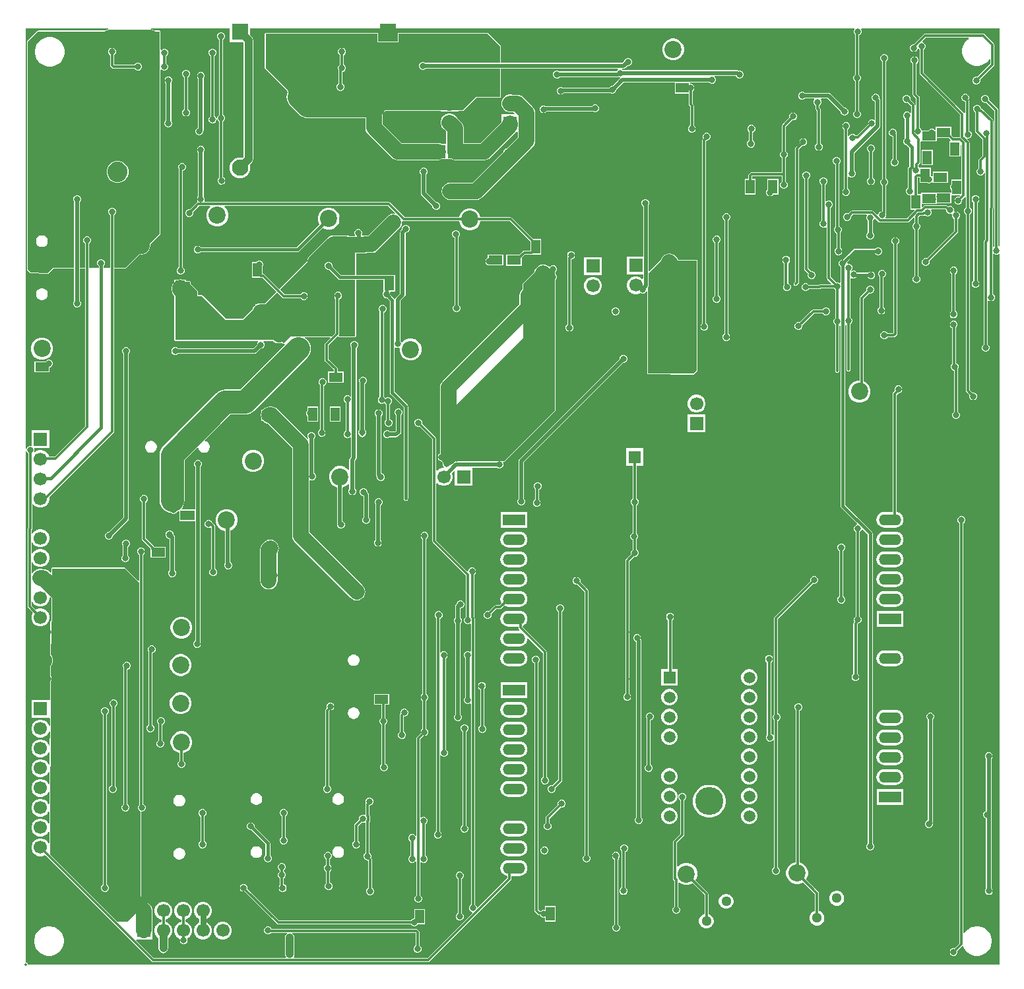
<source format=gbl>
G04*
G04 #@! TF.GenerationSoftware,Altium Limited,Altium Designer,22.2.1 (43)*
G04*
G04 Layer_Physical_Order=2*
G04 Layer_Color=16711680*
%FSLAX25Y25*%
%MOIN*%
G70*
G04*
G04 #@! TF.SameCoordinates,5D24457F-3748-4EF7-84A7-D0A6444830B3*
G04*
G04*
G04 #@! TF.FilePolarity,Positive*
G04*
G01*
G75*
%ADD11C,0.01181*%
%ADD14C,0.01968*%
%ADD47R,0.07480X0.05118*%
%ADD49R,0.07087X0.04724*%
%ADD62C,0.05906*%
%ADD63C,0.05079*%
%ADD64R,0.05079X0.05079*%
%ADD65C,0.14173*%
%ADD66R,0.05906X0.05906*%
%ADD67C,0.08661*%
%ADD68C,0.08268*%
%ADD69R,0.08268X0.08268*%
%ADD70C,0.06693*%
%ADD71R,0.06693X0.06693*%
%ADD72R,0.06457X0.06457*%
%ADD73C,0.06457*%
%ADD74R,0.05512X0.05512*%
%ADD75C,0.05512*%
%ADD76R,0.11201X0.05598*%
%ADD77O,0.11201X0.05598*%
%ADD78R,0.06693X0.06693*%
%ADD84C,0.03937*%
%ADD85C,0.01575*%
%ADD87C,0.07874*%
%ADD88C,0.11811*%
%ADD92C,0.03150*%
%ADD93R,0.07284X0.07087*%
%ADD94R,0.04724X0.07087*%
%ADD95R,0.05118X0.07480*%
%ADD96C,0.02953*%
G36*
X102956Y472830D02*
Y465940D01*
X110179D01*
X110190Y465929D01*
Y407826D01*
X109811Y407447D01*
X108970Y407672D01*
X107571D01*
X106219Y407310D01*
X105007Y406610D01*
X104018Y405621D01*
X103318Y404409D01*
X102956Y403057D01*
Y401657D01*
X103318Y400306D01*
X104018Y399094D01*
X105007Y398104D01*
X106219Y397404D01*
X107571Y397042D01*
X108970D01*
X110322Y397404D01*
X111534Y398104D01*
X112524Y399094D01*
X113223Y400306D01*
X113586Y401657D01*
Y403057D01*
X113300Y404124D01*
X114302Y405126D01*
X114824Y405907D01*
X115007Y406829D01*
Y466927D01*
X114824Y467849D01*
X114302Y468630D01*
X113586Y469346D01*
Y472830D01*
X418613Y472830D01*
X418790Y472330D01*
X418507Y471646D01*
Y470863D01*
X418807Y470140D01*
X419078Y469868D01*
Y449582D01*
X418967Y449536D01*
X418413Y448982D01*
X418113Y448259D01*
Y447476D01*
X418413Y446752D01*
X418967Y446198D01*
X419078Y446152D01*
Y431238D01*
X418967Y431191D01*
X418413Y430638D01*
X418113Y429914D01*
Y429131D01*
X418413Y428407D01*
X418967Y427854D01*
X419690Y427554D01*
X420473D01*
X421197Y427854D01*
X421750Y428407D01*
X422050Y429131D01*
Y429914D01*
X421750Y430638D01*
X421197Y431191D01*
X421085Y431238D01*
Y446152D01*
X421197Y446198D01*
X421750Y446752D01*
X422050Y447476D01*
Y448259D01*
X421750Y448982D01*
X421197Y449536D01*
X421085Y449582D01*
Y469377D01*
X421590Y469586D01*
X422144Y470140D01*
X422444Y470863D01*
Y471646D01*
X422161Y472330D01*
X422338Y472830D01*
X492129Y472830D01*
X492129Y363024D01*
X491629Y362765D01*
X491558Y362816D01*
Y431539D01*
X491481Y431923D01*
X491264Y432248D01*
X486754Y436758D01*
X486800Y436870D01*
Y437653D01*
X486501Y438376D01*
X485947Y438930D01*
X485223Y439230D01*
X484440D01*
X483717Y438930D01*
X483163Y438376D01*
X482863Y437653D01*
Y436870D01*
X483163Y436146D01*
X483717Y435592D01*
X484440Y435293D01*
X485223D01*
X485335Y435339D01*
X489551Y431123D01*
Y362561D01*
X489302Y362390D01*
X488802Y362648D01*
Y381477D01*
X488922Y381657D01*
X488999Y382041D01*
Y426170D01*
X488922Y426554D01*
X488705Y426880D01*
X483540Y432045D01*
X483214Y432262D01*
X482830Y432338D01*
X482680D01*
Y432670D01*
X482380Y433393D01*
X481827Y433947D01*
X481103Y434247D01*
X480320D01*
X479597Y433947D01*
X479043Y433393D01*
X478743Y432670D01*
Y431887D01*
X479043Y431163D01*
X479597Y430610D01*
X479708Y430563D01*
Y420785D01*
X479784Y420401D01*
X480002Y420076D01*
X483299Y416779D01*
Y408467D01*
X481774Y406943D01*
X481556Y406617D01*
X481480Y406233D01*
Y402251D01*
X481368Y402205D01*
X480814Y401651D01*
X480515Y400927D01*
Y400144D01*
X480814Y399421D01*
X481368Y398867D01*
X482092Y398567D01*
X482875D01*
X483598Y398867D01*
X484152Y399421D01*
X484373Y399955D01*
X484873Y399855D01*
Y366249D01*
X484333Y365708D01*
X484115Y365382D01*
X484039Y364998D01*
Y313127D01*
X483927Y313081D01*
X483373Y312527D01*
X483074Y311804D01*
Y311021D01*
X483373Y310297D01*
X483927Y309743D01*
X484651Y309444D01*
X485434D01*
X486157Y309743D01*
X486711Y310297D01*
X487011Y311021D01*
Y311804D01*
X486711Y312527D01*
X486157Y313081D01*
X486046Y313127D01*
Y335264D01*
X486546Y335471D01*
X486683Y335334D01*
X487407Y335034D01*
X488190D01*
X488913Y335334D01*
X489467Y335888D01*
X489767Y336611D01*
Y337394D01*
X489467Y338118D01*
X488913Y338672D01*
X488802Y338718D01*
Y358886D01*
X489302Y359093D01*
X489439Y358956D01*
X490163Y358656D01*
X490946D01*
X491629Y358939D01*
X492129Y358763D01*
X492129Y-5D01*
X1013Y-5D01*
X1006Y3D01*
X930Y387D01*
X713Y713D01*
X387Y930D01*
X3Y1006D01*
Y259038D01*
X503Y259138D01*
X679Y258713D01*
X1233Y258159D01*
X1344Y258113D01*
Y220645D01*
X1259Y220560D01*
X1041Y220235D01*
X965Y219851D01*
Y180785D01*
X1041Y180401D01*
X1259Y180076D01*
X3649Y177685D01*
X3264Y177018D01*
X2956Y175867D01*
Y174674D01*
X3264Y173523D01*
X3860Y172491D01*
X4703Y171648D01*
X5736Y171052D01*
X6887Y170743D01*
X8079D01*
X9231Y171052D01*
X10263Y171648D01*
X11106Y172491D01*
X11702Y173523D01*
X12011Y174674D01*
Y175867D01*
X11702Y177018D01*
X11106Y178051D01*
X10263Y178893D01*
X9231Y179490D01*
X8079Y179798D01*
X6887D01*
X5736Y179490D01*
X5069Y179104D01*
X2972Y181201D01*
Y183029D01*
X3472Y183163D01*
X3860Y182491D01*
X4703Y181648D01*
X5736Y181052D01*
X6887Y180743D01*
X8079D01*
X9231Y181052D01*
X10263Y181648D01*
X11106Y182491D01*
X11702Y183523D01*
X12011Y184675D01*
Y185273D01*
X12511Y185480D01*
X12960Y185031D01*
Y173799D01*
X12691Y173530D01*
X12629Y173380D01*
X12566Y173231D01*
X12544Y168968D01*
X12576Y168889D01*
Y168803D01*
X12804Y168253D01*
Y167640D01*
X12566Y167064D01*
Y166980D01*
X12533Y166903D01*
X12479Y156536D01*
X12522Y156432D01*
X12536Y156321D01*
X13007Y155506D01*
X13353Y154213D01*
Y152874D01*
X13007Y151580D01*
X12505Y150711D01*
X12491Y150602D01*
X12448Y150500D01*
X12422Y145524D01*
X12422Y145523D01*
X12422Y145522D01*
X12484Y145371D01*
X12545Y145222D01*
X12546Y145222D01*
X12547Y145220D01*
X12569Y145198D01*
X12804Y144631D01*
Y144018D01*
X12569Y143451D01*
X12534Y143416D01*
X12472Y143266D01*
X12410Y143117D01*
X12362Y133935D01*
X12008Y133583D01*
X11860Y133583D01*
X2953D01*
Y124528D01*
X11813D01*
X12311Y124153D01*
X12292Y120522D01*
X11792Y120457D01*
X11699Y120803D01*
X11103Y121835D01*
X10260Y122678D01*
X9228Y123274D01*
X8076Y123583D01*
X6884D01*
X5733Y123274D01*
X4700Y122678D01*
X3857Y121835D01*
X3261Y120803D01*
X2953Y119651D01*
Y118459D01*
X3261Y117307D01*
X3857Y116275D01*
X4700Y115432D01*
X5733Y114836D01*
X6884Y114528D01*
X8076D01*
X9228Y114836D01*
X10260Y115432D01*
X11103Y116275D01*
X11699Y117307D01*
X11777Y117597D01*
X12277Y117530D01*
X12241Y110712D01*
X11741Y110648D01*
X11699Y110803D01*
X11103Y111835D01*
X10260Y112678D01*
X9228Y113274D01*
X8076Y113583D01*
X6884D01*
X5733Y113274D01*
X4700Y112678D01*
X3857Y111835D01*
X3261Y110803D01*
X2953Y109651D01*
Y108459D01*
X3261Y107308D01*
X3857Y106275D01*
X4700Y105432D01*
X5733Y104836D01*
X6884Y104528D01*
X8076D01*
X9228Y104836D01*
X10260Y105432D01*
X11103Y106275D01*
X11699Y107308D01*
X11724Y107400D01*
X12224Y107333D01*
X12190Y100902D01*
X11699Y100803D01*
X11103Y101835D01*
X10260Y102678D01*
X9228Y103274D01*
X8076Y103583D01*
X6884D01*
X5733Y103274D01*
X4700Y102678D01*
X3857Y101835D01*
X3261Y100803D01*
X2953Y99651D01*
Y98459D01*
X3261Y97308D01*
X3857Y96275D01*
X4700Y95432D01*
X5733Y94836D01*
X6884Y94528D01*
X8076D01*
X9228Y94836D01*
X10260Y95432D01*
X11103Y96275D01*
X11439Y96857D01*
X12106Y97023D01*
X12170Y96983D01*
X12139Y91003D01*
X11638Y90908D01*
X11103Y91835D01*
X10260Y92678D01*
X9228Y93274D01*
X8076Y93583D01*
X6884D01*
X5733Y93274D01*
X4700Y92678D01*
X3857Y91835D01*
X3261Y90803D01*
X2953Y89651D01*
Y88459D01*
X3261Y87308D01*
X3857Y86275D01*
X4700Y85432D01*
X5733Y84836D01*
X6884Y84528D01*
X8076D01*
X9228Y84836D01*
X10260Y85432D01*
X11103Y86275D01*
X11619Y87168D01*
X12118Y87033D01*
X12088Y81130D01*
X11587Y80998D01*
X11103Y81835D01*
X10260Y82678D01*
X9228Y83274D01*
X8076Y83583D01*
X6884D01*
X5733Y83274D01*
X4700Y82678D01*
X3857Y81835D01*
X3261Y80803D01*
X2953Y79651D01*
Y78459D01*
X3261Y77308D01*
X3857Y76275D01*
X4700Y75432D01*
X5733Y74836D01*
X6884Y74528D01*
X8076D01*
X9228Y74836D01*
X10260Y75432D01*
X11103Y76275D01*
X11567Y77078D01*
X12066Y76942D01*
X12036Y71219D01*
X11535Y71087D01*
X11103Y71835D01*
X10260Y72678D01*
X9228Y73274D01*
X8076Y73583D01*
X6884D01*
X5733Y73274D01*
X4700Y72678D01*
X3857Y71835D01*
X3261Y70803D01*
X2953Y69651D01*
Y68459D01*
X3261Y67308D01*
X3857Y66275D01*
X4700Y65432D01*
X5733Y64836D01*
X6884Y64528D01*
X8076D01*
X9228Y64836D01*
X10260Y65432D01*
X11103Y66275D01*
X11514Y66987D01*
X12013Y66852D01*
X11985Y61309D01*
X11484Y61176D01*
X11103Y61835D01*
X10260Y62678D01*
X9228Y63274D01*
X8076Y63583D01*
X6884D01*
X5733Y63274D01*
X4700Y62678D01*
X3857Y61835D01*
X3261Y60803D01*
X2953Y59651D01*
Y58459D01*
X3261Y57308D01*
X3857Y56275D01*
X4700Y55432D01*
X5733Y54836D01*
X6884Y54528D01*
X8076D01*
X9228Y54836D01*
X9895Y55221D01*
X63636Y1480D01*
X63961Y1263D01*
X64346Y1186D01*
X203447D01*
X203831Y1263D01*
X204156Y1480D01*
X245231Y42555D01*
X245449Y42881D01*
X245525Y43265D01*
Y44600D01*
X249533D01*
X250572Y44736D01*
X251541Y45137D01*
X252372Y45775D01*
X253010Y46607D01*
X253411Y47575D01*
X253548Y48614D01*
X253411Y49653D01*
X253010Y50621D01*
X252372Y51453D01*
X251541Y52091D01*
X250572Y52492D01*
X249533Y52629D01*
X243931D01*
X242892Y52492D01*
X241924Y52091D01*
X241092Y51453D01*
X240454Y50621D01*
X240053Y49653D01*
X239916Y48614D01*
X240053Y47575D01*
X240454Y46607D01*
X241092Y45775D01*
X241924Y45137D01*
X242892Y44736D01*
X243518Y44654D01*
Y43681D01*
X228415Y28577D01*
X227928Y28798D01*
X227653Y29462D01*
X227099Y30015D01*
X226988Y30062D01*
Y174879D01*
X226911Y175263D01*
X226694Y175589D01*
X226594Y175688D01*
Y196710D01*
X226706Y196756D01*
X227259Y197310D01*
X227559Y198034D01*
Y198817D01*
X227259Y199540D01*
X226706Y200094D01*
X225982Y200394D01*
X225199D01*
X224476Y200094D01*
X223922Y199540D01*
X223647Y198876D01*
X223160Y198656D01*
X207542Y214274D01*
Y242866D01*
X208042Y243073D01*
X208483Y242632D01*
X209515Y242036D01*
X210667Y241727D01*
X211859D01*
X213010Y242036D01*
X214043Y242632D01*
X214886Y243475D01*
X215482Y244507D01*
X215790Y245659D01*
Y246851D01*
X215482Y248002D01*
X215304Y248310D01*
X216273Y249278D01*
X216735Y249087D01*
Y241727D01*
X225790D01*
Y250782D01*
X226218Y250957D01*
X237991D01*
X238255Y250693D01*
X238979Y250394D01*
X239762D01*
X240485Y250693D01*
X241039Y251247D01*
X241339Y251971D01*
Y252754D01*
X241069Y253405D01*
X241265Y253905D01*
X241732D01*
X241732Y253905D01*
X242034Y254029D01*
X267624Y279620D01*
X267749Y279921D01*
Y345674D01*
X268204Y346129D01*
X268504Y346852D01*
Y347636D01*
X268204Y348359D01*
X267749Y348814D01*
Y349611D01*
X268204Y350066D01*
X268504Y350789D01*
Y351573D01*
X268204Y352296D01*
X267651Y352850D01*
X266927Y353150D01*
X266144D01*
X265420Y352850D01*
X265021Y352451D01*
X264651Y352344D01*
X264371Y352405D01*
X263601Y352995D01*
X262548Y353432D01*
X261417Y353581D01*
X260287Y353432D01*
X259233Y352995D01*
X258329Y352301D01*
X257634Y351397D01*
X257198Y350343D01*
X257135Y349864D01*
X251273Y344002D01*
X251149Y343701D01*
Y341184D01*
X250851Y340887D01*
X250157Y339982D01*
X249721Y338929D01*
X249572Y337798D01*
Y333487D01*
X210691Y294606D01*
X209997Y293701D01*
X209560Y292647D01*
X209412Y291517D01*
Y258088D01*
X209121Y257968D01*
X208567Y257414D01*
X208268Y256691D01*
Y255908D01*
X208567Y255184D01*
X209121Y254630D01*
X209845Y254331D01*
X209907D01*
X209997Y254115D01*
X210668Y253240D01*
X210630Y253148D01*
Y252364D01*
X210930Y251641D01*
X211288Y251282D01*
X211081Y250782D01*
X210667D01*
X209515Y250474D01*
X208483Y249878D01*
X208042Y249437D01*
X207542Y249644D01*
Y265509D01*
X207466Y265893D01*
X207248Y266218D01*
X200347Y273119D01*
X200394Y273231D01*
Y274014D01*
X200094Y274737D01*
X199540Y275291D01*
X198817Y275590D01*
X198034D01*
X197310Y275291D01*
X196756Y274737D01*
X196457Y274014D01*
Y273231D01*
X196756Y272507D01*
X197310Y271953D01*
X198034Y271654D01*
X198817D01*
X198928Y271700D01*
X205535Y265093D01*
Y213858D01*
X205611Y213474D01*
X205829Y213149D01*
X222422Y196556D01*
Y175534D01*
X222310Y175488D01*
X221756Y174934D01*
X221457Y174210D01*
Y173427D01*
X221756Y172704D01*
X222310Y172150D01*
X223034Y171850D01*
X223817D01*
X224481Y172125D01*
X224981Y171937D01*
Y158181D01*
X224481Y157993D01*
X223817Y158268D01*
X223034D01*
X222310Y157968D01*
X221756Y157414D01*
X221457Y156691D01*
Y155908D01*
X221756Y155184D01*
X222020Y154920D01*
Y134844D01*
X221756Y134580D01*
X221457Y133856D01*
Y133073D01*
X221756Y132350D01*
X222310Y131796D01*
X223034Y131496D01*
X223817D01*
X224481Y131771D01*
X224981Y131583D01*
Y30062D01*
X224869Y30015D01*
X224315Y29462D01*
X224016Y28738D01*
Y27955D01*
X224315Y27231D01*
X224869Y26678D01*
X225533Y26403D01*
X225754Y25916D01*
X203031Y3193D01*
X135605D01*
X135337Y3693D01*
X135690Y4221D01*
X135873Y5143D01*
Y13410D01*
X135690Y14332D01*
X135168Y15113D01*
X134701Y15426D01*
X134852Y15926D01*
X196924D01*
X197028Y15822D01*
Y9392D01*
X196916Y9346D01*
X196363Y8792D01*
X196063Y8069D01*
Y7286D01*
X196363Y6562D01*
X196916Y6008D01*
X197640Y5709D01*
X198423D01*
X199147Y6008D01*
X199700Y6562D01*
X200000Y7286D01*
Y8069D01*
X199700Y8792D01*
X199147Y9346D01*
X199035Y9392D01*
Y16237D01*
X198959Y16621D01*
X198741Y16947D01*
X198049Y17639D01*
X197724Y17856D01*
X197340Y17933D01*
X124276D01*
X124181Y18162D01*
X123627Y18716D01*
X122904Y19016D01*
X122120D01*
X121397Y18716D01*
X120843Y18162D01*
X120544Y17439D01*
Y16656D01*
X120843Y15932D01*
X121397Y15378D01*
X122120Y15079D01*
X122904D01*
X123627Y15378D01*
X124174Y15926D01*
X132077D01*
X132229Y15426D01*
X131762Y15113D01*
X131239Y14332D01*
X131056Y13410D01*
Y5143D01*
X131239Y4221D01*
X131592Y3693D01*
X131325Y3193D01*
X64761D01*
X55897Y12058D01*
X56088Y12520D01*
X64146D01*
Y21575D01*
X63986D01*
Y25856D01*
X64146Y26451D01*
Y27643D01*
X63837Y28795D01*
X63241Y29827D01*
X62398Y30670D01*
X61865Y30978D01*
X58539Y34304D01*
Y77165D01*
X59053D01*
X59777Y77465D01*
X60330Y78019D01*
X60630Y78742D01*
Y79525D01*
X60330Y80249D01*
X59777Y80803D01*
X59271Y81012D01*
Y206946D01*
X59383Y206993D01*
X59936Y207546D01*
X60236Y208270D01*
Y209053D01*
X59936Y209776D01*
X59383Y210330D01*
X58659Y210630D01*
X57876D01*
X57153Y210330D01*
X56599Y209776D01*
X56299Y209053D01*
Y208270D01*
X56599Y207546D01*
X57153Y206993D01*
X57264Y206946D01*
Y193992D01*
X56802Y193800D01*
X50301Y200301D01*
X50000Y200426D01*
X13386D01*
X13084Y200301D01*
X12960Y200000D01*
Y198039D01*
X12498Y197847D01*
X11986Y198359D01*
X11081Y199053D01*
X10028Y199490D01*
X8897Y199639D01*
X8675D01*
X8079Y199798D01*
X6887D01*
X5736Y199490D01*
X4703Y198893D01*
X3860Y198051D01*
X3472Y197378D01*
X2972Y197512D01*
Y203029D01*
X3472Y203163D01*
X3860Y202491D01*
X4703Y201648D01*
X5736Y201052D01*
X6887Y200743D01*
X8079D01*
X9231Y201052D01*
X10263Y201648D01*
X11106Y202491D01*
X11702Y203523D01*
X12011Y204675D01*
Y205867D01*
X11702Y207018D01*
X11106Y208051D01*
X10263Y208893D01*
X9231Y209490D01*
X8079Y209798D01*
X6887D01*
X5736Y209490D01*
X4703Y208893D01*
X3860Y208051D01*
X3472Y207378D01*
X2972Y207512D01*
Y213029D01*
X3472Y213163D01*
X3860Y212491D01*
X4703Y211648D01*
X5736Y211052D01*
X6887Y210743D01*
X8079D01*
X9231Y211052D01*
X10263Y211648D01*
X11106Y212491D01*
X11702Y213523D01*
X12011Y214674D01*
Y215867D01*
X11702Y217018D01*
X11106Y218051D01*
X10263Y218894D01*
X9231Y219490D01*
X8079Y219798D01*
X6887D01*
X5736Y219490D01*
X4703Y218894D01*
X3860Y218051D01*
X3472Y217378D01*
X2972Y217512D01*
Y219435D01*
X3057Y219520D01*
X3275Y219846D01*
X3351Y220230D01*
Y232406D01*
X3834Y232536D01*
X3860Y232491D01*
X4703Y231648D01*
X5736Y231052D01*
X6887Y230743D01*
X8079D01*
X9231Y231052D01*
X10263Y231648D01*
X11106Y232491D01*
X11702Y233523D01*
X12011Y234675D01*
Y235867D01*
X11946Y236109D01*
X44413Y268577D01*
X44631Y268902D01*
X44707Y269286D01*
Y351542D01*
X50394D01*
X50394Y351542D01*
X50695Y351667D01*
X50695Y351667D01*
X57765Y358737D01*
X58664Y358619D01*
X59795Y358768D01*
X60848Y359204D01*
X61753Y359898D01*
X62447Y360803D01*
X62884Y361857D01*
X63032Y362987D01*
Y364005D01*
X68018Y368990D01*
X68143Y369291D01*
Y451986D01*
X68643Y452193D01*
X68967Y451869D01*
X69690Y451570D01*
X70473D01*
X71197Y451869D01*
X71750Y452423D01*
X72050Y453147D01*
Y453930D01*
X71750Y454653D01*
X71197Y455207D01*
X71085Y455253D01*
Y458910D01*
X71197Y458956D01*
X71750Y459510D01*
X72050Y460233D01*
Y461017D01*
X71750Y461740D01*
X71197Y462294D01*
X70473Y462593D01*
X69690D01*
X68967Y462294D01*
X68643Y461970D01*
X68143Y462177D01*
Y471260D01*
X68018Y471561D01*
X67716Y471686D01*
X65316D01*
X65154Y471810D01*
X64100Y472246D01*
X63468Y472330D01*
X63501Y472830D01*
X102956Y472830D01*
D02*
G37*
G36*
X67716Y369291D02*
X50394Y351969D01*
X44707D01*
Y378595D01*
X44819Y378641D01*
X45373Y379195D01*
X45672Y379918D01*
Y380701D01*
X45373Y381425D01*
X44819Y381979D01*
X44095Y382278D01*
X43312D01*
X42589Y381979D01*
X42035Y381425D01*
X41735Y380701D01*
Y379918D01*
X42035Y379195D01*
X42589Y378641D01*
X42700Y378595D01*
Y351969D01*
X39396D01*
Y352746D01*
X39861Y353211D01*
X40160Y353934D01*
Y354717D01*
X39861Y355441D01*
X39307Y355995D01*
X38583Y356294D01*
X37800D01*
X37077Y355995D01*
X36523Y355441D01*
X36223Y354717D01*
Y353934D01*
X36523Y353211D01*
X36988Y352746D01*
Y351969D01*
X32109D01*
Y364028D01*
X32220Y364074D01*
X32774Y364628D01*
X33074Y365352D01*
Y366135D01*
X32774Y366858D01*
X32220Y367412D01*
X31497Y367711D01*
X30714D01*
X29990Y367412D01*
X29436Y366858D01*
X29137Y366135D01*
Y365352D01*
X29436Y364628D01*
X29990Y364074D01*
X30102Y364028D01*
Y351969D01*
X27392D01*
Y385230D01*
X27656Y385494D01*
X27956Y386218D01*
Y387001D01*
X27656Y387724D01*
X27102Y388278D01*
X26379Y388578D01*
X25596D01*
X24872Y388278D01*
X24318Y387724D01*
X24019Y387001D01*
Y386218D01*
X24318Y385494D01*
X24582Y385230D01*
Y351969D01*
X13780D01*
X11024Y349213D01*
X2759Y349601D01*
X1181Y351179D01*
Y466142D01*
X6299Y471260D01*
X67716D01*
Y369291D01*
D02*
G37*
G36*
X41829Y472830D02*
X41862Y472330D01*
X41230Y472246D01*
X40177Y471810D01*
X40015Y471686D01*
X6299D01*
X5998Y471561D01*
X880Y466443D01*
X755Y466142D01*
Y351179D01*
X755Y351179D01*
X880Y350878D01*
X880Y350878D01*
X2458Y349300D01*
X2600Y349241D01*
X2739Y349176D01*
X11004Y348787D01*
X11014Y348791D01*
X11024Y348786D01*
X11166Y348845D01*
X11310Y348897D01*
X11315Y348907D01*
X11325Y348911D01*
X13956Y351542D01*
X24582D01*
Y335232D01*
X24318Y334968D01*
X24019Y334245D01*
Y333462D01*
X24318Y332738D01*
X24872Y332184D01*
X25596Y331885D01*
X26379D01*
X27102Y332184D01*
X27656Y332738D01*
X27956Y333462D01*
Y334245D01*
X27656Y334968D01*
X27392Y335232D01*
Y351542D01*
X30102D01*
Y271907D01*
X14705Y256510D01*
X11838D01*
X11702Y257018D01*
X11106Y258051D01*
X10263Y258893D01*
X9231Y259490D01*
X8079Y259798D01*
X6887D01*
X5736Y259490D01*
X4703Y258893D01*
X4582Y258773D01*
X4158Y259056D01*
X4316Y259436D01*
Y260220D01*
X4272Y260327D01*
X4549Y260743D01*
X12011D01*
Y269798D01*
X2956D01*
Y261941D01*
X2739Y261796D01*
X1956D01*
X1233Y261497D01*
X679Y260943D01*
X503Y260518D01*
X3Y260618D01*
Y472830D01*
X41829Y472830D01*
D02*
G37*
G36*
X267323Y279921D02*
X241732Y254331D01*
X212598D01*
Y277559D01*
X251575Y316535D01*
Y343701D01*
X259055Y351181D01*
X267323D01*
Y279921D01*
D02*
G37*
G36*
X57264Y192736D02*
Y80520D01*
X56993Y80249D01*
X56693Y79525D01*
Y78742D01*
X56993Y78019D01*
X57546Y77465D01*
X58113Y77231D01*
Y28191D01*
X51575Y21654D01*
X46301D01*
X12381Y55574D01*
X12836Y143115D01*
X12930Y143209D01*
X13230Y143933D01*
Y144716D01*
X12930Y145440D01*
X12848Y145522D01*
X12874Y150498D01*
X13404Y151416D01*
X13780Y152818D01*
Y154269D01*
X13404Y155671D01*
X12905Y156534D01*
X12959Y166901D01*
X13230Y167555D01*
Y168338D01*
X12970Y168966D01*
X12992Y173228D01*
X13386Y173622D01*
Y200000D01*
X50000D01*
X57264Y192736D01*
D02*
G37*
%LPC*%
G36*
X233465Y470505D02*
X188420D01*
X188119Y470380D01*
X187994Y470079D01*
Y466334D01*
X178217D01*
Y470079D01*
X178092Y470380D01*
X177790Y470505D01*
X121260D01*
X120958Y470380D01*
X120834Y470079D01*
Y452756D01*
X120834Y452756D01*
X120958Y452455D01*
X120958Y452455D01*
X131967Y441446D01*
X131984Y441280D01*
X132266Y440349D01*
X131984Y439419D01*
X131862Y438184D01*
X131984Y436949D01*
X132344Y435762D01*
X132929Y434667D01*
X133716Y433708D01*
X138042Y429383D01*
X138042Y429383D01*
X139001Y428595D01*
X140095Y428010D01*
X141283Y427650D01*
X142518Y427529D01*
X171616D01*
Y422723D01*
X171765Y421592D01*
X172201Y420539D01*
X172896Y419634D01*
X184988Y407541D01*
X185893Y406847D01*
X186946Y406411D01*
X188077Y406262D01*
X208268D01*
X209398Y406411D01*
X210080Y406693D01*
X212303D01*
Y408516D01*
X212803Y408719D01*
X212894Y408625D01*
Y406693D01*
X215117D01*
X215799Y406411D01*
X216929Y406262D01*
X231772D01*
X232902Y406411D01*
X233956Y406847D01*
X234860Y407541D01*
X247713Y420394D01*
X248781D01*
Y417819D01*
X243167Y412205D01*
X242916D01*
X242192Y411905D01*
X241638Y411351D01*
X241339Y410628D01*
Y410376D01*
X225881Y394919D01*
X214567D01*
X213436Y394770D01*
X212383Y394334D01*
X211478Y393640D01*
X210784Y392735D01*
X210348Y391682D01*
X210199Y390551D01*
X210348Y389421D01*
X210784Y388367D01*
X211478Y387462D01*
X212383Y386768D01*
X213436Y386332D01*
X214567Y386183D01*
X227691D01*
X228821Y386332D01*
X229875Y386768D01*
X230780Y387462D01*
X256238Y412921D01*
X256932Y413826D01*
X257369Y414880D01*
X257518Y416010D01*
Y430028D01*
X257369Y431158D01*
X256932Y432212D01*
X256238Y433116D01*
X251345Y438010D01*
X250440Y438704D01*
X249387Y439141D01*
X248256Y439289D01*
X246073D01*
X245478Y439449D01*
X244286D01*
X243134Y439140D01*
X242102Y438544D01*
X241259Y437701D01*
X240663Y436669D01*
X240354Y435517D01*
Y434325D01*
X240663Y433174D01*
X241259Y432141D01*
X242102Y431298D01*
X243134Y430702D01*
X244286Y430394D01*
X245478D01*
X246073Y430553D01*
X246447D01*
X247089Y429911D01*
X246898Y429449D01*
X240354D01*
Y425390D01*
X229962Y414998D01*
X221297D01*
Y422559D01*
X221148Y423690D01*
X220712Y424743D01*
X220018Y425648D01*
X218104Y427561D01*
X217796Y428095D01*
X216953Y428938D01*
X215921Y429534D01*
X214769Y429843D01*
X213577D01*
X212426Y429534D01*
X211393Y428938D01*
X210550Y428095D01*
X209954Y427063D01*
X209646Y425911D01*
Y424719D01*
X209954Y423567D01*
X210550Y422535D01*
X211393Y421692D01*
X211927Y421384D01*
X212561Y420750D01*
Y414960D01*
X212303Y414567D01*
X210080D01*
X209398Y414849D01*
X208268Y414998D01*
X189886D01*
X180352Y424532D01*
Y429294D01*
X180460Y429383D01*
X181247Y430342D01*
X181636Y431070D01*
X209646D01*
Y430787D01*
X218701D01*
Y431070D01*
X220866D01*
X220866Y431070D01*
X221167Y431195D01*
X227736Y437763D01*
X239764D01*
X240065Y437888D01*
X240190Y438189D01*
Y452532D01*
X299226D01*
X299325Y452032D01*
X299180Y451972D01*
X298626Y451418D01*
X298458Y451011D01*
X269883D01*
X269619Y451275D01*
X268896Y451575D01*
X268112D01*
X267389Y451275D01*
X266835Y450721D01*
X266535Y449998D01*
Y449215D01*
X266835Y448491D01*
X267389Y447937D01*
X268112Y447638D01*
X268896D01*
X269619Y447937D01*
X269883Y448201D01*
X299279D01*
X299816Y448308D01*
X299874Y448347D01*
X299904Y448335D01*
X300418D01*
X300572Y447852D01*
X300572Y447835D01*
X296438Y443701D01*
X296065D01*
X295342Y443401D01*
X294881Y442940D01*
X271500D01*
X271433Y443007D01*
X270709Y443307D01*
X269926D01*
X269203Y443007D01*
X268649Y442454D01*
X268349Y441730D01*
Y440947D01*
X268649Y440224D01*
X269203Y439670D01*
X269926Y439370D01*
X270709D01*
X271433Y439670D01*
X271894Y440131D01*
X295275D01*
X295342Y440063D01*
X296065Y439764D01*
X296848D01*
X297572Y440063D01*
X298126Y440617D01*
X298425Y441341D01*
Y441714D01*
X302152Y445440D01*
X327956D01*
Y439956D01*
X334925D01*
Y434556D01*
X335001Y434172D01*
X335219Y433847D01*
X335614Y433452D01*
Y423757D01*
X335502Y423711D01*
X334948Y423157D01*
X334649Y422434D01*
Y421651D01*
X334948Y420927D01*
X335502Y420373D01*
X336226Y420074D01*
X337009D01*
X337732Y420373D01*
X338286Y420927D01*
X338586Y421651D01*
Y422434D01*
X338286Y423157D01*
X337732Y423711D01*
X337621Y423757D01*
Y433867D01*
X337544Y434251D01*
X337327Y434577D01*
X336932Y434972D01*
Y441143D01*
X337043Y441189D01*
X337597Y441743D01*
X337897Y442466D01*
Y443249D01*
X337597Y443973D01*
X337043Y444526D01*
X336320Y444826D01*
X335830D01*
Y445440D01*
X345474D01*
X345738Y445177D01*
X346462Y444877D01*
X347245D01*
X347968Y445177D01*
X348522Y445730D01*
X348822Y446454D01*
Y447237D01*
X348522Y447961D01*
X348084Y448398D01*
X348248Y448898D01*
X358793D01*
X358964Y448486D01*
X359518Y447932D01*
X360241Y447633D01*
X361024D01*
X361748Y447932D01*
X362302Y448486D01*
X362601Y449210D01*
Y449993D01*
X362302Y450716D01*
X361748Y451270D01*
X361024Y451570D01*
X360241D01*
X360213Y451558D01*
X360149Y451601D01*
X359611Y451708D01*
X301674D01*
X301410Y451972D01*
X301265Y452032D01*
X301365Y452532D01*
X302043D01*
X302580Y452639D01*
X303036Y452944D01*
X304029Y453937D01*
X304722D01*
X305446Y454237D01*
X305999Y454790D01*
X306299Y455514D01*
Y456297D01*
X305999Y457021D01*
X305446Y457574D01*
X304722Y457874D01*
X303939D01*
X303216Y457574D01*
X302662Y457021D01*
X302362Y456297D01*
Y456244D01*
X301461Y455342D01*
X240190D01*
Y463779D01*
X240065Y464081D01*
X240065Y464081D01*
X233766Y470380D01*
X233465Y470505D01*
D02*
G37*
G36*
X327894Y467711D02*
X326443D01*
X325041Y467336D01*
X323784Y466610D01*
X322758Y465584D01*
X322032Y464327D01*
X321656Y462925D01*
Y461474D01*
X322032Y460072D01*
X322758Y458815D01*
X323784Y457789D01*
X325041Y457063D01*
X326443Y456688D01*
X327894D01*
X329296Y457063D01*
X330553Y457789D01*
X331579Y458815D01*
X332305Y460072D01*
X332680Y461474D01*
Y462925D01*
X332305Y464327D01*
X331579Y465584D01*
X330553Y466610D01*
X329296Y467336D01*
X327894Y467711D01*
D02*
G37*
G36*
X483892Y470093D02*
X454379D01*
X453995Y470017D01*
X453669Y469799D01*
X449490Y465620D01*
X449465Y465582D01*
X448839Y464956D01*
X448430D01*
X447707Y464656D01*
X447153Y464102D01*
X446853Y463379D01*
Y462596D01*
X447153Y461872D01*
X447707Y461318D01*
X448430Y461019D01*
X449213D01*
X449937Y461318D01*
X450491Y461872D01*
X450719Y462424D01*
X451202Y462559D01*
X451273Y462553D01*
X451644Y462181D01*
X451755Y462135D01*
Y450056D01*
X451832Y449672D01*
X452049Y449347D01*
X472228Y429168D01*
Y418299D01*
X472011Y417833D01*
X471756Y417832D01*
X468868D01*
X467767Y418934D01*
Y423027D01*
X459893D01*
Y421465D01*
X459393Y421342D01*
X458992Y421743D01*
X458268Y422042D01*
X457485D01*
X456762Y421743D01*
X456274Y421255D01*
X452805D01*
X452506Y421976D01*
X451953Y422530D01*
X451841Y422576D01*
Y437963D01*
X451765Y438347D01*
X451547Y438673D01*
X450219Y440001D01*
Y454973D01*
X450331Y455019D01*
X450884Y455573D01*
X451184Y456296D01*
Y457080D01*
X450884Y457803D01*
X450331Y458357D01*
X449607Y458656D01*
X448824D01*
X448101Y458357D01*
X447547Y457803D01*
X447247Y457080D01*
Y456296D01*
X447547Y455573D01*
X448101Y455019D01*
X448212Y454973D01*
Y439585D01*
X448288Y439201D01*
X448506Y438876D01*
X449834Y437548D01*
Y423069D01*
X449782Y423033D01*
X449282Y423295D01*
Y434014D01*
X449206Y434398D01*
X448988Y434723D01*
X446925Y436786D01*
X446971Y436898D01*
Y437681D01*
X446672Y438404D01*
X446118Y438958D01*
X445395Y439258D01*
X444611D01*
X443888Y438958D01*
X443334Y438404D01*
X443034Y437681D01*
Y436898D01*
X443334Y436174D01*
X443888Y435620D01*
X444611Y435321D01*
X445395D01*
X445506Y435367D01*
X447275Y433598D01*
Y430230D01*
X446775Y430023D01*
X446394Y430404D01*
X445670Y430704D01*
X444887D01*
X444164Y430404D01*
X443610Y429850D01*
X443310Y429127D01*
Y428344D01*
X443610Y427620D01*
X444074Y427155D01*
Y417323D01*
X443610Y416858D01*
X443310Y416135D01*
Y415351D01*
X443610Y414628D01*
X444164Y414074D01*
X444887Y413774D01*
X445118D01*
X446484Y412409D01*
Y403314D01*
X445973Y402803D01*
X445712Y402412D01*
X445620Y401952D01*
X445620Y401952D01*
Y392206D01*
X445155Y391742D01*
X444856Y391018D01*
Y390235D01*
X445155Y389512D01*
X445709Y388958D01*
X446433Y388658D01*
X447097D01*
Y381294D01*
X449050D01*
X449241Y380832D01*
X445195Y376786D01*
X434562D01*
X434374Y377286D01*
X434649Y377950D01*
Y378733D01*
X434598Y378854D01*
X434788Y379138D01*
X434865Y379523D01*
Y393468D01*
X434976Y393514D01*
X435530Y394068D01*
X435830Y394792D01*
Y395575D01*
X435530Y396298D01*
X434976Y396852D01*
X434865Y396898D01*
Y456154D01*
X434976Y456200D01*
X435530Y456754D01*
X435830Y457477D01*
Y458261D01*
X435530Y458984D01*
X434976Y459538D01*
X434253Y459837D01*
X433470D01*
X432746Y459538D01*
X432192Y458984D01*
X431893Y458261D01*
Y457477D01*
X432192Y456754D01*
X432746Y456200D01*
X432858Y456154D01*
Y396898D01*
X432746Y396852D01*
X432192Y396298D01*
X431893Y395575D01*
Y394792D01*
X432192Y394068D01*
X432746Y393514D01*
X432858Y393468D01*
Y380310D01*
X432289D01*
X431565Y380010D01*
X431011Y379456D01*
X430781Y378900D01*
X430326Y378749D01*
X430220Y378753D01*
X428544Y380429D01*
X428219Y380646D01*
X427835Y380723D01*
X417531D01*
X417147Y380646D01*
X416821Y380429D01*
X415751Y379359D01*
X415355Y379522D01*
X414572D01*
X413848Y379223D01*
X413295Y378669D01*
X412995Y377946D01*
Y377163D01*
X413295Y376439D01*
X413848Y375885D01*
X414572Y375586D01*
X415355D01*
X416079Y375885D01*
X416632Y376439D01*
X416932Y377163D01*
Y377701D01*
X417946Y378716D01*
X424893D01*
X425081Y378216D01*
X424806Y377552D01*
Y376769D01*
X425106Y376045D01*
X425570Y375581D01*
Y369685D01*
X425106Y369220D01*
X424806Y368497D01*
Y367714D01*
X425106Y366990D01*
X425660Y366436D01*
X426383Y366137D01*
X427166D01*
X427890Y366436D01*
X428443Y366990D01*
X428743Y367714D01*
Y368497D01*
X428443Y369220D01*
X427979Y369685D01*
Y375581D01*
X428443Y376045D01*
X428674Y376602D01*
X429129Y376753D01*
X429235Y376749D01*
X430910Y375073D01*
X431236Y374855D01*
X431620Y374779D01*
X445611D01*
X445995Y374855D01*
X446320Y375073D01*
X448537Y377290D01*
X448999Y377099D01*
Y374545D01*
X448888Y374499D01*
X448334Y373945D01*
X448034Y373221D01*
Y372438D01*
X448334Y371715D01*
X448888Y371161D01*
X449026Y371103D01*
Y347752D01*
X448942Y347717D01*
X448388Y347164D01*
X448089Y346440D01*
Y345657D01*
X448388Y344934D01*
X448942Y344380D01*
X449665Y344080D01*
X450449D01*
X451172Y344380D01*
X451726Y344934D01*
X452026Y345657D01*
Y346440D01*
X451726Y347164D01*
X451172Y347717D01*
X451033Y347775D01*
Y371126D01*
X451118Y371161D01*
X451672Y371715D01*
X451971Y372438D01*
Y373221D01*
X451672Y373945D01*
X451118Y374499D01*
X451007Y374545D01*
Y377532D01*
X451600Y378125D01*
X453275D01*
X453659Y378202D01*
X453985Y378419D01*
X454102Y378536D01*
X454308D01*
X454597Y378247D01*
X455320Y377948D01*
X456103D01*
X456827Y378247D01*
X457380Y378801D01*
X457680Y379525D01*
Y380308D01*
X457405Y380972D01*
X457593Y381472D01*
X464639D01*
X465011Y381100D01*
Y380691D01*
X465310Y379968D01*
X465864Y379414D01*
X466588Y379114D01*
X467371D01*
X467804Y379294D01*
X468187Y378911D01*
X468113Y378733D01*
Y377950D01*
X468413Y377226D01*
X468967Y376673D01*
X469078Y376626D01*
Y370489D01*
X455231Y356642D01*
X455119Y356688D01*
X454336D01*
X453612Y356388D01*
X453058Y355835D01*
X452759Y355111D01*
Y354328D01*
X453058Y353604D01*
X453612Y353051D01*
X454336Y352751D01*
X455119D01*
X455842Y353051D01*
X456396Y353604D01*
X456696Y354328D01*
Y355111D01*
X456650Y355223D01*
X470791Y369364D01*
X471009Y369690D01*
X471085Y370074D01*
Y376626D01*
X471197Y376673D01*
X471750Y377226D01*
X472050Y377950D01*
Y378733D01*
X471750Y379456D01*
X471197Y380010D01*
X470473Y380310D01*
X469690D01*
X469257Y380130D01*
X468874Y380513D01*
X468948Y380691D01*
Y381474D01*
X468648Y382198D01*
X468094Y382752D01*
X467371Y383051D01*
X466588D01*
X466100Y382849D01*
X465764Y383185D01*
X465438Y383402D01*
X465054Y383479D01*
X454395D01*
X454011Y383402D01*
X453685Y383185D01*
X453071Y382571D01*
X452609Y382762D01*
Y384247D01*
X460286D01*
Y384444D01*
X467767D01*
Y388578D01*
X471946D01*
X472137Y388116D01*
X471728Y387706D01*
X471617Y387752D01*
X470833D01*
X470110Y387453D01*
X469556Y386899D01*
X469256Y386175D01*
Y385392D01*
X469556Y384669D01*
X470110Y384115D01*
X470833Y383815D01*
X471617D01*
X472340Y384115D01*
X472894Y384669D01*
X473193Y385392D01*
Y386175D01*
X473147Y386287D01*
X474484Y387623D01*
X474683Y387597D01*
X474984Y387448D01*
Y382365D01*
X474910Y382335D01*
X474356Y381781D01*
X474057Y381057D01*
Y380274D01*
X474356Y379551D01*
X474910Y378997D01*
X474984Y378966D01*
Y289759D01*
X475060Y289375D01*
X475278Y289049D01*
X476821Y287506D01*
X476775Y287394D01*
Y286611D01*
X477074Y285888D01*
X477628Y285334D01*
X478351Y285034D01*
X479135D01*
X479858Y285334D01*
X480412Y285888D01*
X480712Y286611D01*
Y287394D01*
X480412Y288118D01*
X479858Y288672D01*
X479135Y288971D01*
X478351D01*
X478240Y288925D01*
X476991Y290174D01*
Y378935D01*
X477140Y378997D01*
X477694Y379551D01*
X477994Y380274D01*
Y381057D01*
X477694Y381781D01*
X477140Y382335D01*
X476991Y382397D01*
Y415078D01*
X476914Y415462D01*
X476697Y415788D01*
X475667Y416818D01*
X475874Y417318D01*
X476379D01*
X477102Y417618D01*
X477656Y418171D01*
X477956Y418895D01*
Y419678D01*
X477656Y420401D01*
X477102Y420955D01*
X476597Y421164D01*
Y436535D01*
X476521Y436919D01*
X476507Y436939D01*
X476739Y437499D01*
Y438282D01*
X476440Y439005D01*
X475886Y439559D01*
X475162Y439859D01*
X474379D01*
X473656Y439559D01*
X473102Y439005D01*
X472802Y438282D01*
Y437499D01*
X473102Y436775D01*
X473656Y436221D01*
X474379Y435922D01*
X474590D01*
Y430166D01*
X474090Y430070D01*
X473941Y430293D01*
X453762Y450472D01*
Y462135D01*
X453874Y462181D01*
X454428Y462735D01*
X454727Y463459D01*
Y464242D01*
X454428Y464965D01*
X453874Y465519D01*
X453210Y465794D01*
X452989Y466281D01*
X454795Y468086D01*
X476335D01*
X476487Y467586D01*
X475943Y467223D01*
X474901Y466181D01*
X474083Y464956D01*
X473519Y463594D01*
X473231Y462149D01*
Y460676D01*
X473519Y459230D01*
X474083Y457869D01*
X474901Y456644D01*
X475943Y455602D01*
X477168Y454783D01*
X478530Y454219D01*
X479975Y453932D01*
X481448D01*
X482894Y454219D01*
X484255Y454783D01*
X485480Y455602D01*
X486522Y456644D01*
X486885Y457188D01*
X487385Y457036D01*
Y454938D01*
X480821Y448374D01*
X480710Y448420D01*
X479926D01*
X479203Y448120D01*
X478649Y447567D01*
X478349Y446843D01*
Y446060D01*
X478649Y445337D01*
X479203Y444783D01*
X479926Y444483D01*
X480710D01*
X481433Y444783D01*
X481987Y445337D01*
X482286Y446060D01*
Y446843D01*
X482240Y446955D01*
X489098Y453813D01*
X489316Y454139D01*
X489392Y454523D01*
Y464592D01*
X489316Y464976D01*
X489098Y465302D01*
X484601Y469799D01*
X484276Y470017D01*
X483892Y470093D01*
D02*
G37*
G36*
X288155Y434363D02*
X287372D01*
X286648Y434063D01*
X286178Y433593D01*
X262793D01*
X262735Y433651D01*
X262012Y433951D01*
X261229D01*
X260505Y433651D01*
X259951Y433097D01*
X259652Y432374D01*
Y431591D01*
X259951Y430867D01*
X260505Y430313D01*
X261229Y430014D01*
X262012D01*
X262735Y430313D01*
X263205Y430783D01*
X286591D01*
X286648Y430726D01*
X287372Y430426D01*
X288155D01*
X288878Y430726D01*
X289432Y431279D01*
X289732Y432003D01*
Y432786D01*
X289432Y433509D01*
X288878Y434063D01*
X288155Y434363D01*
D02*
G37*
G36*
X392730Y440724D02*
X391947D01*
X391224Y440425D01*
X390670Y439871D01*
X390370Y439147D01*
Y438364D01*
X390670Y437641D01*
X391224Y437087D01*
X391947Y436787D01*
X392730D01*
X393454Y437087D01*
X393718Y437351D01*
X398359D01*
X398566Y436851D01*
X398493Y436778D01*
X398193Y436054D01*
Y435271D01*
X398493Y434548D01*
X399047Y433994D01*
X399196Y433932D01*
Y432316D01*
X399273Y431932D01*
X399490Y431607D01*
X399787Y431310D01*
Y414702D01*
X399675Y414656D01*
X399121Y414102D01*
X398822Y413379D01*
Y412596D01*
X399121Y411872D01*
X399675Y411318D01*
X400399Y411019D01*
X401182D01*
X401905Y411318D01*
X402459Y411872D01*
X402759Y412596D01*
Y413379D01*
X402459Y414102D01*
X401905Y414656D01*
X401794Y414702D01*
Y431726D01*
X401718Y432110D01*
X401500Y432435D01*
X401203Y432732D01*
Y433963D01*
X401277Y433994D01*
X401831Y434548D01*
X402130Y435271D01*
Y436054D01*
X401831Y436778D01*
X401758Y436851D01*
X401965Y437351D01*
X405150D01*
X411811Y430690D01*
Y430317D01*
X412111Y429594D01*
X412665Y429040D01*
X413388Y428740D01*
X414171D01*
X414895Y429040D01*
X415448Y429594D01*
X415748Y430317D01*
Y431100D01*
X415448Y431824D01*
X414895Y432377D01*
X414171Y432677D01*
X413798D01*
X406726Y439749D01*
X406270Y440054D01*
X405732Y440161D01*
X393718D01*
X393454Y440425D01*
X392730Y440724D01*
D02*
G37*
G36*
X81497Y451964D02*
X80714D01*
X79990Y451664D01*
X79436Y451110D01*
X79137Y450386D01*
Y449603D01*
X79436Y448880D01*
X79990Y448326D01*
X80102Y448280D01*
Y432025D01*
X79990Y431979D01*
X79436Y431425D01*
X79137Y430701D01*
Y429918D01*
X79436Y429195D01*
X79990Y428641D01*
X80714Y428341D01*
X81497D01*
X82220Y428641D01*
X82774Y429195D01*
X83074Y429918D01*
Y430701D01*
X82774Y431425D01*
X82220Y431979D01*
X82109Y432025D01*
Y448280D01*
X82220Y448326D01*
X82774Y448880D01*
X83074Y449603D01*
Y450386D01*
X82774Y451110D01*
X82220Y451664D01*
X81497Y451964D01*
D02*
G37*
G36*
X99213Y470861D02*
X98430D01*
X97707Y470561D01*
X97153Y470008D01*
X96853Y469284D01*
Y468501D01*
X97153Y467778D01*
X97707Y467224D01*
X97818Y467178D01*
Y429269D01*
X97707Y429223D01*
X97153Y428669D01*
X96853Y427946D01*
Y427514D01*
X96353Y427415D01*
X96160Y427882D01*
X95606Y428436D01*
X95495Y428482D01*
Y458910D01*
X95606Y458956D01*
X96160Y459510D01*
X96460Y460233D01*
Y461017D01*
X96160Y461740D01*
X95606Y462294D01*
X94883Y462593D01*
X94100D01*
X93376Y462294D01*
X92822Y461740D01*
X92523Y461017D01*
Y460233D01*
X92822Y459510D01*
X93376Y458956D01*
X93488Y458910D01*
Y428482D01*
X93376Y428436D01*
X92822Y427882D01*
X92523Y427158D01*
Y426375D01*
X92822Y425652D01*
X93376Y425098D01*
X94100Y424798D01*
X94883D01*
X95606Y425098D01*
X96160Y425652D01*
X96460Y426375D01*
Y426806D01*
X96960Y426906D01*
X97153Y426439D01*
X97707Y425885D01*
X97818Y425839D01*
Y397627D01*
X97279Y397088D01*
X96979Y396364D01*
Y395581D01*
X97279Y394858D01*
X97833Y394304D01*
X98556Y394004D01*
X99339D01*
X100063Y394304D01*
X100617Y394858D01*
X100916Y395581D01*
Y396364D01*
X100617Y397088D01*
X100063Y397642D01*
X99825Y397740D01*
Y425839D01*
X99937Y425885D01*
X100491Y426439D01*
X100790Y427163D01*
Y427946D01*
X100491Y428669D01*
X99937Y429223D01*
X99825Y429269D01*
Y467178D01*
X99937Y467224D01*
X100491Y467778D01*
X100790Y468501D01*
Y469284D01*
X100491Y470008D01*
X99937Y470561D01*
X99213Y470861D01*
D02*
G37*
G36*
X429919Y439764D02*
X429136D01*
X428412Y439464D01*
X427859Y438910D01*
X427559Y438187D01*
Y437404D01*
X427859Y436680D01*
X428412Y436127D01*
X429110Y435838D01*
Y426688D01*
X428610Y426495D01*
X427954Y426767D01*
X427170D01*
X426447Y426467D01*
X425893Y425913D01*
X425594Y425190D01*
Y424407D01*
X425640Y424295D01*
X420060Y418715D01*
X419528D01*
X418984Y419259D01*
X418260Y419559D01*
X417477D01*
X416754Y419259D01*
X416200Y418706D01*
X416073Y418400D01*
X415573Y418500D01*
Y421804D01*
X415685Y421850D01*
X416239Y422403D01*
X416538Y423127D01*
Y423910D01*
X416239Y424634D01*
X415685Y425187D01*
X414961Y425487D01*
X414178D01*
X413455Y425187D01*
X412901Y424634D01*
X412601Y423910D01*
Y423127D01*
X412901Y422403D01*
X413455Y421850D01*
X413566Y421804D01*
Y391867D01*
X413455Y391821D01*
X412901Y391267D01*
X412601Y390544D01*
Y389761D01*
X412901Y389037D01*
X413455Y388484D01*
X414178Y388184D01*
X414961D01*
X415685Y388484D01*
X416239Y389037D01*
X416538Y389761D01*
Y390544D01*
X416239Y391267D01*
X415685Y391821D01*
X415573Y391867D01*
Y397865D01*
X416073Y398072D01*
X416208Y397937D01*
X416931Y397638D01*
X417714D01*
X418438Y397937D01*
X418992Y398491D01*
X419291Y399215D01*
Y399998D01*
X418992Y400721D01*
X418728Y400985D01*
Y409801D01*
X431508Y422582D01*
X431813Y423037D01*
X431920Y423575D01*
Y436488D01*
X431813Y437026D01*
X431508Y437482D01*
X431496Y437490D01*
Y438187D01*
X431196Y438910D01*
X430643Y439464D01*
X429919Y439764D01*
D02*
G37*
G36*
X388190Y430310D02*
X387407D01*
X386683Y430010D01*
X386129Y429457D01*
X385830Y428733D01*
Y427950D01*
X385876Y427838D01*
X382364Y424327D01*
X382147Y424001D01*
X382070Y423617D01*
Y410765D01*
X381959Y410719D01*
X381405Y410165D01*
X381105Y409442D01*
Y408659D01*
X381405Y407935D01*
X381959Y407381D01*
X382070Y407335D01*
Y400211D01*
X366837D01*
X366453Y400135D01*
X366127Y399917D01*
X365435Y399225D01*
X365217Y398900D01*
X365141Y398516D01*
Y396845D01*
X363389D01*
Y388971D01*
X368901D01*
Y396845D01*
X367148D01*
Y398100D01*
X367252Y398204D01*
X382070D01*
Y395411D01*
X381959Y395365D01*
X381405Y394811D01*
X381105Y394087D01*
Y393304D01*
X381405Y392581D01*
X381959Y392027D01*
X382682Y391727D01*
X383465D01*
X384189Y392027D01*
X384743Y392581D01*
X385042Y393304D01*
Y394087D01*
X384743Y394811D01*
X384189Y395365D01*
X384077Y395411D01*
Y399266D01*
Y407335D01*
X384189Y407381D01*
X384743Y407935D01*
X385042Y408659D01*
Y409442D01*
X384743Y410165D01*
X384189Y410719D01*
X384077Y410765D01*
Y423201D01*
X387295Y426419D01*
X387407Y426373D01*
X388190D01*
X388913Y426673D01*
X389467Y427226D01*
X389767Y427950D01*
Y428733D01*
X389467Y429457D01*
X388913Y430010D01*
X388190Y430310D01*
D02*
G37*
G36*
X72639Y448617D02*
X71855D01*
X71132Y448317D01*
X70578Y447764D01*
X70279Y447040D01*
Y446257D01*
X70578Y445534D01*
X70842Y445270D01*
Y426374D01*
X70381Y425913D01*
X70082Y425190D01*
Y424407D01*
X70381Y423683D01*
X70935Y423129D01*
X71659Y422830D01*
X72442D01*
X73165Y423129D01*
X73719Y423683D01*
X74019Y424407D01*
Y425190D01*
X73719Y425913D01*
X73652Y425980D01*
Y445270D01*
X73916Y445534D01*
X74216Y446257D01*
Y447040D01*
X73916Y447764D01*
X73362Y448317D01*
X72639Y448617D01*
D02*
G37*
G36*
X88977Y450782D02*
X88194D01*
X87471Y450483D01*
X86917Y449929D01*
X86617Y449205D01*
Y448422D01*
X86917Y447699D01*
X87181Y447435D01*
Y422736D01*
X86683Y422530D01*
X86129Y421976D01*
X85830Y421253D01*
Y420470D01*
X86129Y419746D01*
X86683Y419192D01*
X87407Y418893D01*
X88190D01*
X88913Y419192D01*
X89467Y419746D01*
X89767Y420470D01*
Y420936D01*
X89884Y421111D01*
X89991Y421649D01*
Y447435D01*
X90254Y447699D01*
X90554Y448422D01*
Y449205D01*
X90254Y449929D01*
X89701Y450483D01*
X88977Y450782D01*
D02*
G37*
G36*
X393308Y417318D02*
X392525D01*
X391801Y417018D01*
X391248Y416464D01*
X390948Y415741D01*
Y414958D01*
X390994Y414846D01*
X389057Y412909D01*
X388840Y412584D01*
X388763Y412200D01*
Y344899D01*
X388270Y344405D01*
X388052Y344080D01*
X387976Y343696D01*
X388052Y343312D01*
X388270Y342986D01*
X388595Y342769D01*
X388979Y342692D01*
X389363Y342769D01*
X389689Y342986D01*
X390476Y343774D01*
X390694Y344099D01*
X390770Y344483D01*
Y411784D01*
X392413Y413427D01*
X392525Y413381D01*
X393308D01*
X394031Y413681D01*
X394585Y414234D01*
X394885Y414958D01*
Y415741D01*
X394585Y416464D01*
X394031Y417018D01*
X393308Y417318D01*
D02*
G37*
G36*
X367035Y424011D02*
X366252D01*
X365528Y423711D01*
X364974Y423157D01*
X364675Y422434D01*
Y421651D01*
X364974Y420927D01*
X365528Y420373D01*
X365535Y420371D01*
Y416277D01*
X365423Y416231D01*
X364869Y415677D01*
X364570Y414954D01*
Y414170D01*
X364869Y413447D01*
X365423Y412893D01*
X366147Y412593D01*
X366930D01*
X367653Y412893D01*
X368207Y413447D01*
X368507Y414170D01*
Y414954D01*
X368207Y415677D01*
X367653Y416231D01*
X367542Y416277D01*
Y420284D01*
X367758Y420373D01*
X368312Y420927D01*
X368612Y421651D01*
Y422434D01*
X368312Y423157D01*
X367758Y423711D01*
X367035Y424011D01*
D02*
G37*
G36*
X438584Y422042D02*
X437800D01*
X437077Y421743D01*
X436523Y421189D01*
X436223Y420465D01*
Y419682D01*
X436523Y418959D01*
X437077Y418405D01*
X437800Y418105D01*
X437976D01*
Y406828D01*
X437864Y406782D01*
X437311Y406228D01*
X437011Y405505D01*
Y404721D01*
X437311Y403998D01*
X437864Y403444D01*
X438588Y403145D01*
X439371D01*
X440094Y403444D01*
X440648Y403998D01*
X440948Y404721D01*
Y405505D01*
X440648Y406228D01*
X440094Y406782D01*
X439983Y406828D01*
Y419253D01*
X440160Y419682D01*
Y420465D01*
X439861Y421189D01*
X439307Y421743D01*
X438584Y422042D01*
D02*
G37*
G36*
X427560Y414168D02*
X426777D01*
X426053Y413869D01*
X425499Y413315D01*
X425200Y412591D01*
Y411808D01*
X425499Y411085D01*
X426053Y410531D01*
X426165Y410485D01*
Y397379D01*
X426053Y397333D01*
X425499Y396779D01*
X425200Y396056D01*
Y395273D01*
X425499Y394549D01*
X426053Y393995D01*
X426777Y393696D01*
X427560D01*
X428283Y393995D01*
X428837Y394549D01*
X429137Y395273D01*
Y396056D01*
X428837Y396779D01*
X428283Y397333D01*
X428172Y397379D01*
Y410485D01*
X428283Y410531D01*
X428837Y411085D01*
X429137Y411808D01*
Y412591D01*
X428837Y413315D01*
X428283Y413869D01*
X427560Y414168D01*
D02*
G37*
G36*
X380318Y396845D02*
X374806D01*
Y391616D01*
X374289Y391099D01*
X373989Y390376D01*
Y389592D01*
X374289Y388869D01*
X374843Y388315D01*
X375566Y388016D01*
X376349D01*
X377073Y388315D01*
X377627Y388869D01*
X377669Y388971D01*
X380318D01*
Y396845D01*
D02*
G37*
G36*
X201573Y402362D02*
X200789D01*
X200066Y402063D01*
X199512Y401509D01*
X199213Y400785D01*
Y400002D01*
X199512Y399279D01*
X199776Y399015D01*
Y389368D01*
X199883Y388830D01*
X200188Y388374D01*
X205515Y383047D01*
Y382674D01*
X205814Y381951D01*
X206368Y381397D01*
X207092Y381097D01*
X207875D01*
X208598Y381397D01*
X209152Y381951D01*
X209452Y382674D01*
Y383457D01*
X209152Y384181D01*
X208598Y384735D01*
X207875Y385034D01*
X207502D01*
X202586Y389950D01*
Y399015D01*
X202850Y399279D01*
X203150Y400002D01*
Y400785D01*
X202850Y401509D01*
X202296Y402063D01*
X201573Y402362D01*
D02*
G37*
G36*
X88977Y413381D02*
X88194D01*
X87471Y413081D01*
X86917Y412527D01*
X86617Y411804D01*
Y411021D01*
X86917Y410297D01*
X87181Y410033D01*
Y387988D01*
X86917Y387724D01*
X86617Y387001D01*
Y386218D01*
X86912Y385505D01*
X86917Y385494D01*
X86902Y385236D01*
X86765Y384938D01*
X86498Y384760D01*
X83183Y381445D01*
X83072Y381491D01*
X82288D01*
X81565Y381191D01*
X81011Y380638D01*
X80712Y379914D01*
Y379131D01*
X81011Y378408D01*
X81565Y377854D01*
X82288Y377554D01*
X83072D01*
X83795Y377854D01*
X84349Y378408D01*
X84649Y379131D01*
Y379914D01*
X84602Y380026D01*
X87623Y383047D01*
X93056D01*
X93264Y382547D01*
X92443Y381726D01*
X91717Y380469D01*
X91342Y379067D01*
Y377616D01*
X91717Y376214D01*
X92443Y374957D01*
X93469Y373931D01*
X94726Y373205D01*
X96128Y372830D01*
X97579D01*
X98981Y373205D01*
X100238Y373931D01*
X101264Y374957D01*
X101989Y376214D01*
X102365Y377616D01*
Y379067D01*
X101989Y380469D01*
X101264Y381726D01*
X100443Y382547D01*
X100650Y383047D01*
X183124D01*
X186596Y379574D01*
X186363Y379101D01*
X185827Y379171D01*
X184696Y379022D01*
X183643Y378586D01*
X182738Y377892D01*
X172989Y368143D01*
X171263D01*
X170412Y368031D01*
X169912Y368400D01*
Y368682D01*
X170082Y369092D01*
Y369875D01*
X169782Y370598D01*
X169228Y371152D01*
X168505Y371452D01*
X167722D01*
X166998Y371152D01*
X166444Y370598D01*
X166145Y369875D01*
Y369092D01*
X166444Y368368D01*
X166563Y368249D01*
X166356Y367749D01*
X165355D01*
X165354Y367749D01*
X164005D01*
X163998Y367754D01*
X162944Y368191D01*
X161814Y368339D01*
X155760D01*
X154630Y368191D01*
X153576Y367754D01*
X152672Y367060D01*
X143454Y357842D01*
X142760Y356938D01*
X142323Y355884D01*
X142269Y355470D01*
X128065Y341266D01*
X120791Y348539D01*
X120466Y348757D01*
X120082Y348833D01*
X119885D01*
Y352672D01*
X120082Y353147D01*
Y353930D01*
X119885Y354405D01*
Y354719D01*
X119716D01*
X119228Y355207D01*
X118505Y355507D01*
X117722D01*
X116998Y355207D01*
X116510Y354719D01*
X114373D01*
Y346845D01*
X118804D01*
X118901Y346826D01*
X119666D01*
X126646Y339847D01*
X126646Y339847D01*
X120695Y333896D01*
X118701D01*
X117570Y333747D01*
X116889Y333465D01*
X115945D01*
Y332872D01*
X115612Y332616D01*
X114918Y331712D01*
X114634Y331025D01*
X109630Y326022D01*
X101353D01*
X89480Y337895D01*
X89178Y338020D01*
X87043D01*
Y340155D01*
X87043Y340155D01*
X86918Y340456D01*
X86918Y340456D01*
X83378Y343997D01*
Y344877D01*
X83253Y345178D01*
X82952Y345303D01*
X81105D01*
Y345861D01*
X79489D01*
X79283Y345947D01*
X78153Y346095D01*
X77022Y345947D01*
X76816Y345861D01*
X75200D01*
Y345179D01*
X75198Y345178D01*
X75165Y345100D01*
X75105Y345040D01*
X74952Y344670D01*
X74370Y343911D01*
X73933Y342858D01*
X73785Y341727D01*
Y340721D01*
X73933Y339590D01*
X74370Y338537D01*
X75064Y337632D01*
X75164Y337532D01*
Y315354D01*
X75289Y315053D01*
X75590Y314928D01*
X117343D01*
X117550Y314428D01*
X117229Y314107D01*
X116929Y313384D01*
Y313114D01*
X115062Y311247D01*
X76969D01*
X76706Y311511D01*
X75982Y311811D01*
X75199D01*
X74476Y311511D01*
X73922Y310958D01*
X73622Y310234D01*
Y309451D01*
X73922Y308727D01*
X74476Y308174D01*
X75199Y307874D01*
X75982D01*
X76706Y308174D01*
X76969Y308438D01*
X115644D01*
X116182Y308544D01*
X116638Y308849D01*
X118812Y311024D01*
X119289D01*
X120013Y311323D01*
X120566Y311877D01*
X120866Y312601D01*
Y313384D01*
X120566Y314107D01*
X120246Y314428D01*
X120453Y314928D01*
X124986D01*
X125769Y314327D01*
X126822Y313891D01*
X127953Y313742D01*
X129083Y313891D01*
X129449Y314043D01*
X130014Y313478D01*
X130315Y313353D01*
X130616Y313478D01*
X130927Y313107D01*
X108281Y290461D01*
X100909D01*
X100908Y290461D01*
X99673Y290339D01*
X98486Y289979D01*
X97392Y289394D01*
X96433Y288607D01*
X96433Y288607D01*
X69540Y261714D01*
X68753Y260755D01*
X68168Y259661D01*
X67808Y258473D01*
X67686Y257238D01*
Y234434D01*
X67808Y233199D01*
X68168Y232012D01*
X68753Y230917D01*
X69540Y229958D01*
X70499Y229171D01*
X71593Y228586D01*
X72781Y228226D01*
X73380Y228167D01*
X73688Y227859D01*
X74412Y227559D01*
X75195D01*
X75918Y227859D01*
X76472Y228413D01*
X76574Y228659D01*
X77259Y229025D01*
X77759Y228725D01*
Y223856D01*
X85733D01*
Y163577D01*
X85499Y163480D01*
X84945Y162926D01*
X84646Y162203D01*
Y161419D01*
X84945Y160696D01*
X85499Y160142D01*
X86223Y159843D01*
X87006D01*
X87729Y160142D01*
X88283Y160696D01*
X88583Y161419D01*
Y162203D01*
X88538Y162310D01*
X88543Y162335D01*
Y251383D01*
X88807Y251646D01*
X89106Y252370D01*
Y253153D01*
X88807Y253877D01*
X88253Y254430D01*
X87529Y254730D01*
X86746D01*
X86023Y254430D01*
X85469Y253877D01*
X85169Y253153D01*
Y252370D01*
X85469Y251646D01*
X85733Y251383D01*
Y229761D01*
X78977D01*
X78740Y230261D01*
X79279Y230917D01*
X79864Y232012D01*
X80224Y233199D01*
X80345Y234434D01*
Y254616D01*
X86740Y261011D01*
X87261Y260825D01*
X87409Y260273D01*
X87798Y259599D01*
X88347Y259050D01*
X89021Y258661D01*
X89772Y258460D01*
X90549D01*
X91300Y258661D01*
X91974Y259050D01*
X92523Y259599D01*
X92912Y260273D01*
X93113Y261024D01*
Y261801D01*
X92912Y262552D01*
X92523Y263225D01*
X91974Y263775D01*
X91300Y264164D01*
X90748Y264312D01*
X90562Y264833D01*
X103530Y277801D01*
X110903D01*
X112137Y277923D01*
X113325Y278283D01*
X114419Y278868D01*
X115378Y279655D01*
X142271Y306548D01*
X143058Y307507D01*
X143643Y308601D01*
X144003Y309789D01*
X144125Y311024D01*
X144003Y312259D01*
X143643Y313446D01*
X143058Y314540D01*
X142271Y315499D01*
X141312Y316287D01*
X141106Y316397D01*
X141231Y316897D01*
X153801D01*
X153992Y316435D01*
X151459Y313901D01*
X151241Y313576D01*
X151165Y313192D01*
Y305296D01*
X151241Y304912D01*
X151459Y304586D01*
X155692Y300353D01*
Y299404D01*
X152759D01*
Y293893D01*
X160633D01*
Y299404D01*
X157699D01*
Y300768D01*
X157623Y301152D01*
X157405Y301478D01*
X153172Y305712D01*
Y312776D01*
X157576Y317180D01*
X158070Y317021D01*
X158149Y316989D01*
X158209Y316929D01*
X158293D01*
X158372Y316897D01*
X166535D01*
X166837Y317021D01*
X166962Y317323D01*
Y345843D01*
X180709D01*
Y339961D01*
X180709Y339961D01*
X180545Y339529D01*
X180315Y338974D01*
Y338191D01*
X180615Y337468D01*
X181168Y336914D01*
X181892Y336614D01*
X182549D01*
X184004Y335159D01*
Y288790D01*
X184004Y288790D01*
X184096Y288329D01*
X184357Y287938D01*
X190925Y281371D01*
Y235428D01*
X191016Y234967D01*
X191277Y234577D01*
X191668Y234315D01*
X192129Y234224D01*
X192590Y234315D01*
X192980Y234577D01*
X193242Y234967D01*
X193333Y235428D01*
Y281870D01*
X193333Y281870D01*
X193242Y282330D01*
X192980Y282721D01*
X186413Y289289D01*
Y311500D01*
X186913Y311691D01*
X187573Y311417D01*
X188356D01*
X188538Y311493D01*
X188979Y311134D01*
Y309899D01*
X189355Y308497D01*
X190081Y307241D01*
X191107Y306214D01*
X192364Y305489D01*
X193765Y305113D01*
X195217D01*
X196619Y305489D01*
X197875Y306214D01*
X198902Y307241D01*
X199627Y308497D01*
X200003Y309899D01*
Y311351D01*
X199627Y312752D01*
X198902Y314009D01*
X197875Y315035D01*
X196619Y315761D01*
X195217Y316137D01*
X193765D01*
X192364Y315761D01*
X191107Y315035D01*
X190291Y314220D01*
X189709Y314319D01*
X189633Y314501D01*
X189369Y314765D01*
Y335167D01*
X191548Y337345D01*
X191852Y337801D01*
X191959Y338339D01*
Y369172D01*
X192467Y369680D01*
X192520D01*
X193244Y369980D01*
X193798Y370533D01*
X194097Y371257D01*
Y372040D01*
X193798Y372764D01*
X193244Y373317D01*
X192520Y373617D01*
X191737D01*
X191014Y373317D01*
X190460Y372764D01*
X190160Y372040D01*
Y371347D01*
X189561Y370748D01*
X189256Y370292D01*
X189149Y369754D01*
Y338921D01*
X186971Y336743D01*
X186738Y336393D01*
X186407Y336318D01*
X186169Y336347D01*
X186060Y336509D01*
X186060Y336509D01*
X184252Y338317D01*
Y338974D01*
X184051Y339461D01*
X184343Y339961D01*
X186614D01*
Y348228D01*
X182006D01*
X181890Y348252D01*
X181890Y348252D01*
X166962D01*
Y359013D01*
X170869D01*
X172000Y359162D01*
X172591Y359406D01*
X174798D01*
X175929Y359555D01*
X176982Y359992D01*
X177887Y360686D01*
X188916Y371714D01*
X189610Y372619D01*
X190046Y373673D01*
X190195Y374803D01*
X190124Y375339D01*
X190310Y375497D01*
X190594Y375606D01*
X190833Y375446D01*
X191217Y375369D01*
X218975D01*
X219276Y374246D01*
X220002Y372989D01*
X221028Y371962D01*
X222285Y371237D01*
X223687Y370861D01*
X225138D01*
X226540Y371237D01*
X227797Y371962D01*
X228823Y372989D01*
X229549Y374246D01*
X229850Y375369D01*
X244666D01*
X254924Y365111D01*
Y360644D01*
X251971D01*
X251587Y360568D01*
X251262Y360350D01*
X249371Y358459D01*
X242916D01*
Y352948D01*
X250790D01*
Y357040D01*
X252387Y358637D01*
X255908D01*
X256005Y358656D01*
X260436D01*
Y366530D01*
X256343D01*
X245791Y377082D01*
X245466Y377300D01*
X245082Y377377D01*
X229850D01*
X229549Y378500D01*
X228823Y379757D01*
X227797Y380784D01*
X226540Y381509D01*
X225138Y381885D01*
X223687D01*
X222285Y381509D01*
X221028Y380784D01*
X220002Y379757D01*
X219276Y378500D01*
X218975Y377377D01*
X191632D01*
X184249Y384760D01*
X183924Y384977D01*
X183539Y385054D01*
X90467D01*
X90279Y385554D01*
X90554Y386218D01*
Y387001D01*
X90254Y387724D01*
X89991Y387988D01*
Y410033D01*
X90254Y410297D01*
X90554Y411021D01*
Y411804D01*
X90254Y412527D01*
X89701Y413081D01*
X88977Y413381D01*
D02*
G37*
G36*
X153878Y382278D02*
X152427D01*
X151025Y381903D01*
X149768Y381177D01*
X148742Y380151D01*
X148016Y378894D01*
X147641Y377492D01*
Y376041D01*
X148016Y374639D01*
X148494Y373811D01*
X136906Y362223D01*
X88591D01*
X88126Y362687D01*
X87402Y362987D01*
X86619D01*
X85896Y362687D01*
X85342Y362134D01*
X85042Y361410D01*
Y360627D01*
X85342Y359904D01*
X85896Y359350D01*
X86619Y359050D01*
X87402D01*
X88126Y359350D01*
X88591Y359814D01*
X137405D01*
X137405Y359814D01*
X137865Y359906D01*
X138256Y360167D01*
X150197Y372108D01*
X151025Y371631D01*
X152427Y371255D01*
X153878D01*
X155280Y371631D01*
X156537Y372356D01*
X157563Y373382D01*
X158289Y374639D01*
X158664Y376041D01*
Y377492D01*
X158289Y378894D01*
X157563Y380151D01*
X156537Y381177D01*
X155280Y381903D01*
X153878Y382278D01*
D02*
G37*
G36*
X410237Y407869D02*
X409454D01*
X408730Y407569D01*
X408177Y407016D01*
X407877Y406292D01*
Y405509D01*
X408177Y404785D01*
X408730Y404232D01*
X409086Y404084D01*
Y372697D01*
X408666Y372276D01*
X408366Y371552D01*
Y370769D01*
X408666Y370046D01*
X409219Y369492D01*
X409530Y369363D01*
X409592Y369302D01*
Y361986D01*
X409480Y361940D01*
X408926Y361386D01*
X408627Y360663D01*
Y359880D01*
X408926Y359156D01*
X409480Y358602D01*
X410204Y358303D01*
X410987D01*
X411710Y358602D01*
X412264Y359156D01*
X412564Y359880D01*
Y360663D01*
X412264Y361386D01*
X411710Y361940D01*
X411599Y361986D01*
Y369641D01*
X412003Y370046D01*
X412303Y370769D01*
Y371552D01*
X412003Y372276D01*
X411449Y372830D01*
X411094Y372977D01*
Y404365D01*
X411514Y404785D01*
X411814Y405509D01*
Y406292D01*
X411514Y407016D01*
X410960Y407569D01*
X410237Y407869D01*
D02*
G37*
G36*
X403544Y397633D02*
X402761D01*
X402037Y397333D01*
X401484Y396779D01*
X401184Y396056D01*
Y395273D01*
X401484Y394549D01*
X402037Y393995D01*
X402149Y393949D01*
Y375726D01*
X402037Y375680D01*
X401484Y375126D01*
X401184Y374402D01*
Y373619D01*
X401484Y372896D01*
X402037Y372342D01*
X402761Y372042D01*
X403544D01*
X404268Y372342D01*
X404405Y372479D01*
X404905Y372272D01*
Y346710D01*
X404981Y346326D01*
X405199Y346000D01*
X407219Y343980D01*
X407027Y343518D01*
X401578D01*
X401194Y343442D01*
X400868Y343224D01*
X400768Y343125D01*
X395812D01*
X395766Y343236D01*
X395213Y343790D01*
X394489Y344090D01*
X393706D01*
X392982Y343790D01*
X392429Y343236D01*
X392129Y342512D01*
Y341729D01*
X392429Y341006D01*
X392982Y340452D01*
X393706Y340153D01*
X394489D01*
X395213Y340452D01*
X395766Y341006D01*
X395812Y341117D01*
X401184D01*
X401568Y341194D01*
X401894Y341411D01*
X401993Y341511D01*
X408388D01*
X408435Y341400D01*
X408988Y340846D01*
X409100Y340800D01*
Y326525D01*
X408988Y326479D01*
X408435Y325925D01*
X408135Y325202D01*
Y324419D01*
X408435Y323695D01*
X408988Y323141D01*
X409100Y323095D01*
Y299737D01*
X409176Y299353D01*
X409394Y299027D01*
X409719Y298810D01*
X410104Y298733D01*
X410488Y298810D01*
X410813Y299027D01*
X411031Y299353D01*
X411107Y299737D01*
Y322599D01*
X411155Y322632D01*
X411655Y322369D01*
Y231589D01*
X411655Y231589D01*
X411747Y231128D01*
X412008Y230738D01*
X420236Y222509D01*
X420017Y222021D01*
X419357Y221748D01*
X418804Y221194D01*
X418504Y220470D01*
Y219687D01*
X418804Y218964D01*
X419357Y218410D01*
X419469Y218364D01*
Y175731D01*
X419357Y175685D01*
X418804Y175131D01*
X418504Y174407D01*
Y173624D01*
X418706Y173136D01*
X418549Y172978D01*
X418331Y172653D01*
X418255Y172269D01*
Y146833D01*
X418143Y146787D01*
X417589Y146233D01*
X417290Y145510D01*
Y144727D01*
X417589Y144003D01*
X418143Y143449D01*
X418867Y143150D01*
X419650D01*
X420373Y143449D01*
X420927Y144003D01*
X421227Y144727D01*
Y145510D01*
X420927Y146233D01*
X420373Y146787D01*
X420262Y146833D01*
Y171853D01*
X420456Y172047D01*
X420864D01*
X421588Y172347D01*
X422141Y172901D01*
X422441Y173624D01*
Y174407D01*
X422141Y175131D01*
X421588Y175685D01*
X421476Y175731D01*
Y218364D01*
X421588Y218410D01*
X422141Y218964D01*
X422415Y219624D01*
X422903Y219843D01*
X425567Y217178D01*
Y61028D01*
X425103Y60564D01*
X424803Y59840D01*
Y59057D01*
X425103Y58334D01*
X425657Y57780D01*
X426380Y57480D01*
X427163D01*
X427887Y57780D01*
X428441Y58334D01*
X428740Y59057D01*
Y59840D01*
X428441Y60564D01*
X427976Y61028D01*
Y217677D01*
X427976Y217677D01*
X427884Y218138D01*
X427623Y218529D01*
X427623Y218529D01*
X414064Y232088D01*
Y322986D01*
X414564Y323253D01*
X414747Y323130D01*
Y300389D01*
X414824Y300005D01*
X415041Y299679D01*
X415367Y299462D01*
X415751Y299385D01*
X416135Y299462D01*
X416461Y299679D01*
X416678Y300005D01*
X416754Y300389D01*
Y323477D01*
X416866Y323523D01*
X417420Y324077D01*
X417720Y324800D01*
Y325583D01*
X417420Y326307D01*
X416866Y326861D01*
X416754Y326907D01*
Y346538D01*
X417254Y346727D01*
X417918Y346452D01*
X418702D01*
X419425Y346751D01*
X419693Y347019D01*
X425455D01*
X425499Y346911D01*
X426053Y346358D01*
X426777Y346058D01*
X427560D01*
X428283Y346358D01*
X428837Y346911D01*
X429137Y347635D01*
Y348418D01*
X428837Y349142D01*
X428283Y349695D01*
X427560Y349995D01*
X426777D01*
X426053Y349695D01*
X425785Y349428D01*
X420023D01*
X419979Y349535D01*
X419425Y350089D01*
X418702Y350389D01*
X417918D01*
X417489Y350211D01*
X417206Y350635D01*
X417420Y350848D01*
X417720Y351572D01*
Y352355D01*
X417420Y353079D01*
X416866Y353632D01*
X416143Y353932D01*
X415359D01*
X415138Y354381D01*
X415119Y354568D01*
X419578Y359027D01*
X429132D01*
X429597Y358562D01*
X430320Y358263D01*
X431103D01*
X431827Y358562D01*
X432380Y359116D01*
X432680Y359840D01*
Y360623D01*
X432380Y361346D01*
X431827Y361900D01*
X431103Y362200D01*
X430320D01*
X429597Y361900D01*
X429132Y361435D01*
X419079D01*
X418618Y361344D01*
X418228Y361083D01*
X418228Y361083D01*
X413125Y355980D01*
X412468D01*
X411744Y355680D01*
X411191Y355126D01*
X410891Y354403D01*
Y353620D01*
X411191Y352896D01*
X411655Y352432D01*
Y344400D01*
X411155Y344210D01*
X410495Y344483D01*
X409712D01*
X409600Y344437D01*
X406912Y347125D01*
Y382138D01*
X407023Y382184D01*
X407577Y382738D01*
X407877Y383462D01*
Y384245D01*
X407577Y384968D01*
X407023Y385522D01*
X406300Y385822D01*
X405517D01*
X404793Y385522D01*
X404656Y385385D01*
X404156Y385592D01*
Y393949D01*
X404268Y393995D01*
X404821Y394549D01*
X405121Y395273D01*
Y396056D01*
X404821Y396779D01*
X404268Y397333D01*
X403544Y397633D01*
D02*
G37*
G36*
X241341Y358656D02*
X233468D01*
Y356913D01*
X233140Y356777D01*
X232586Y356224D01*
X232286Y355500D01*
Y354717D01*
X232586Y353993D01*
X233140Y353440D01*
X233468Y353304D01*
Y353145D01*
X233852D01*
X233863Y353140D01*
X234647D01*
X234658Y353145D01*
X241341D01*
Y358656D01*
D02*
G37*
G36*
X79528Y404719D02*
X78745D01*
X78022Y404420D01*
X77468Y403866D01*
X77168Y403142D01*
Y402359D01*
X77413Y401768D01*
X77346Y401431D01*
Y352104D01*
X77234Y352058D01*
X76681Y351504D01*
X76381Y350780D01*
Y349997D01*
X76681Y349274D01*
X77234Y348720D01*
X77958Y348420D01*
X78741D01*
X79465Y348720D01*
X80018Y349274D01*
X80318Y349997D01*
Y350780D01*
X80018Y351504D01*
X79465Y352058D01*
X79353Y352104D01*
Y400782D01*
X79528D01*
X80252Y401082D01*
X80806Y401636D01*
X81105Y402359D01*
Y403142D01*
X80806Y403866D01*
X80252Y404420D01*
X79528Y404719D01*
D02*
G37*
G36*
X291142Y357283D02*
X282087D01*
Y348228D01*
X291142D01*
Y357283D01*
D02*
G37*
G36*
X313384Y386614D02*
X312601D01*
X311877Y386315D01*
X311323Y385761D01*
X311024Y385037D01*
Y384254D01*
X311323Y383531D01*
X311877Y382977D01*
X311981Y382934D01*
Y357559D01*
X303740D01*
Y348504D01*
X311981D01*
Y346428D01*
X311481Y346221D01*
X311048Y346654D01*
X310015Y347251D01*
X308864Y347559D01*
X307672D01*
X306520Y347251D01*
X305488Y346654D01*
X304645Y345812D01*
X304049Y344779D01*
X303740Y343628D01*
Y342435D01*
X304049Y341284D01*
X304645Y340251D01*
X305488Y339409D01*
X306520Y338812D01*
X307672Y338504D01*
X308864D01*
X310015Y338812D01*
X310767Y339247D01*
X311420Y338976D01*
X312203D01*
X312926Y339276D01*
X313480Y339830D01*
X313641Y340218D01*
X314141Y340119D01*
Y298488D01*
X314203Y298338D01*
X314264Y298188D01*
X314265Y298188D01*
X314266Y298187D01*
X314416Y298125D01*
X314565Y298062D01*
X337345Y297944D01*
X337346Y297945D01*
X337347Y297944D01*
X337496Y298006D01*
X337647Y298068D01*
X337647Y298069D01*
X337648Y298069D01*
X339278Y299699D01*
X339403Y300000D01*
Y355512D01*
X339278Y355813D01*
X338976Y355938D01*
X329615D01*
X329379Y356509D01*
X328685Y357414D01*
X328286Y357813D01*
X327381Y358507D01*
X326327Y358944D01*
X325197Y359092D01*
X324066Y358944D01*
X323013Y358507D01*
X322108Y357813D01*
X321414Y356908D01*
X320978Y355855D01*
X320973Y355819D01*
X320958Y355813D01*
X315253Y350107D01*
X314791Y350299D01*
Y383844D01*
X314961Y384254D01*
Y385037D01*
X314661Y385761D01*
X314107Y386315D01*
X313384Y386614D01*
D02*
G37*
G36*
X394883Y400586D02*
X394100D01*
X393376Y400286D01*
X392822Y399732D01*
X392523Y399009D01*
Y398225D01*
X392822Y397502D01*
X393376Y396948D01*
X393488Y396902D01*
Y351126D01*
X393564Y350742D01*
X393781Y350416D01*
X395326Y348872D01*
X395180Y348521D01*
Y347738D01*
X395480Y347014D01*
X396034Y346461D01*
X396757Y346161D01*
X397540D01*
X398264Y346461D01*
X398817Y347014D01*
X399117Y347738D01*
Y348521D01*
X398817Y349244D01*
X398264Y349798D01*
X397540Y350098D01*
X396938D01*
X395495Y351542D01*
Y396902D01*
X395606Y396948D01*
X396160Y397502D01*
X396460Y398225D01*
Y399009D01*
X396160Y399732D01*
X395606Y400286D01*
X394883Y400586D01*
D02*
G37*
G36*
X480316Y388578D02*
X479533D01*
X478809Y388278D01*
X478255Y387724D01*
X477956Y387001D01*
Y386218D01*
X478255Y385494D01*
X478809Y384940D01*
X478921Y384894D01*
Y345411D01*
X478809Y345365D01*
X478255Y344811D01*
X477956Y344087D01*
Y343304D01*
X478255Y342581D01*
X478809Y342027D01*
X479533Y341727D01*
X480316D01*
X481039Y342027D01*
X481593Y342581D01*
X481893Y343304D01*
Y344087D01*
X481593Y344811D01*
X481039Y345365D01*
X480928Y345411D01*
Y384894D01*
X481039Y384940D01*
X481593Y385494D01*
X481893Y386218D01*
Y387001D01*
X481593Y387724D01*
X481039Y388278D01*
X480316Y388578D01*
D02*
G37*
G36*
X384647Y357869D02*
X383863D01*
X383140Y357569D01*
X382586Y357016D01*
X382286Y356292D01*
Y355509D01*
X382586Y354785D01*
X383140Y354232D01*
X383251Y354186D01*
Y343508D01*
X382980Y343236D01*
X382680Y342512D01*
Y341729D01*
X382980Y341006D01*
X383534Y340452D01*
X384257Y340153D01*
X385040D01*
X385764Y340452D01*
X386317Y341006D01*
X386617Y341729D01*
Y342512D01*
X386317Y343236D01*
X385764Y343790D01*
X385258Y343999D01*
Y354186D01*
X385370Y354232D01*
X385924Y354785D01*
X386223Y355509D01*
Y356292D01*
X385924Y357016D01*
X385370Y357569D01*
X384647Y357869D01*
D02*
G37*
G36*
X427166Y342908D02*
X426383D01*
X425660Y342609D01*
X425106Y342055D01*
X424806Y341331D01*
Y340548D01*
X424852Y340437D01*
X421731Y337316D01*
X421514Y336990D01*
X421437Y336606D01*
Y294877D01*
X420537D01*
X419135Y294501D01*
X417878Y293776D01*
X416852Y292749D01*
X416127Y291493D01*
X415751Y290091D01*
Y288639D01*
X416127Y287238D01*
X416852Y285981D01*
X417878Y284955D01*
X419135Y284229D01*
X420537Y283853D01*
X421988D01*
X423390Y284229D01*
X424647Y284955D01*
X425673Y285981D01*
X426399Y287238D01*
X426775Y288639D01*
Y290091D01*
X426399Y291493D01*
X425673Y292749D01*
X424647Y293776D01*
X423445Y294470D01*
Y336191D01*
X426271Y339018D01*
X426383Y338971D01*
X427166D01*
X427890Y339271D01*
X428443Y339825D01*
X428743Y340548D01*
Y341331D01*
X428443Y342055D01*
X427890Y342609D01*
X427166Y342908D01*
D02*
G37*
G36*
X287210Y347284D02*
X286018D01*
X284867Y346975D01*
X283834Y346379D01*
X282991Y345536D01*
X282395Y344503D01*
X282087Y343352D01*
Y342160D01*
X282395Y341008D01*
X282991Y339976D01*
X283834Y339133D01*
X284867Y338537D01*
X286018Y338228D01*
X287210D01*
X288362Y338537D01*
X289394Y339133D01*
X290237Y339976D01*
X290833Y341008D01*
X291142Y342160D01*
Y343352D01*
X290833Y344503D01*
X290237Y345536D01*
X289394Y346379D01*
X288362Y346975D01*
X287210Y347284D01*
D02*
G37*
G36*
X349607Y368105D02*
X348824D01*
X348100Y367806D01*
X347547Y367252D01*
X347247Y366528D01*
Y365745D01*
X347547Y365022D01*
X348100Y364468D01*
X348212Y364422D01*
Y337930D01*
X348100Y337884D01*
X347547Y337331D01*
X347247Y336607D01*
Y335824D01*
X347547Y335100D01*
X348100Y334547D01*
X348824Y334247D01*
X349607D01*
X350331Y334547D01*
X350884Y335100D01*
X351184Y335824D01*
Y336607D01*
X350884Y337331D01*
X350331Y337884D01*
X350219Y337930D01*
Y364422D01*
X350331Y364468D01*
X350884Y365022D01*
X351184Y365745D01*
Y366528D01*
X350884Y367252D01*
X350331Y367806D01*
X349607Y368105D01*
D02*
G37*
G36*
X217717Y370861D02*
X216934D01*
X216211Y370562D01*
X215657Y370008D01*
X215357Y369284D01*
Y368501D01*
X215657Y367778D01*
X216211Y367224D01*
X216716Y367015D01*
Y333206D01*
X216604Y333160D01*
X216051Y332606D01*
X215751Y331883D01*
Y331100D01*
X216051Y330376D01*
X216604Y329822D01*
X217328Y329523D01*
X218111D01*
X218834Y329822D01*
X219388Y330376D01*
X219688Y331100D01*
Y331883D01*
X219388Y332606D01*
X218834Y333160D01*
X218723Y333206D01*
Y367506D01*
X218995Y367778D01*
X219294Y368501D01*
Y369284D01*
X218995Y370008D01*
X218441Y370562D01*
X217717Y370861D01*
D02*
G37*
G36*
X433072Y350782D02*
X432289D01*
X431565Y350483D01*
X431011Y349929D01*
X430712Y349205D01*
Y348422D01*
X431011Y347699D01*
X431480Y347230D01*
Y332106D01*
X431171Y331979D01*
X430618Y331425D01*
X430318Y330701D01*
Y329918D01*
X430618Y329195D01*
X431171Y328641D01*
X431895Y328341D01*
X432678D01*
X433401Y328641D01*
X433955Y329195D01*
X434255Y329918D01*
Y330701D01*
X433955Y331425D01*
X433487Y331893D01*
Y347017D01*
X433795Y347145D01*
X434349Y347699D01*
X434649Y348422D01*
Y349205D01*
X434349Y349929D01*
X433795Y350483D01*
X433072Y350782D01*
D02*
G37*
G36*
X404725Y331885D02*
X403942D01*
X403219Y331585D01*
X402665Y331031D01*
X402619Y330920D01*
X398034D01*
X397650Y330843D01*
X397325Y330626D01*
X391057Y324358D01*
X390946Y324404D01*
X390163D01*
X389439Y324105D01*
X388885Y323551D01*
X388586Y322828D01*
Y322044D01*
X388885Y321321D01*
X389439Y320767D01*
X390163Y320467D01*
X390946D01*
X391669Y320767D01*
X392223Y321321D01*
X392523Y322044D01*
Y322828D01*
X392476Y322939D01*
X398450Y328913D01*
X402619D01*
X402665Y328801D01*
X403219Y328247D01*
X403942Y327948D01*
X404725D01*
X405449Y328247D01*
X406003Y328801D01*
X406302Y329525D01*
Y330308D01*
X406003Y331031D01*
X405449Y331585D01*
X404725Y331885D01*
D02*
G37*
G36*
X298426D02*
X297643D01*
X296919Y331585D01*
X296366Y331031D01*
X296066Y330308D01*
Y329525D01*
X296366Y328801D01*
X296919Y328247D01*
X297643Y327948D01*
X298426D01*
X299149Y328247D01*
X299703Y328801D01*
X300003Y329525D01*
Y330308D01*
X299703Y331031D01*
X299149Y331585D01*
X298426Y331885D01*
D02*
G37*
G36*
X469292Y352357D02*
X468509D01*
X467786Y352058D01*
X467232Y351504D01*
X466932Y350780D01*
Y349997D01*
X467232Y349274D01*
X467786Y348720D01*
X467897Y348674D01*
Y330057D01*
X467786Y330010D01*
X467232Y329456D01*
X466932Y328733D01*
Y327950D01*
X467232Y327226D01*
X467786Y326673D01*
X468509Y326373D01*
X469292D01*
X470016Y326673D01*
X470569Y327226D01*
X470869Y327950D01*
Y328733D01*
X470569Y329456D01*
X470016Y330010D01*
X469904Y330057D01*
Y348674D01*
X470016Y348720D01*
X470569Y349274D01*
X470869Y349997D01*
Y350780D01*
X470569Y351504D01*
X470016Y352058D01*
X469292Y352357D01*
D02*
G37*
G36*
X344489Y420074D02*
X343706D01*
X342982Y419774D01*
X342429Y419220D01*
X342129Y418497D01*
Y417714D01*
X342331Y417226D01*
X342207Y417101D01*
X341989Y416776D01*
X341913Y416391D01*
Y323757D01*
X341801Y323711D01*
X341248Y323157D01*
X340948Y322434D01*
Y321651D01*
X341248Y320927D01*
X341801Y320373D01*
X342525Y320074D01*
X343308D01*
X344031Y320373D01*
X344585Y320927D01*
X344885Y321651D01*
Y322434D01*
X344585Y323157D01*
X344031Y323711D01*
X343920Y323757D01*
Y415976D01*
X344081Y416137D01*
X344489D01*
X345213Y416436D01*
X345766Y416990D01*
X346066Y417714D01*
Y418497D01*
X345766Y419220D01*
X345213Y419774D01*
X344489Y420074D01*
D02*
G37*
G36*
X275982Y360236D02*
X275199D01*
X274476Y359936D01*
X273922Y359383D01*
X273622Y358659D01*
Y357876D01*
X273868Y357281D01*
X273803Y356951D01*
Y323363D01*
X273691Y323317D01*
X273137Y322764D01*
X272838Y322040D01*
Y321257D01*
X273137Y320533D01*
X273691Y319980D01*
X274414Y319680D01*
X275198D01*
X275921Y319980D01*
X276475Y320533D01*
X276775Y321257D01*
Y322040D01*
X276475Y322764D01*
X275921Y323317D01*
X275810Y323363D01*
Y356299D01*
X275982D01*
X276706Y356599D01*
X277259Y357153D01*
X277559Y357876D01*
Y358659D01*
X277259Y359383D01*
X276706Y359936D01*
X275982Y360236D01*
D02*
G37*
G36*
X439765Y367318D02*
X438981D01*
X438258Y367018D01*
X437704Y366464D01*
X437404Y365741D01*
Y364958D01*
X437704Y364234D01*
X438258Y363681D01*
X438370Y363634D01*
Y318915D01*
X438170Y318715D01*
X435576D01*
X435530Y318827D01*
X434976Y319380D01*
X434253Y319680D01*
X433470D01*
X432746Y319380D01*
X432192Y318827D01*
X431893Y318103D01*
Y317320D01*
X432192Y316597D01*
X432746Y316043D01*
X433470Y315743D01*
X434253D01*
X434976Y316043D01*
X435530Y316597D01*
X435576Y316708D01*
X438586D01*
X438970Y316784D01*
X439295Y317002D01*
X440083Y317789D01*
X440300Y318115D01*
X440377Y318499D01*
Y363634D01*
X440488Y363681D01*
X441042Y364234D01*
X441341Y364958D01*
Y365741D01*
X441042Y366464D01*
X440488Y367018D01*
X439765Y367318D01*
D02*
G37*
G36*
X354514Y379522D02*
X353731D01*
X353008Y379223D01*
X352454Y378669D01*
X352154Y377946D01*
Y377163D01*
X352454Y376439D01*
X353008Y375885D01*
X353119Y375839D01*
Y318715D01*
X352825Y318593D01*
X352271Y318039D01*
X351972Y317316D01*
Y316533D01*
X352271Y315809D01*
X352825Y315255D01*
X353548Y314956D01*
X354331D01*
X355055Y315255D01*
X355609Y315809D01*
X355908Y316533D01*
Y317316D01*
X355609Y318039D01*
X355126Y318522D01*
Y375839D01*
X355238Y375885D01*
X355791Y376439D01*
X356091Y377163D01*
Y377946D01*
X355791Y378669D01*
X355238Y379223D01*
X354514Y379522D01*
D02*
G37*
G36*
X166533Y314961D02*
X165750D01*
X165027Y314661D01*
X164473Y314107D01*
X164173Y313384D01*
Y312601D01*
X164473Y311877D01*
X164511Y311839D01*
Y310877D01*
X164507Y310860D01*
Y287013D01*
X164007Y286806D01*
X163716Y287097D01*
X162993Y287397D01*
X162210D01*
X161486Y287097D01*
X160933Y286543D01*
X160633Y285820D01*
Y285036D01*
X160933Y284313D01*
X161486Y283759D01*
X161598Y283713D01*
Y269426D01*
X161486Y269380D01*
X160933Y268827D01*
X160633Y268103D01*
Y267320D01*
X160933Y266597D01*
X161486Y266043D01*
X162210Y265743D01*
X162993D01*
X163716Y266043D01*
X164007Y266334D01*
X164507Y266127D01*
Y256369D01*
X163967Y255829D01*
X163663Y255373D01*
X163556Y254835D01*
Y249971D01*
X163056Y249777D01*
X162167Y250665D01*
X160910Y251391D01*
X159508Y251767D01*
X158057D01*
X156655Y251391D01*
X155398Y250665D01*
X154372Y249639D01*
X153646Y248382D01*
X153271Y246981D01*
Y245529D01*
X153646Y244127D01*
X154372Y242870D01*
X155398Y241844D01*
X156655Y241119D01*
X157378Y240925D01*
Y222714D01*
X157401Y222597D01*
X157327Y222418D01*
Y221635D01*
X157626Y220912D01*
X158180Y220358D01*
X158904Y220058D01*
X159687D01*
X160410Y220358D01*
X160964Y220912D01*
X161264Y221635D01*
Y222418D01*
X160964Y223142D01*
X160410Y223695D01*
X160187Y223788D01*
Y240925D01*
X160910Y241119D01*
X162167Y241844D01*
X163056Y242733D01*
X163556Y242539D01*
Y240355D01*
X163292Y240091D01*
X162992Y239368D01*
Y238585D01*
X163292Y237861D01*
X163846Y237308D01*
X164569Y237008D01*
X165352D01*
X166076Y237308D01*
X166629Y237861D01*
X166929Y238585D01*
Y239368D01*
X166629Y240091D01*
X166366Y240355D01*
Y254253D01*
X166906Y254793D01*
X167210Y255249D01*
X167317Y255787D01*
Y310847D01*
X167321Y310864D01*
Y311387D01*
X167810Y311877D01*
X168110Y312601D01*
Y313384D01*
X167810Y314107D01*
X167257Y314661D01*
X166533Y314961D01*
D02*
G37*
G36*
X339572Y287756D02*
X338380D01*
X337229Y287447D01*
X336196Y286851D01*
X335353Y286008D01*
X334757Y284976D01*
X334449Y283824D01*
Y282632D01*
X334757Y281481D01*
X335353Y280448D01*
X336196Y279605D01*
X337229Y279009D01*
X338380Y278701D01*
X339572D01*
X340724Y279009D01*
X341756Y279605D01*
X342599Y280448D01*
X343195Y281481D01*
X343504Y282632D01*
Y283824D01*
X343195Y284976D01*
X342599Y286008D01*
X341756Y286851D01*
X340724Y287447D01*
X339572Y287756D01*
D02*
G37*
G36*
X469292Y325192D02*
X468509D01*
X467786Y324892D01*
X467232Y324338D01*
X466932Y323615D01*
Y322832D01*
X467232Y322108D01*
X467786Y321554D01*
X468094Y321427D01*
Y303547D01*
X467626Y303079D01*
X467326Y302355D01*
Y301572D01*
X467626Y300848D01*
X468179Y300295D01*
X468903Y299995D01*
X469078D01*
Y279269D01*
X468967Y279223D01*
X468413Y278669D01*
X468113Y277946D01*
Y277163D01*
X468413Y276439D01*
X468967Y275885D01*
X469690Y275586D01*
X470473D01*
X471197Y275885D01*
X471750Y276439D01*
X472050Y277163D01*
Y277946D01*
X471750Y278669D01*
X471197Y279223D01*
X471085Y279269D01*
Y301143D01*
X471263Y301572D01*
Y302355D01*
X470963Y303079D01*
X470409Y303632D01*
X470101Y303760D01*
Y321640D01*
X470569Y322108D01*
X470869Y322832D01*
Y323615D01*
X470569Y324338D01*
X470016Y324892D01*
X469292Y325192D01*
D02*
G37*
G36*
X159255Y281885D02*
X153743D01*
Y274011D01*
X159255D01*
Y281885D01*
D02*
G37*
G36*
X147838D02*
X142326D01*
Y279747D01*
X142035Y279456D01*
X141735Y278733D01*
Y277950D01*
X142035Y277226D01*
X142326Y276936D01*
Y274011D01*
X147838D01*
Y281885D01*
D02*
G37*
G36*
X180758Y333083D02*
X179974D01*
X179251Y332783D01*
X178697Y332229D01*
X178398Y331506D01*
Y330723D01*
X178697Y329999D01*
X178921Y329776D01*
Y286749D01*
X178809Y286703D01*
X178255Y286149D01*
X177956Y285426D01*
Y284643D01*
X178255Y283919D01*
X178809Y283366D01*
X179533Y283066D01*
X180316D01*
X181039Y283366D01*
X181044Y283371D01*
X181402Y283531D01*
X181956Y282977D01*
X182067Y282931D01*
Y275009D01*
X181796Y274737D01*
X181496Y274014D01*
Y273231D01*
X181796Y272507D01*
X182350Y271953D01*
X183073Y271654D01*
X183856D01*
X184580Y271953D01*
X185133Y272507D01*
X185433Y273231D01*
Y274014D01*
X185133Y274737D01*
X184580Y275291D01*
X184074Y275500D01*
Y282931D01*
X184186Y282977D01*
X184740Y283531D01*
X185039Y284254D01*
Y285037D01*
X184740Y285761D01*
X184186Y286315D01*
X183462Y286614D01*
X182679D01*
X181956Y286315D01*
X181950Y286309D01*
X181593Y286149D01*
X181039Y286703D01*
X180928Y286749D01*
Y329216D01*
X181481Y329445D01*
X182035Y329999D01*
X182335Y330723D01*
Y331506D01*
X182035Y332229D01*
X181481Y332783D01*
X180758Y333083D01*
D02*
G37*
G36*
X188758Y280840D02*
X187974D01*
X187251Y280540D01*
X186697Y279986D01*
X186398Y279263D01*
Y278480D01*
X186697Y277756D01*
X186961Y277492D01*
Y269447D01*
X186631Y269116D01*
X184059D01*
X183795Y269380D01*
X183072Y269680D01*
X182289D01*
X181565Y269380D01*
X181011Y268827D01*
X180712Y268103D01*
Y267320D01*
X181011Y266597D01*
X181565Y266043D01*
X182289Y265743D01*
X183072D01*
X183795Y266043D01*
X184059Y266307D01*
X187213D01*
X187750Y266413D01*
X188206Y266718D01*
X189359Y267871D01*
X189664Y268327D01*
X189771Y268865D01*
Y277492D01*
X190035Y277756D01*
X190334Y278480D01*
Y279263D01*
X190035Y279986D01*
X189481Y280540D01*
X188758Y280840D01*
D02*
G37*
G36*
X343504Y277756D02*
X334449D01*
Y268701D01*
X343504D01*
Y277756D01*
D02*
G37*
G36*
X150394Y296058D02*
X149611D01*
X148888Y295758D01*
X148334Y295205D01*
X148034Y294481D01*
Y293698D01*
X148334Y292974D01*
X148606Y292703D01*
Y270214D01*
X148494Y270168D01*
X147940Y269614D01*
X147641Y268891D01*
Y268107D01*
X147940Y267384D01*
X148494Y266830D01*
X149218Y266530D01*
X150001D01*
X150724Y266830D01*
X151278Y267384D01*
X151578Y268107D01*
Y268891D01*
X151278Y269614D01*
X150724Y270168D01*
X150613Y270214D01*
Y292211D01*
X151118Y292421D01*
X151672Y292974D01*
X151971Y293698D01*
Y294481D01*
X151672Y295205D01*
X151118Y295758D01*
X150394Y296058D01*
D02*
G37*
G36*
X170867Y296845D02*
X170084D01*
X169360Y296546D01*
X168807Y295992D01*
X168507Y295268D01*
Y294485D01*
X168677Y294075D01*
Y270101D01*
X168413Y269837D01*
X168113Y269113D01*
Y268330D01*
X168413Y267607D01*
X168768Y267251D01*
X168784Y267174D01*
X169088Y266718D01*
X169544Y266413D01*
X170082Y266307D01*
X170619Y266413D01*
X171075Y266718D01*
X171380Y267174D01*
X171395Y267251D01*
X171750Y267607D01*
X172050Y268330D01*
Y269113D01*
X171750Y269837D01*
X171487Y270101D01*
Y293165D01*
X171590Y293208D01*
X172144Y293762D01*
X172444Y294485D01*
Y295268D01*
X172144Y295992D01*
X171590Y296546D01*
X170867Y296845D01*
D02*
G37*
G36*
X63778Y264365D02*
X63000D01*
X62249Y264164D01*
X61576Y263775D01*
X61026Y263225D01*
X60637Y262552D01*
X60436Y261801D01*
Y261024D01*
X60637Y260273D01*
X61026Y259599D01*
X61576Y259050D01*
X62249Y258661D01*
X63000Y258460D01*
X63778D01*
X64529Y258661D01*
X65202Y259050D01*
X65751Y259599D01*
X66140Y260273D01*
X66342Y261024D01*
Y261801D01*
X66140Y262552D01*
X65751Y263225D01*
X65202Y263775D01*
X64529Y264164D01*
X63778Y264365D01*
D02*
G37*
G36*
X115689Y259838D02*
X114238D01*
X112836Y259462D01*
X111579Y258736D01*
X110553Y257710D01*
X109827Y256453D01*
X109452Y255051D01*
Y253600D01*
X109827Y252198D01*
X110553Y250941D01*
X111579Y249915D01*
X112836Y249189D01*
X114238Y248814D01*
X115689D01*
X117091Y249189D01*
X118348Y249915D01*
X119374Y250941D01*
X120100Y252198D01*
X120475Y253600D01*
Y255051D01*
X120100Y256453D01*
X119374Y257710D01*
X118348Y258736D01*
X117091Y259462D01*
X115689Y259838D01*
D02*
G37*
G36*
X124238Y281725D02*
X123231D01*
X122101Y281576D01*
X121047Y281140D01*
X120143Y280446D01*
X120038Y280310D01*
X119097D01*
Y278694D01*
X119012Y278488D01*
X118863Y277357D01*
X119012Y276227D01*
X119097Y276021D01*
Y274404D01*
X120038D01*
X120143Y274269D01*
X121047Y273574D01*
X122101Y273138D01*
X122307Y273111D01*
X134608Y260809D01*
Y216535D01*
X134757Y215405D01*
X135194Y214351D01*
X135888Y213447D01*
X164234Y185100D01*
X165139Y184406D01*
X166192Y183970D01*
X167323Y183821D01*
X168453Y183970D01*
X169507Y184406D01*
X170412Y185100D01*
X171106Y186005D01*
X171542Y187058D01*
X171691Y188189D01*
X171542Y189320D01*
X171106Y190373D01*
X170412Y191278D01*
X143344Y218345D01*
Y244557D01*
X143844Y244756D01*
X144490Y244488D01*
X145273D01*
X145997Y244788D01*
X146551Y245342D01*
X146850Y246065D01*
Y246848D01*
X146551Y247572D01*
X145997Y248126D01*
X145893Y248168D01*
Y265550D01*
X146157Y265814D01*
X146457Y266538D01*
Y267321D01*
X146157Y268044D01*
X145603Y268598D01*
X144880Y268898D01*
X144097D01*
X143373Y268598D01*
X142819Y268044D01*
X142520Y267321D01*
Y266538D01*
X142819Y265814D01*
X142961Y265673D01*
X142923Y265411D01*
X142397Y265274D01*
X142065Y265707D01*
X127326Y280446D01*
X126422Y281140D01*
X125368Y281576D01*
X124238Y281725D01*
D02*
G37*
G36*
X178738Y280315D02*
X177955D01*
X177231Y280015D01*
X176678Y279462D01*
X176378Y278738D01*
Y277955D01*
X176678Y277231D01*
X176942Y276968D01*
Y247244D01*
X177049Y246706D01*
X177353Y246251D01*
X177559Y246045D01*
Y245671D01*
X177859Y244948D01*
X178412Y244394D01*
X179136Y244094D01*
X179919D01*
X180643Y244394D01*
X181196Y244948D01*
X181496Y245671D01*
Y246455D01*
X181196Y247178D01*
X180643Y247732D01*
X179919Y248031D01*
X179751D01*
Y276968D01*
X180015Y277231D01*
X180315Y277955D01*
Y278738D01*
X180015Y279462D01*
X179462Y280015D01*
X178738Y280315D01*
D02*
G37*
G36*
X302360Y307874D02*
X301577D01*
X300853Y307574D01*
X300300Y307021D01*
X300000Y306297D01*
Y305924D01*
X249400Y255324D01*
X249096Y254868D01*
X248989Y254331D01*
Y235237D01*
X248725Y234973D01*
X248425Y234250D01*
Y233467D01*
X248725Y232743D01*
X249279Y232189D01*
X250002Y231890D01*
X250785D01*
X251509Y232189D01*
X252063Y232743D01*
X252362Y233467D01*
Y234250D01*
X252063Y234973D01*
X251799Y235237D01*
Y253749D01*
X301987Y303937D01*
X302360D01*
X303084Y304237D01*
X303637Y304790D01*
X303937Y305514D01*
Y306297D01*
X303637Y307021D01*
X303084Y307574D01*
X302360Y307874D01*
D02*
G37*
G36*
X259101Y243626D02*
X258318D01*
X257594Y243326D01*
X257040Y242772D01*
X256741Y242049D01*
Y241266D01*
X257040Y240542D01*
X257485Y240098D01*
Y234877D01*
X257153Y234740D01*
X256599Y234186D01*
X256299Y233462D01*
Y232679D01*
X256599Y231956D01*
X257153Y231402D01*
X257876Y231102D01*
X258659D01*
X259383Y231402D01*
X259936Y231956D01*
X260236Y232679D01*
Y233462D01*
X259936Y234186D01*
X259492Y234630D01*
Y239851D01*
X259824Y239988D01*
X260378Y240542D01*
X260678Y241266D01*
Y242049D01*
X260378Y242772D01*
X259824Y243326D01*
X259101Y243626D01*
D02*
G37*
G36*
X171255Y240556D02*
X170472D01*
X169748Y240257D01*
X169194Y239703D01*
X168895Y238979D01*
Y238196D01*
X169194Y237473D01*
X169748Y236919D01*
X170472Y236619D01*
X170525D01*
X170642Y236502D01*
Y225788D01*
X170378Y225524D01*
X170079Y224801D01*
Y224018D01*
X170378Y223294D01*
X170932Y222741D01*
X171656Y222441D01*
X172439D01*
X173162Y222741D01*
X173716Y223294D01*
X174016Y224018D01*
Y224801D01*
X173716Y225524D01*
X173452Y225788D01*
Y237084D01*
X173345Y237622D01*
X173041Y238077D01*
X172832Y238286D01*
Y238979D01*
X172532Y239703D01*
X171978Y240257D01*
X171255Y240556D01*
D02*
G37*
G36*
X253514Y228594D02*
X239951D01*
Y220634D01*
X253514D01*
Y228594D01*
D02*
G37*
G36*
X441336Y292520D02*
X440553D01*
X439830Y292220D01*
X439276Y291666D01*
X438976Y290943D01*
Y290160D01*
X439179Y289671D01*
X438233Y288726D01*
X438016Y288401D01*
X437939Y288017D01*
Y228629D01*
X433931D01*
X432892Y228492D01*
X431924Y228091D01*
X431092Y227453D01*
X430454Y226622D01*
X430053Y225653D01*
X429916Y224614D01*
X430053Y223575D01*
X430454Y222607D01*
X431092Y221775D01*
X431924Y221137D01*
X432892Y220736D01*
X433931Y220600D01*
X439533D01*
X440573Y220736D01*
X441541Y221137D01*
X442372Y221775D01*
X443010Y222607D01*
X443411Y223575D01*
X443548Y224614D01*
X443411Y225653D01*
X443010Y226622D01*
X442372Y227453D01*
X441541Y228091D01*
X440573Y228492D01*
X439946Y228574D01*
Y287601D01*
X440928Y288583D01*
X441336D01*
X442060Y288882D01*
X442614Y289436D01*
X442913Y290160D01*
Y290943D01*
X442614Y291666D01*
X442060Y292220D01*
X441336Y292520D01*
D02*
G37*
G36*
X51179Y311811D02*
X50396D01*
X49672Y311511D01*
X49119Y310958D01*
X48819Y310234D01*
Y309451D01*
X49119Y308727D01*
X49382Y308464D01*
Y225779D01*
X42108Y218504D01*
X41734D01*
X41011Y218204D01*
X40457Y217651D01*
X40157Y216927D01*
Y216144D01*
X40457Y215420D01*
X41011Y214867D01*
X41734Y214567D01*
X42518D01*
X43241Y214867D01*
X43795Y215420D01*
X44094Y216144D01*
Y216517D01*
X51781Y224203D01*
X52085Y224659D01*
X52192Y225197D01*
Y308464D01*
X52456Y308727D01*
X52756Y309451D01*
Y310234D01*
X52456Y310958D01*
X51903Y311511D01*
X51179Y311811D01*
D02*
G37*
G36*
X178738Y235433D02*
X177955D01*
X177231Y235133D01*
X176678Y234580D01*
X176378Y233856D01*
Y233073D01*
X176678Y232349D01*
X176745Y232282D01*
Y214568D01*
X176284Y214107D01*
X175984Y213384D01*
Y212601D01*
X176284Y211877D01*
X176838Y211323D01*
X177561Y211024D01*
X178344D01*
X179068Y211323D01*
X179622Y211877D01*
X179921Y212601D01*
Y213384D01*
X179622Y214107D01*
X179555Y214174D01*
Y231889D01*
X180015Y232349D01*
X180315Y233073D01*
Y233856D01*
X180015Y234580D01*
X179462Y235133D01*
X178738Y235433D01*
D02*
G37*
G36*
X439533Y218629D02*
X433931D01*
X432892Y218492D01*
X431924Y218091D01*
X431092Y217453D01*
X430454Y216621D01*
X430053Y215653D01*
X429916Y214614D01*
X430053Y213575D01*
X430454Y212607D01*
X431092Y211775D01*
X431924Y211137D01*
X432892Y210736D01*
X433931Y210599D01*
X439533D01*
X440573Y210736D01*
X441541Y211137D01*
X442372Y211775D01*
X443010Y212607D01*
X443411Y213575D01*
X443548Y214614D01*
X443411Y215653D01*
X443010Y216621D01*
X442372Y217453D01*
X441541Y218091D01*
X440573Y218492D01*
X439533Y218629D01*
D02*
G37*
G36*
X249533D02*
X243931D01*
X242892Y218492D01*
X241924Y218091D01*
X241092Y217453D01*
X240454Y216621D01*
X240053Y215653D01*
X239916Y214614D01*
X240053Y213575D01*
X240454Y212607D01*
X241092Y211775D01*
X241924Y211137D01*
X242892Y210736D01*
X243931Y210599D01*
X249533D01*
X250572Y210736D01*
X251541Y211137D01*
X252372Y211775D01*
X253010Y212607D01*
X253411Y213575D01*
X253548Y214614D01*
X253411Y215653D01*
X253010Y216621D01*
X252372Y217453D01*
X251541Y218091D01*
X250572Y218492D01*
X249533Y218629D01*
D02*
G37*
G36*
X312165Y260709D02*
X303346D01*
Y251890D01*
X306752D01*
Y235348D01*
X306641Y235302D01*
X306087Y234748D01*
X305787Y234025D01*
Y233242D01*
X306087Y232518D01*
X306615Y231991D01*
Y217914D01*
X306365Y217811D01*
X305812Y217257D01*
X305512Y216533D01*
Y215750D01*
X305812Y215027D01*
X306365Y214473D01*
X306674Y214345D01*
Y209461D01*
X306205Y208993D01*
X305906Y208270D01*
Y207486D01*
X305952Y207375D01*
X303227Y204650D01*
X303010Y204325D01*
X302934Y203941D01*
Y136754D01*
X302822Y136708D01*
X302268Y136154D01*
X301969Y135431D01*
Y134648D01*
X302268Y133924D01*
X302822Y133371D01*
X303545Y133071D01*
X304329D01*
X305052Y133371D01*
X305606Y133924D01*
X305906Y134648D01*
Y135431D01*
X305606Y136154D01*
X305052Y136708D01*
X304941Y136754D01*
Y203525D01*
X307371Y205956D01*
X307483Y205909D01*
X308266D01*
X308989Y206209D01*
X309543Y206763D01*
X309842Y207486D01*
Y208270D01*
X309543Y208993D01*
X308989Y209547D01*
X308681Y209675D01*
Y214558D01*
X309149Y215027D01*
X309449Y215750D01*
Y216533D01*
X309149Y217257D01*
X308622Y217784D01*
Y231861D01*
X308871Y231964D01*
X309425Y232518D01*
X309724Y233242D01*
Y234025D01*
X309425Y234748D01*
X308871Y235302D01*
X308759Y235348D01*
Y251890D01*
X312165D01*
Y260709D01*
D02*
G37*
G36*
X60234Y237008D02*
X59451D01*
X58727Y236708D01*
X58174Y236154D01*
X57874Y235431D01*
Y234648D01*
X58174Y233924D01*
X58727Y233371D01*
X58839Y233324D01*
Y214783D01*
X58915Y214399D01*
X59133Y214074D01*
X62976Y210231D01*
Y209956D01*
X62995Y209859D01*
Y205428D01*
X70869D01*
Y210940D01*
X64925D01*
X64906Y211030D01*
X64689Y211356D01*
X60846Y215199D01*
Y233324D01*
X60958Y233371D01*
X61511Y233924D01*
X61811Y234648D01*
Y235431D01*
X61511Y236154D01*
X60958Y236708D01*
X60234Y237008D01*
D02*
G37*
G36*
X51179Y214567D02*
X50396D01*
X49672Y214267D01*
X49119Y213714D01*
X48819Y212990D01*
Y212207D01*
X48989Y211797D01*
Y206497D01*
X48725Y206233D01*
X48425Y205510D01*
Y204727D01*
X48725Y204003D01*
X49279Y203449D01*
X50002Y203150D01*
X50785D01*
X51509Y203449D01*
X52062Y204003D01*
X52362Y204727D01*
Y205510D01*
X52062Y206233D01*
X51799Y206497D01*
Y210887D01*
X51903Y210930D01*
X52456Y211483D01*
X52756Y212207D01*
Y212990D01*
X52456Y213714D01*
X51903Y214267D01*
X51179Y214567D01*
D02*
G37*
G36*
X439533Y208629D02*
X433931D01*
X432892Y208492D01*
X431924Y208091D01*
X431092Y207453D01*
X430454Y206622D01*
X430053Y205653D01*
X429916Y204614D01*
X430053Y203575D01*
X430454Y202607D01*
X431092Y201775D01*
X431924Y201137D01*
X432892Y200736D01*
X433931Y200600D01*
X439533D01*
X440573Y200736D01*
X441541Y201137D01*
X442372Y201775D01*
X443010Y202607D01*
X443411Y203575D01*
X443548Y204614D01*
X443411Y205653D01*
X443010Y206622D01*
X442372Y207453D01*
X441541Y208091D01*
X440573Y208492D01*
X439533Y208629D01*
D02*
G37*
G36*
X249533D02*
X243931D01*
X242892Y208492D01*
X241924Y208091D01*
X241092Y207453D01*
X240454Y206622D01*
X240053Y205653D01*
X239916Y204614D01*
X240053Y203575D01*
X240454Y202607D01*
X241092Y201775D01*
X241924Y201137D01*
X242892Y200736D01*
X243931Y200600D01*
X249533D01*
X250572Y200736D01*
X251541Y201137D01*
X252372Y201775D01*
X253010Y202607D01*
X253411Y203575D01*
X253548Y204614D01*
X253411Y205653D01*
X253010Y206622D01*
X252372Y207453D01*
X251541Y208091D01*
X250572Y208492D01*
X249533Y208629D01*
D02*
G37*
G36*
X102303Y229916D02*
X100852D01*
X99450Y229541D01*
X98193Y228815D01*
X97167Y227789D01*
X96442Y226532D01*
X96066Y225130D01*
Y223679D01*
X96442Y222277D01*
X97167Y221020D01*
X98193Y219994D01*
X99450Y219268D01*
X100731Y218925D01*
Y202728D01*
X100693Y202690D01*
X100394Y201966D01*
Y201183D01*
X100693Y200460D01*
X101247Y199906D01*
X101971Y199606D01*
X102754D01*
X103477Y199906D01*
X104031Y200460D01*
X104331Y201183D01*
Y201966D01*
X104031Y202690D01*
X103541Y203180D01*
Y219224D01*
X103705Y219268D01*
X104962Y219994D01*
X105988Y221020D01*
X106714Y222277D01*
X107090Y223679D01*
Y225130D01*
X106714Y226532D01*
X105988Y227789D01*
X104962Y228815D01*
X103705Y229541D01*
X102303Y229916D01*
D02*
G37*
G36*
X92911Y224409D02*
X92128D01*
X91405Y224110D01*
X90851Y223556D01*
X90551Y222832D01*
Y222049D01*
X90851Y221326D01*
X91405Y220772D01*
X92128Y220472D01*
X92911D01*
X93378Y220666D01*
X93878Y220362D01*
Y199747D01*
X93767Y199700D01*
X93213Y199147D01*
X92913Y198423D01*
Y197640D01*
X93213Y196916D01*
X93767Y196363D01*
X94490Y196063D01*
X95274D01*
X95997Y196363D01*
X96551Y196916D01*
X96850Y197640D01*
Y198423D01*
X96551Y199147D01*
X95997Y199700D01*
X95885Y199747D01*
Y221260D01*
X95809Y221644D01*
X95591Y221969D01*
X94410Y223150D01*
X94336Y223200D01*
X94188Y223556D01*
X93635Y224110D01*
X92911Y224409D01*
D02*
G37*
G36*
X73226Y219291D02*
X72443D01*
X71720Y218992D01*
X71166Y218438D01*
X70866Y217714D01*
Y216538D01*
X71166Y215814D01*
X71720Y215260D01*
X72443Y214961D01*
X72611D01*
Y199017D01*
X72347Y198753D01*
X72047Y198029D01*
Y197246D01*
X72347Y196523D01*
X72901Y195969D01*
X73624Y195669D01*
X74407D01*
X75131Y195969D01*
X75685Y196523D01*
X75984Y197246D01*
Y198029D01*
X75685Y198753D01*
X75421Y199017D01*
Y215748D01*
X75314Y216286D01*
X75009Y216741D01*
X74803Y216948D01*
Y217714D01*
X74503Y218438D01*
X73950Y218992D01*
X73226Y219291D01*
D02*
G37*
G36*
X398817Y196063D02*
X398034D01*
X397310Y195763D01*
X396756Y195210D01*
X396457Y194486D01*
Y193703D01*
X396503Y193591D01*
X378424Y175513D01*
X378207Y175187D01*
X378130Y174803D01*
Y126190D01*
X377859Y125918D01*
X377559Y125195D01*
Y124412D01*
X377859Y123688D01*
X378130Y123416D01*
Y115836D01*
X377747Y115712D01*
X377630Y115705D01*
X377099Y116236D01*
X376594Y116445D01*
Y152616D01*
X376706Y152662D01*
X377259Y153216D01*
X377559Y153939D01*
Y154722D01*
X377259Y155446D01*
X376706Y156000D01*
X375982Y156299D01*
X375199D01*
X374476Y156000D01*
X373922Y155446D01*
X373622Y154722D01*
Y153939D01*
X373922Y153216D01*
X374476Y152662D01*
X374587Y152616D01*
Y115954D01*
X374315Y115682D01*
X374016Y114959D01*
Y114175D01*
X374315Y113452D01*
X374869Y112898D01*
X375593Y112598D01*
X376376D01*
X377099Y112898D01*
X377630Y113429D01*
X377747Y113422D01*
X378130Y113297D01*
Y48959D01*
X378019Y48913D01*
X377465Y48359D01*
X377165Y47636D01*
Y46852D01*
X377465Y46129D01*
X378019Y45575D01*
X378742Y45276D01*
X379525D01*
X380249Y45575D01*
X380803Y46129D01*
X381102Y46852D01*
Y47636D01*
X380803Y48359D01*
X380249Y48913D01*
X380137Y48959D01*
Y122925D01*
X380643Y123134D01*
X381196Y123688D01*
X381496Y124412D01*
Y125195D01*
X381196Y125918D01*
X380643Y126472D01*
X380137Y126681D01*
Y174388D01*
X397922Y192172D01*
X398034Y192126D01*
X398817D01*
X399540Y192426D01*
X400094Y192979D01*
X400394Y193703D01*
Y194486D01*
X400094Y195210D01*
X399540Y195763D01*
X398817Y196063D01*
D02*
G37*
G36*
X439533Y198629D02*
X433931D01*
X432892Y198492D01*
X431924Y198091D01*
X431092Y197453D01*
X430454Y196622D01*
X430053Y195653D01*
X429916Y194614D01*
X430053Y193575D01*
X430454Y192607D01*
X431092Y191775D01*
X431924Y191137D01*
X432892Y190736D01*
X433931Y190600D01*
X439533D01*
X440573Y190736D01*
X441541Y191137D01*
X442372Y191775D01*
X443010Y192607D01*
X443411Y193575D01*
X443548Y194614D01*
X443411Y195653D01*
X443010Y196622D01*
X442372Y197453D01*
X441541Y198091D01*
X440573Y198492D01*
X439533Y198629D01*
D02*
G37*
G36*
X249533D02*
X243931D01*
X242892Y198492D01*
X241924Y198091D01*
X241092Y197453D01*
X240454Y196622D01*
X240053Y195653D01*
X239916Y194614D01*
X240053Y193575D01*
X240454Y192607D01*
X241092Y191775D01*
X241924Y191137D01*
X242892Y190736D01*
X243931Y190600D01*
X249533D01*
X250572Y190736D01*
X251541Y191137D01*
X252372Y191775D01*
X253010Y192607D01*
X253411Y193575D01*
X253548Y194614D01*
X253411Y195653D01*
X253010Y196622D01*
X252372Y197453D01*
X251541Y198091D01*
X250572Y198492D01*
X249533Y198629D01*
D02*
G37*
G36*
X123668Y214517D02*
X122538Y214368D01*
X121484Y213931D01*
X120580Y213237D01*
X119819Y212477D01*
X119125Y211573D01*
X118689Y210519D01*
X118540Y209388D01*
Y206778D01*
X118504Y206691D01*
Y205908D01*
X118540Y205820D01*
Y197329D01*
X118504Y197242D01*
Y196459D01*
X118540Y196372D01*
Y193758D01*
X118689Y192628D01*
X119125Y191574D01*
X119819Y190670D01*
X120724Y189976D01*
X121778Y189539D01*
X122908Y189390D01*
X124039Y189539D01*
X125092Y189976D01*
X125997Y190670D01*
X126691Y191574D01*
X127127Y192628D01*
X127276Y193758D01*
Y195382D01*
X127559Y196065D01*
Y196848D01*
X127276Y197531D01*
Y207737D01*
X127451Y207964D01*
X127887Y209018D01*
X128036Y210149D01*
X127887Y211279D01*
X127451Y212333D01*
X126757Y213237D01*
X125852Y213931D01*
X124799Y214368D01*
X123668Y214517D01*
D02*
G37*
G36*
X412596Y212598D02*
X411813D01*
X411090Y212299D01*
X410536Y211745D01*
X410236Y211021D01*
Y210238D01*
X410536Y209515D01*
X411090Y208961D01*
X411201Y208915D01*
Y185967D01*
X411090Y185921D01*
X410536Y185367D01*
X410236Y184643D01*
Y183860D01*
X410536Y183137D01*
X411090Y182583D01*
X411813Y182283D01*
X412596D01*
X413320Y182583D01*
X413873Y183137D01*
X414173Y183860D01*
Y184643D01*
X413873Y185367D01*
X413320Y185921D01*
X413208Y185967D01*
Y208915D01*
X413320Y208961D01*
X413873Y209515D01*
X414173Y210238D01*
Y211021D01*
X413873Y211745D01*
X413320Y212299D01*
X412596Y212598D01*
D02*
G37*
G36*
X439533Y188629D02*
X433931D01*
X432892Y188492D01*
X431924Y188091D01*
X431092Y187453D01*
X430454Y186621D01*
X430053Y185653D01*
X429916Y184614D01*
X430053Y183575D01*
X430454Y182607D01*
X431092Y181775D01*
X431924Y181137D01*
X432892Y180736D01*
X433931Y180599D01*
X439533D01*
X440573Y180736D01*
X441541Y181137D01*
X442372Y181775D01*
X443010Y182607D01*
X443411Y183575D01*
X443548Y184614D01*
X443411Y185653D01*
X443010Y186621D01*
X442372Y187453D01*
X441541Y188091D01*
X440573Y188492D01*
X439533Y188629D01*
D02*
G37*
G36*
X249533D02*
X243931D01*
X242892Y188492D01*
X241924Y188091D01*
X241092Y187453D01*
X240454Y186621D01*
X240053Y185653D01*
X239916Y184614D01*
X240053Y183575D01*
X240454Y182607D01*
X240476Y182578D01*
X239296Y181398D01*
X237482D01*
X237098Y181322D01*
X236772Y181105D01*
X233968Y178300D01*
X233856Y178347D01*
X233073D01*
X232349Y178047D01*
X231796Y177493D01*
X231496Y176769D01*
Y175986D01*
X231796Y175263D01*
X232349Y174709D01*
X233073Y174409D01*
X233856D01*
X234580Y174709D01*
X235133Y175263D01*
X235433Y175986D01*
Y176769D01*
X235387Y176881D01*
X237897Y179391D01*
X239712D01*
X240096Y179468D01*
X240422Y179685D01*
X241895Y181159D01*
X241924Y181137D01*
X242892Y180736D01*
X243931Y180599D01*
X249533D01*
X250572Y180736D01*
X251541Y181137D01*
X252372Y181775D01*
X253010Y182607D01*
X253411Y183575D01*
X253548Y184614D01*
X253411Y185653D01*
X253010Y186621D01*
X252372Y187453D01*
X251541Y188091D01*
X250572Y188492D01*
X249533Y188629D01*
D02*
G37*
G36*
X443514Y178595D02*
X429951D01*
Y170634D01*
X443514D01*
Y178595D01*
D02*
G37*
G36*
X79466Y175591D02*
X78014D01*
X76613Y175215D01*
X75356Y174489D01*
X74330Y173463D01*
X73604Y172206D01*
X73228Y170804D01*
Y169353D01*
X73604Y167951D01*
X74330Y166694D01*
X75356Y165668D01*
X76613Y164943D01*
X78014Y164567D01*
X79466D01*
X80868Y164943D01*
X82125Y165668D01*
X83151Y166694D01*
X83876Y167951D01*
X84252Y169353D01*
Y170804D01*
X83876Y172206D01*
X83151Y173463D01*
X82125Y174489D01*
X80868Y175215D01*
X79466Y175591D01*
D02*
G37*
G36*
X166137Y156587D02*
X165359D01*
X164608Y156386D01*
X163935Y155997D01*
X163385Y155447D01*
X162996Y154774D01*
X162795Y154023D01*
Y153245D01*
X162996Y152494D01*
X163385Y151821D01*
X163935Y151271D01*
X164608Y150882D01*
X165359Y150681D01*
X166137D01*
X166888Y150882D01*
X167561Y151271D01*
X168111Y151821D01*
X168500Y152494D01*
X168701Y153245D01*
Y154023D01*
X168500Y154774D01*
X168111Y155447D01*
X167561Y155997D01*
X166888Y156386D01*
X166137Y156587D01*
D02*
G37*
G36*
X439533Y158629D02*
X433931D01*
X432892Y158492D01*
X431924Y158091D01*
X431092Y157453D01*
X430454Y156622D01*
X430053Y155653D01*
X429916Y154614D01*
X430053Y153575D01*
X430454Y152607D01*
X431092Y151775D01*
X431924Y151137D01*
X432892Y150736D01*
X433931Y150600D01*
X439533D01*
X440573Y150736D01*
X441541Y151137D01*
X442372Y151775D01*
X443010Y152607D01*
X443411Y153575D01*
X443548Y154614D01*
X443411Y155653D01*
X443010Y156622D01*
X442372Y157453D01*
X441541Y158091D01*
X440573Y158492D01*
X439533Y158629D01*
D02*
G37*
G36*
X249533D02*
X243931D01*
X242892Y158492D01*
X241924Y158091D01*
X241092Y157453D01*
X240454Y156622D01*
X240053Y155653D01*
X239916Y154614D01*
X240053Y153575D01*
X240454Y152607D01*
X241092Y151775D01*
X241924Y151137D01*
X242892Y150736D01*
X243931Y150600D01*
X249533D01*
X250572Y150736D01*
X251541Y151137D01*
X252372Y151775D01*
X253010Y152607D01*
X253411Y153575D01*
X253548Y154614D01*
X253411Y155653D01*
X253010Y156622D01*
X252372Y157453D01*
X251541Y158091D01*
X250572Y158492D01*
X249533Y158629D01*
D02*
G37*
G36*
X79072Y156693D02*
X77621D01*
X76219Y156317D01*
X74962Y155592D01*
X73936Y154565D01*
X73210Y153309D01*
X72835Y151907D01*
Y150455D01*
X73210Y149054D01*
X73936Y147797D01*
X74962Y146771D01*
X76219Y146045D01*
X77621Y145669D01*
X79072D01*
X80474Y146045D01*
X81731Y146771D01*
X82757Y147797D01*
X83483Y149054D01*
X83858Y150455D01*
Y151907D01*
X83483Y153309D01*
X82757Y154565D01*
X81731Y155592D01*
X80474Y156317D01*
X79072Y156693D01*
D02*
G37*
G36*
X366135Y149057D02*
X365047D01*
X363996Y148775D01*
X363053Y148231D01*
X362283Y147461D01*
X361739Y146519D01*
X361457Y145467D01*
Y144379D01*
X361739Y143327D01*
X362283Y142385D01*
X363053Y141615D01*
X363996Y141071D01*
X365047Y140789D01*
X366135D01*
X367187Y141071D01*
X368129Y141615D01*
X368899Y142385D01*
X369443Y143327D01*
X369725Y144379D01*
Y145467D01*
X369443Y146519D01*
X368899Y147461D01*
X368129Y148231D01*
X367187Y148775D01*
X366135Y149057D01*
D02*
G37*
G36*
X325982Y177559D02*
X325199D01*
X324476Y177259D01*
X323922Y176706D01*
X323622Y175982D01*
Y175199D01*
X323922Y174476D01*
X324476Y173922D01*
X324587Y173875D01*
Y149056D01*
X321143D01*
Y140788D01*
X329410D01*
Y149056D01*
X326594D01*
Y173875D01*
X326706Y173922D01*
X327259Y174476D01*
X327559Y175199D01*
Y175982D01*
X327259Y176706D01*
X326706Y177259D01*
X325982Y177559D01*
D02*
G37*
G36*
X253514Y142595D02*
X239951D01*
Y134634D01*
X253514D01*
Y142595D01*
D02*
G37*
G36*
X366135Y139057D02*
X365047D01*
X363996Y138775D01*
X363053Y138231D01*
X362283Y137461D01*
X361739Y136519D01*
X361457Y135467D01*
Y134379D01*
X361739Y133327D01*
X362283Y132385D01*
X363053Y131615D01*
X363996Y131071D01*
X365047Y130789D01*
X366135D01*
X367187Y131071D01*
X368129Y131615D01*
X368899Y132385D01*
X369443Y133327D01*
X369725Y134379D01*
Y135467D01*
X369443Y136519D01*
X368899Y137461D01*
X368129Y138231D01*
X367187Y138775D01*
X366135Y139057D01*
D02*
G37*
G36*
X325821Y139056D02*
X324732D01*
X323681Y138774D01*
X322738Y138230D01*
X321969Y137460D01*
X321424Y136518D01*
X321143Y135466D01*
Y134378D01*
X321424Y133326D01*
X321969Y132384D01*
X322738Y131614D01*
X323681Y131070D01*
X324732Y130788D01*
X325821D01*
X326872Y131070D01*
X327815Y131614D01*
X328585Y132384D01*
X329129Y133326D01*
X329410Y134378D01*
Y135466D01*
X329129Y136518D01*
X328585Y137460D01*
X327815Y138230D01*
X326872Y138774D01*
X325821Y139056D01*
D02*
G37*
G36*
X79072Y137402D02*
X77621D01*
X76219Y137026D01*
X74962Y136300D01*
X73936Y135274D01*
X73210Y134017D01*
X72835Y132615D01*
Y131164D01*
X73210Y129762D01*
X73936Y128505D01*
X74962Y127479D01*
X76219Y126754D01*
X77621Y126378D01*
X79072D01*
X80474Y126754D01*
X81731Y127479D01*
X82757Y128505D01*
X83483Y129762D01*
X83858Y131164D01*
Y132615D01*
X83483Y134017D01*
X82757Y135274D01*
X81731Y136300D01*
X80474Y137026D01*
X79072Y137402D01*
D02*
G37*
G36*
X249533Y132629D02*
X243931D01*
X242892Y132492D01*
X241924Y132091D01*
X241092Y131453D01*
X240454Y130622D01*
X240053Y129653D01*
X239916Y128614D01*
X240053Y127575D01*
X240454Y126607D01*
X241092Y125775D01*
X241924Y125137D01*
X242892Y124736D01*
X243931Y124600D01*
X249533D01*
X250572Y124736D01*
X251541Y125137D01*
X252372Y125775D01*
X253010Y126607D01*
X253411Y127575D01*
X253548Y128614D01*
X253411Y129653D01*
X253010Y130622D01*
X252372Y131453D01*
X251541Y132091D01*
X250572Y132492D01*
X249533Y132629D01*
D02*
G37*
G36*
X166137Y129815D02*
X165359D01*
X164608Y129614D01*
X163935Y129225D01*
X163385Y128675D01*
X162996Y128002D01*
X162795Y127251D01*
Y126474D01*
X162996Y125723D01*
X163385Y125049D01*
X163935Y124500D01*
X164608Y124111D01*
X165359Y123910D01*
X166137D01*
X166888Y124111D01*
X167561Y124500D01*
X168111Y125049D01*
X168500Y125723D01*
X168701Y126474D01*
Y127251D01*
X168500Y128002D01*
X168111Y128675D01*
X167561Y129225D01*
X166888Y129614D01*
X166137Y129815D01*
D02*
G37*
G36*
X220077Y183858D02*
X219293D01*
X218570Y183559D01*
X218016Y183005D01*
X217717Y182281D01*
Y181936D01*
X217511Y181730D01*
X217206Y181274D01*
X217099Y180737D01*
Y175001D01*
X216835Y174737D01*
X216535Y174014D01*
Y173231D01*
X216835Y172507D01*
X217099Y172243D01*
Y126182D01*
X216835Y125918D01*
X216535Y125195D01*
Y124412D01*
X216835Y123688D01*
X217389Y123134D01*
X218112Y122835D01*
X218896D01*
X219619Y123134D01*
X220173Y123688D01*
X220472Y124412D01*
Y125195D01*
X220173Y125918D01*
X219909Y126182D01*
Y172243D01*
X220173Y172507D01*
X220472Y173231D01*
Y174014D01*
X220173Y174737D01*
X219909Y175001D01*
Y179921D01*
X220077D01*
X220800Y180221D01*
X221354Y180775D01*
X221654Y181498D01*
Y182281D01*
X221354Y183005D01*
X220800Y183559D01*
X220077Y183858D01*
D02*
G37*
G36*
X366135Y129057D02*
X365047D01*
X363996Y128775D01*
X363053Y128231D01*
X362283Y127461D01*
X361739Y126518D01*
X361457Y125467D01*
Y124379D01*
X361739Y123327D01*
X362283Y122385D01*
X363053Y121615D01*
X363996Y121071D01*
X365047Y120789D01*
X366135D01*
X367187Y121071D01*
X368129Y121615D01*
X368899Y122385D01*
X369443Y123327D01*
X369725Y124379D01*
Y125467D01*
X369443Y126518D01*
X368899Y127461D01*
X368129Y128231D01*
X367187Y128775D01*
X366135Y129057D01*
D02*
G37*
G36*
X325821Y129056D02*
X324732D01*
X323681Y128774D01*
X322738Y128230D01*
X321969Y127460D01*
X321424Y126518D01*
X321143Y125466D01*
Y124378D01*
X321424Y123326D01*
X321969Y122384D01*
X322738Y121614D01*
X323681Y121070D01*
X324732Y120788D01*
X325821D01*
X326872Y121070D01*
X327815Y121614D01*
X328585Y122384D01*
X329129Y123326D01*
X329410Y124378D01*
Y125466D01*
X329129Y126518D01*
X328585Y127460D01*
X327815Y128230D01*
X326872Y128774D01*
X325821Y129056D01*
D02*
G37*
G36*
X439533Y128629D02*
X433931D01*
X432892Y128492D01*
X431924Y128091D01*
X431092Y127453D01*
X430454Y126621D01*
X430053Y125653D01*
X429916Y124614D01*
X430053Y123575D01*
X430454Y122607D01*
X431092Y121775D01*
X431924Y121137D01*
X432892Y120736D01*
X433931Y120599D01*
X439533D01*
X440573Y120736D01*
X441541Y121137D01*
X442372Y121775D01*
X443010Y122607D01*
X443411Y123575D01*
X443548Y124614D01*
X443411Y125653D01*
X443010Y126621D01*
X442372Y127453D01*
X441541Y128091D01*
X440573Y128492D01*
X439533Y128629D01*
D02*
G37*
G36*
X64171Y161024D02*
X63388D01*
X62665Y160724D01*
X62111Y160170D01*
X61811Y159447D01*
Y158664D01*
X61989Y158235D01*
Y121006D01*
X61877Y120960D01*
X61323Y120406D01*
X61024Y119683D01*
Y118900D01*
X61323Y118176D01*
X61877Y117622D01*
X62601Y117323D01*
X63384D01*
X64107Y117622D01*
X64661Y118176D01*
X64961Y118900D01*
Y119683D01*
X64661Y120406D01*
X64107Y120960D01*
X63996Y121006D01*
Y157087D01*
X64171D01*
X64895Y157386D01*
X65448Y157940D01*
X65748Y158664D01*
Y159447D01*
X65448Y160170D01*
X64895Y160724D01*
X64171Y161024D01*
D02*
G37*
G36*
X230981Y142639D02*
X230198D01*
X229474Y142339D01*
X228920Y141786D01*
X228621Y141062D01*
Y140279D01*
X228920Y139556D01*
X229474Y139002D01*
X229705Y138906D01*
Y120613D01*
X229594Y120566D01*
X229040Y120013D01*
X228740Y119289D01*
Y118506D01*
X229040Y117783D01*
X229594Y117229D01*
X230317Y116929D01*
X231100D01*
X231824Y117229D01*
X232378Y117783D01*
X232677Y118506D01*
Y119289D01*
X232378Y120013D01*
X231824Y120566D01*
X231712Y120613D01*
Y139010D01*
X232258Y139556D01*
X232558Y140279D01*
Y141062D01*
X232258Y141786D01*
X231704Y142339D01*
X230981Y142639D01*
D02*
G37*
G36*
X201966Y218504D02*
X201183D01*
X200460Y218204D01*
X199906Y217651D01*
X199606Y216927D01*
Y216144D01*
X199906Y215420D01*
X200460Y214867D01*
X200571Y214820D01*
Y136635D01*
X200460Y136589D01*
X199906Y136035D01*
X199606Y135312D01*
Y134528D01*
X199906Y133805D01*
X200460Y133251D01*
X200571Y133205D01*
Y119038D01*
X200460Y118992D01*
X199906Y118438D01*
X199606Y117714D01*
Y116931D01*
X199653Y116820D01*
X197716Y114883D01*
X197498Y114557D01*
X197422Y114173D01*
Y65049D01*
X197038Y64925D01*
X196922Y64917D01*
X196391Y65448D01*
X195667Y65748D01*
X194884D01*
X194160Y65448D01*
X193607Y64895D01*
X193307Y64171D01*
Y63388D01*
X193607Y62665D01*
X194160Y62111D01*
X194272Y62064D01*
Y54865D01*
X194160Y54818D01*
X193607Y54265D01*
X193307Y53541D01*
Y52758D01*
X193607Y52034D01*
X194160Y51481D01*
X194884Y51181D01*
X195667D01*
X196391Y51481D01*
X196922Y52012D01*
X197038Y52004D01*
X197422Y51880D01*
Y34786D01*
X197310Y34740D01*
X196756Y34186D01*
X196457Y33462D01*
Y32679D01*
X196756Y31956D01*
X197310Y31402D01*
X198034Y31102D01*
X198817D01*
X199540Y31402D01*
X200094Y31956D01*
X200394Y32679D01*
Y33462D01*
X200094Y34186D01*
X199540Y34740D01*
X199429Y34786D01*
Y51411D01*
X199929Y51618D01*
X200066Y51481D01*
X200789Y51181D01*
X201573D01*
X202296Y51481D01*
X202850Y52034D01*
X203150Y52758D01*
Y53541D01*
X202850Y54265D01*
X202296Y54818D01*
X202185Y54865D01*
Y70857D01*
X202653Y71326D01*
X202953Y72049D01*
Y72833D01*
X202653Y73556D01*
X202099Y74110D01*
X201376Y74409D01*
X200593D01*
X199929Y74134D01*
X199429Y74323D01*
Y113758D01*
X201072Y115401D01*
X201183Y115354D01*
X201966D01*
X202690Y115654D01*
X203244Y116208D01*
X203543Y116931D01*
Y117714D01*
X203244Y118438D01*
X202690Y118992D01*
X202578Y119038D01*
Y133205D01*
X202690Y133251D01*
X203244Y133805D01*
X203543Y134528D01*
Y135312D01*
X203244Y136035D01*
X202690Y136589D01*
X202578Y136635D01*
Y214820D01*
X202690Y214867D01*
X203244Y215420D01*
X203543Y216144D01*
Y216927D01*
X203244Y217651D01*
X202690Y218204D01*
X201966Y218504D01*
D02*
G37*
G36*
X249533Y122629D02*
X243931D01*
X242892Y122492D01*
X241924Y122091D01*
X241092Y121453D01*
X240454Y120622D01*
X240053Y119653D01*
X239916Y118614D01*
X240053Y117575D01*
X240454Y116607D01*
X241092Y115775D01*
X241924Y115137D01*
X242892Y114736D01*
X243931Y114600D01*
X249533D01*
X250572Y114736D01*
X251541Y115137D01*
X252372Y115775D01*
X253010Y116607D01*
X253411Y117575D01*
X253548Y118614D01*
X253411Y119653D01*
X253010Y120622D01*
X252372Y121453D01*
X251541Y122091D01*
X250572Y122492D01*
X249533Y122629D01*
D02*
G37*
G36*
X191730Y129134D02*
X190947D01*
X190224Y128834D01*
X189670Y128280D01*
X189370Y127557D01*
Y126774D01*
X189420Y126653D01*
X189230Y126368D01*
X189154Y125984D01*
Y117463D01*
X189042Y117417D01*
X188489Y116863D01*
X188189Y116140D01*
Y115357D01*
X188489Y114633D01*
X189042Y114079D01*
X189766Y113779D01*
X190549D01*
X191273Y114079D01*
X191826Y114633D01*
X192126Y115357D01*
Y116140D01*
X191826Y116863D01*
X191273Y117417D01*
X191161Y117463D01*
Y125197D01*
X191730D01*
X192454Y125496D01*
X193007Y126050D01*
X193307Y126774D01*
Y127557D01*
X193007Y128280D01*
X192454Y128834D01*
X191730Y129134D01*
D02*
G37*
G36*
X366135Y119057D02*
X365047D01*
X363996Y118775D01*
X363053Y118231D01*
X362283Y117461D01*
X361739Y116518D01*
X361457Y115467D01*
Y114379D01*
X361739Y113327D01*
X362283Y112385D01*
X363053Y111615D01*
X363996Y111071D01*
X365047Y110789D01*
X366135D01*
X367187Y111071D01*
X368129Y111615D01*
X368899Y112385D01*
X369443Y113327D01*
X369725Y114379D01*
Y115467D01*
X369443Y116518D01*
X368899Y117461D01*
X368129Y118231D01*
X367187Y118775D01*
X366135Y119057D01*
D02*
G37*
G36*
X325821Y119056D02*
X324732D01*
X323681Y118774D01*
X322738Y118230D01*
X321969Y117460D01*
X321424Y116518D01*
X321143Y115466D01*
Y114378D01*
X321424Y113326D01*
X321969Y112384D01*
X322738Y111614D01*
X323681Y111070D01*
X324732Y110788D01*
X325821D01*
X326872Y111070D01*
X327815Y111614D01*
X328585Y112384D01*
X329129Y113326D01*
X329410Y114378D01*
Y115466D01*
X329129Y116518D01*
X328585Y117460D01*
X327815Y118230D01*
X326872Y118774D01*
X325821Y119056D01*
D02*
G37*
G36*
X439533Y118629D02*
X433931D01*
X432892Y118492D01*
X431924Y118091D01*
X431092Y117453D01*
X430454Y116621D01*
X430053Y115653D01*
X429916Y114614D01*
X430053Y113575D01*
X430454Y112607D01*
X431092Y111775D01*
X431924Y111137D01*
X432892Y110736D01*
X433931Y110600D01*
X439533D01*
X440573Y110736D01*
X441541Y111137D01*
X442372Y111775D01*
X443010Y112607D01*
X443411Y113575D01*
X443548Y114614D01*
X443411Y115653D01*
X443010Y116621D01*
X442372Y117453D01*
X441541Y118091D01*
X440573Y118492D01*
X439533Y118629D01*
D02*
G37*
G36*
X68896Y124803D02*
X68112D01*
X67389Y124504D01*
X66835Y123950D01*
X66535Y123226D01*
Y122443D01*
X66835Y121720D01*
X67107Y121448D01*
Y113132D01*
X66995Y113086D01*
X66441Y112532D01*
X66142Y111809D01*
Y111026D01*
X66441Y110302D01*
X66995Y109748D01*
X67719Y109449D01*
X68502D01*
X69225Y109748D01*
X69779Y110302D01*
X70079Y111026D01*
Y111809D01*
X69779Y112532D01*
X69225Y113086D01*
X69114Y113132D01*
Y120957D01*
X69619Y121166D01*
X70173Y121720D01*
X70472Y122443D01*
Y123226D01*
X70173Y123950D01*
X69619Y124504D01*
X68896Y124803D01*
D02*
G37*
G36*
X209053Y178347D02*
X208270D01*
X207546Y178047D01*
X206993Y177493D01*
X206693Y176769D01*
Y175986D01*
X206993Y175263D01*
X207264Y174991D01*
Y67069D01*
X207153Y67023D01*
X206599Y66469D01*
X206299Y65746D01*
Y64963D01*
X206599Y64239D01*
X207153Y63686D01*
X207876Y63386D01*
X208659D01*
X209383Y63686D01*
X209936Y64239D01*
X210236Y64963D01*
Y65746D01*
X209936Y66469D01*
X209383Y67023D01*
X209271Y67069D01*
Y105423D01*
X209655Y105548D01*
X209771Y105555D01*
X210302Y105024D01*
X211026Y104724D01*
X211809D01*
X212532Y105024D01*
X213086Y105578D01*
X213386Y106301D01*
Y107085D01*
X213086Y107808D01*
X212532Y108362D01*
X212341Y108441D01*
Y154499D01*
X212373Y154512D01*
X212927Y155065D01*
X213226Y155789D01*
Y156572D01*
X212927Y157296D01*
X212373Y157849D01*
X211649Y158149D01*
X210866D01*
X210143Y157849D01*
X209771Y157478D01*
X209271Y157685D01*
Y174500D01*
X209776Y174709D01*
X210330Y175263D01*
X210630Y175986D01*
Y176769D01*
X210330Y177493D01*
X209776Y178047D01*
X209053Y178347D01*
D02*
G37*
G36*
X249533Y112629D02*
X243931D01*
X242892Y112492D01*
X241924Y112091D01*
X241092Y111453D01*
X240454Y110622D01*
X240053Y109653D01*
X239916Y108614D01*
X240053Y107575D01*
X240454Y106607D01*
X241092Y105775D01*
X241924Y105137D01*
X242892Y104736D01*
X243931Y104599D01*
X249533D01*
X250572Y104736D01*
X251541Y105137D01*
X252372Y105775D01*
X253010Y106607D01*
X253411Y107575D01*
X253548Y108614D01*
X253411Y109653D01*
X253010Y110622D01*
X252372Y111453D01*
X251541Y112091D01*
X250572Y112492D01*
X249533Y112629D01*
D02*
G37*
G36*
X366135Y109057D02*
X365047D01*
X363996Y108775D01*
X363053Y108231D01*
X362283Y107461D01*
X361739Y106518D01*
X361457Y105467D01*
Y104379D01*
X361739Y103327D01*
X362283Y102385D01*
X363053Y101615D01*
X363996Y101071D01*
X365047Y100789D01*
X366135D01*
X367187Y101071D01*
X368129Y101615D01*
X368899Y102385D01*
X369443Y103327D01*
X369725Y104379D01*
Y105467D01*
X369443Y106518D01*
X368899Y107461D01*
X368129Y108231D01*
X367187Y108775D01*
X366135Y109057D01*
D02*
G37*
G36*
X439533Y108629D02*
X433931D01*
X432892Y108492D01*
X431924Y108091D01*
X431092Y107453D01*
X430454Y106622D01*
X430053Y105653D01*
X429916Y104614D01*
X430053Y103575D01*
X430454Y102607D01*
X431092Y101775D01*
X431924Y101137D01*
X432892Y100736D01*
X433931Y100600D01*
X439533D01*
X440573Y100736D01*
X441541Y101137D01*
X442372Y101775D01*
X443010Y102607D01*
X443411Y103575D01*
X443548Y104614D01*
X443411Y105653D01*
X443010Y106622D01*
X442372Y107453D01*
X441541Y108091D01*
X440573Y108492D01*
X439533Y108629D01*
D02*
G37*
G36*
X79466Y117717D02*
X78014D01*
X76613Y117341D01*
X75356Y116615D01*
X74330Y115589D01*
X73604Y114332D01*
X73228Y112930D01*
Y111479D01*
X73604Y110077D01*
X74330Y108820D01*
X75356Y107794D01*
X76613Y107069D01*
X77737Y106767D01*
Y102896D01*
X77625Y102850D01*
X77071Y102296D01*
X76772Y101573D01*
Y100789D01*
X77071Y100066D01*
X77625Y99512D01*
X78349Y99213D01*
X79132D01*
X79855Y99512D01*
X80409Y100066D01*
X80709Y100789D01*
Y101573D01*
X80409Y102296D01*
X79855Y102850D01*
X79744Y102896D01*
Y106767D01*
X80868Y107069D01*
X82125Y107794D01*
X83151Y108820D01*
X83876Y110077D01*
X84252Y111479D01*
Y112930D01*
X83876Y114332D01*
X83151Y115589D01*
X82125Y116615D01*
X80868Y117341D01*
X79466Y117717D01*
D02*
G37*
G36*
X183858Y136614D02*
X175984D01*
Y131102D01*
X179705D01*
Y124550D01*
X179594Y124504D01*
X179040Y123950D01*
X178740Y123226D01*
Y122443D01*
X179040Y121720D01*
X179594Y121166D01*
X179705Y121120D01*
Y100993D01*
X179434Y100721D01*
X179134Y99998D01*
Y99215D01*
X179434Y98491D01*
X179987Y97938D01*
X180711Y97638D01*
X181494D01*
X182217Y97938D01*
X182771Y98491D01*
X183071Y99215D01*
Y99998D01*
X182771Y100721D01*
X182217Y101275D01*
X181712Y101484D01*
Y121120D01*
X181824Y121166D01*
X182378Y121720D01*
X182677Y122443D01*
Y123226D01*
X182378Y123950D01*
X181824Y124504D01*
X181712Y124550D01*
Y131102D01*
X183858D01*
Y136614D01*
D02*
G37*
G36*
X315746Y127165D02*
X314963D01*
X314239Y126866D01*
X313685Y126312D01*
X313386Y125588D01*
Y124805D01*
X313685Y124082D01*
X313835Y123932D01*
Y100873D01*
X313723Y100826D01*
X313170Y100273D01*
X312870Y99549D01*
Y98766D01*
X313170Y98042D01*
X313723Y97489D01*
X314447Y97189D01*
X315230D01*
X315953Y97489D01*
X316507Y98042D01*
X316807Y98766D01*
Y99549D01*
X316507Y100273D01*
X315953Y100826D01*
X315842Y100873D01*
Y123268D01*
X316469Y123528D01*
X317023Y124082D01*
X317323Y124805D01*
Y125588D01*
X317023Y126312D01*
X316469Y126866D01*
X315746Y127165D01*
D02*
G37*
G36*
X249533Y102629D02*
X243931D01*
X242892Y102492D01*
X241924Y102091D01*
X241092Y101453D01*
X240454Y100621D01*
X240053Y99653D01*
X239916Y98614D01*
X240053Y97575D01*
X240454Y96607D01*
X241092Y95775D01*
X241924Y95137D01*
X242892Y94736D01*
X243931Y94599D01*
X249533D01*
X250572Y94736D01*
X251541Y95137D01*
X252372Y95775D01*
X253010Y96607D01*
X253411Y97575D01*
X253548Y98614D01*
X253411Y99653D01*
X253010Y100621D01*
X252372Y101453D01*
X251541Y102091D01*
X250572Y102492D01*
X249533Y102629D01*
D02*
G37*
G36*
Y178629D02*
X243931D01*
X242892Y178492D01*
X241924Y178091D01*
X241092Y177453D01*
X240454Y176621D01*
X240053Y175653D01*
X239916Y174614D01*
X240053Y173575D01*
X240454Y172607D01*
X241092Y171775D01*
X241924Y171137D01*
X242892Y170736D01*
X243931Y170599D01*
X249008D01*
Y170043D01*
X249085Y169659D01*
X249302Y169334D01*
X249507Y169129D01*
X249300Y168629D01*
X243931D01*
X242892Y168492D01*
X241924Y168091D01*
X241092Y167453D01*
X240454Y166621D01*
X240053Y165653D01*
X239916Y164614D01*
X240053Y163575D01*
X240454Y162607D01*
X241092Y161775D01*
X241924Y161137D01*
X242892Y160736D01*
X243931Y160600D01*
X249533D01*
X250572Y160736D01*
X251541Y161137D01*
X252372Y161775D01*
X253010Y162607D01*
X253411Y163575D01*
X253521Y164408D01*
X254028Y164608D01*
X261300Y157336D01*
Y94628D01*
X261188Y94582D01*
X260635Y94029D01*
X260335Y93305D01*
Y92522D01*
X260635Y91798D01*
X261188Y91245D01*
X261912Y90945D01*
X262695D01*
X263418Y91245D01*
X263972Y91798D01*
X264272Y92522D01*
Y93305D01*
X263972Y94029D01*
X263418Y94582D01*
X263307Y94628D01*
Y157752D01*
X263230Y158136D01*
X263013Y158461D01*
X251016Y170458D01*
X251063Y170939D01*
X251541Y171137D01*
X252372Y171775D01*
X253010Y172607D01*
X253411Y173575D01*
X253548Y174614D01*
X253411Y175653D01*
X253010Y176621D01*
X252372Y177453D01*
X251541Y178091D01*
X250572Y178492D01*
X249533Y178629D01*
D02*
G37*
G36*
X366135Y99057D02*
X365047D01*
X363996Y98775D01*
X363053Y98231D01*
X362283Y97461D01*
X361739Y96518D01*
X361457Y95467D01*
Y94379D01*
X361739Y93327D01*
X362283Y92385D01*
X363053Y91615D01*
X363996Y91071D01*
X365047Y90789D01*
X366135D01*
X367187Y91071D01*
X368129Y91615D01*
X368899Y92385D01*
X369443Y93327D01*
X369725Y94379D01*
Y95467D01*
X369443Y96518D01*
X368899Y97461D01*
X368129Y98231D01*
X367187Y98775D01*
X366135Y99057D01*
D02*
G37*
G36*
X325821Y99056D02*
X324732D01*
X323681Y98774D01*
X322738Y98230D01*
X321969Y97460D01*
X321424Y96518D01*
X321143Y95466D01*
Y94378D01*
X321424Y93326D01*
X321969Y92384D01*
X322738Y91614D01*
X323681Y91070D01*
X324732Y90788D01*
X325821D01*
X326872Y91070D01*
X327815Y91614D01*
X328585Y92384D01*
X329129Y93326D01*
X329410Y94378D01*
Y95466D01*
X329129Y96518D01*
X328585Y97460D01*
X327815Y98230D01*
X326872Y98774D01*
X325821Y99056D01*
D02*
G37*
G36*
X439533Y98629D02*
X433931D01*
X432892Y98492D01*
X431924Y98091D01*
X431092Y97453D01*
X430454Y96622D01*
X430053Y95653D01*
X429916Y94614D01*
X430053Y93575D01*
X430454Y92607D01*
X431092Y91775D01*
X431924Y91137D01*
X432892Y90736D01*
X433931Y90600D01*
X439533D01*
X440573Y90736D01*
X441541Y91137D01*
X442372Y91775D01*
X443010Y92607D01*
X443411Y93575D01*
X443548Y94614D01*
X443411Y95653D01*
X443010Y96622D01*
X442372Y97453D01*
X441541Y98091D01*
X440573Y98492D01*
X439533Y98629D01*
D02*
G37*
G36*
X270470Y181890D02*
X269687D01*
X268964Y181590D01*
X268410Y181036D01*
X268110Y180313D01*
Y179530D01*
X268410Y178806D01*
X268964Y178252D01*
X269075Y178206D01*
Y93329D01*
X266251Y90505D01*
X266140Y90551D01*
X265356D01*
X264633Y90251D01*
X264079Y89698D01*
X263779Y88974D01*
Y88191D01*
X264079Y87468D01*
X264633Y86914D01*
X265356Y86614D01*
X266140D01*
X266863Y86914D01*
X267417Y87468D01*
X267717Y88191D01*
Y88974D01*
X267670Y89086D01*
X270788Y92204D01*
X271006Y92529D01*
X271082Y92913D01*
Y178206D01*
X271194Y178252D01*
X271748Y178806D01*
X272047Y179530D01*
Y180313D01*
X271748Y181036D01*
X271194Y181590D01*
X270470Y181890D01*
D02*
G37*
G36*
X154329Y132283D02*
X153545D01*
X152822Y131984D01*
X152268Y131430D01*
X151969Y130707D01*
Y129923D01*
X152171Y129435D01*
X151653Y128917D01*
X151435Y128592D01*
X151359Y128208D01*
Y90298D01*
X151247Y90251D01*
X150693Y89698D01*
X150394Y88974D01*
Y88191D01*
X150693Y87468D01*
X151247Y86914D01*
X151971Y86614D01*
X152754D01*
X153477Y86914D01*
X154031Y87468D01*
X154331Y88191D01*
Y88974D01*
X154031Y89698D01*
X153477Y90251D01*
X153366Y90298D01*
Y127792D01*
X153920Y128347D01*
X154329D01*
X155052Y128646D01*
X155606Y129200D01*
X155905Y129923D01*
Y130707D01*
X155606Y131430D01*
X155052Y131984D01*
X154329Y132283D01*
D02*
G37*
G36*
X249533Y92629D02*
X243931D01*
X242892Y92492D01*
X241924Y92091D01*
X241092Y91453D01*
X240454Y90622D01*
X240053Y89653D01*
X239916Y88614D01*
X240053Y87575D01*
X240454Y86607D01*
X241092Y85775D01*
X241924Y85137D01*
X242892Y84736D01*
X243931Y84600D01*
X249533D01*
X250572Y84736D01*
X251541Y85137D01*
X252372Y85775D01*
X253010Y86607D01*
X253411Y87575D01*
X253548Y88614D01*
X253411Y89653D01*
X253010Y90622D01*
X252372Y91453D01*
X251541Y92091D01*
X250572Y92492D01*
X249533Y92629D01*
D02*
G37*
G36*
X366135Y89057D02*
X365047D01*
X363996Y88775D01*
X363053Y88231D01*
X362283Y87461D01*
X361739Y86519D01*
X361457Y85467D01*
Y84379D01*
X361739Y83327D01*
X362283Y82385D01*
X363053Y81615D01*
X363996Y81071D01*
X365047Y80789D01*
X366135D01*
X367187Y81071D01*
X368129Y81615D01*
X368899Y82385D01*
X369443Y83327D01*
X369725Y84379D01*
Y85467D01*
X369443Y86519D01*
X368899Y87461D01*
X368129Y88231D01*
X367187Y88775D01*
X366135Y89057D01*
D02*
G37*
G36*
X325821Y89056D02*
X324732D01*
X323681Y88774D01*
X322738Y88230D01*
X321969Y87460D01*
X321424Y86518D01*
X321143Y85466D01*
Y84378D01*
X321424Y83326D01*
X321969Y82384D01*
X322738Y81614D01*
X323681Y81070D01*
X324732Y80788D01*
X325821D01*
X326872Y81070D01*
X327815Y81614D01*
X328585Y82384D01*
X329129Y83326D01*
X329410Y84378D01*
Y85466D01*
X329129Y86518D01*
X328585Y87460D01*
X327815Y88230D01*
X326872Y88774D01*
X325821Y89056D01*
D02*
G37*
G36*
X443514Y88595D02*
X429951D01*
Y80634D01*
X443514D01*
Y88595D01*
D02*
G37*
G36*
X158353Y86417D02*
X157576D01*
X156825Y86216D01*
X156152Y85827D01*
X155602Y85278D01*
X155213Y84604D01*
X155012Y83853D01*
Y83076D01*
X155213Y82325D01*
X155602Y81652D01*
X156152Y81102D01*
X156825Y80713D01*
X157576Y80512D01*
X158353D01*
X159105Y80713D01*
X159778Y81102D01*
X160328Y81652D01*
X160716Y82325D01*
X160917Y83076D01*
Y83853D01*
X160716Y84604D01*
X160328Y85278D01*
X159778Y85827D01*
X159105Y86216D01*
X158353Y86417D01*
D02*
G37*
G36*
X117015D02*
X116237D01*
X115487Y86216D01*
X114813Y85827D01*
X114263Y85278D01*
X113875Y84604D01*
X113673Y83853D01*
Y83076D01*
X113875Y82325D01*
X114263Y81652D01*
X114813Y81102D01*
X115487Y80713D01*
X116237Y80512D01*
X117015D01*
X117766Y80713D01*
X118439Y81102D01*
X118989Y81652D01*
X119378Y82325D01*
X119579Y83076D01*
Y83853D01*
X119378Y84604D01*
X118989Y85278D01*
X118439Y85827D01*
X117766Y86216D01*
X117015Y86417D01*
D02*
G37*
G36*
X78039Y85630D02*
X77261D01*
X76510Y85429D01*
X75837Y85040D01*
X75287Y84490D01*
X74898Y83817D01*
X74697Y83066D01*
Y82288D01*
X74898Y81537D01*
X75287Y80864D01*
X75837Y80314D01*
X76510Y79926D01*
X77261Y79724D01*
X78039D01*
X78790Y79926D01*
X79463Y80314D01*
X80013Y80864D01*
X80401Y81537D01*
X80603Y82288D01*
Y83066D01*
X80401Y83817D01*
X80013Y84490D01*
X79463Y85040D01*
X78790Y85429D01*
X78039Y85630D01*
D02*
G37*
G36*
X271258Y83071D02*
X270475D01*
X269751Y82771D01*
X269197Y82217D01*
X268898Y81494D01*
Y80711D01*
X268944Y80599D01*
X263070Y74725D01*
X262852Y74400D01*
X262776Y74016D01*
Y71400D01*
X262665Y71354D01*
X262111Y70800D01*
X261811Y70077D01*
Y69293D01*
X262111Y68570D01*
X262665Y68016D01*
X263388Y67716D01*
X264171D01*
X264895Y68016D01*
X265448Y68570D01*
X265748Y69293D01*
Y70077D01*
X265448Y70800D01*
X264895Y71354D01*
X264783Y71400D01*
Y73600D01*
X270363Y79180D01*
X270475Y79134D01*
X271258D01*
X271981Y79434D01*
X272535Y79987D01*
X272835Y80711D01*
Y81494D01*
X272535Y82217D01*
X271981Y82771D01*
X271258Y83071D01*
D02*
G37*
G36*
X174014Y84252D02*
X173231D01*
X172507Y83952D01*
X171953Y83398D01*
X171653Y82675D01*
Y81892D01*
X171898Y81301D01*
X171831Y80963D01*
Y75700D01*
X171331Y75397D01*
X170864Y75590D01*
X170081D01*
X169357Y75291D01*
X168804Y74737D01*
X168504Y74014D01*
Y73230D01*
X168550Y73119D01*
X166219Y70788D01*
X166002Y70463D01*
X165926Y70079D01*
Y62345D01*
X165814Y62299D01*
X165260Y61745D01*
X164961Y61022D01*
Y60238D01*
X165260Y59515D01*
X165814Y58961D01*
X166538Y58661D01*
X167321D01*
X168044Y58961D01*
X168598Y59515D01*
X168898Y60238D01*
Y61022D01*
X168598Y61745D01*
X168044Y62299D01*
X167933Y62345D01*
Y69663D01*
X169969Y71700D01*
X170081Y71653D01*
X170864D01*
X171331Y71847D01*
X171831Y71544D01*
Y56367D01*
X171599Y56271D01*
X171045Y55717D01*
X170746Y54994D01*
Y54211D01*
X171045Y53487D01*
X171599Y52933D01*
X172323Y52634D01*
X172731D01*
X173026Y52338D01*
Y38620D01*
X172914Y38574D01*
X172361Y38020D01*
X172061Y37296D01*
Y36513D01*
X172361Y35790D01*
X172914Y35236D01*
X173638Y34936D01*
X174421D01*
X175145Y35236D01*
X175698Y35790D01*
X175998Y36513D01*
Y37296D01*
X175698Y38020D01*
X175145Y38574D01*
X175033Y38620D01*
Y52754D01*
X174957Y53138D01*
X174739Y53464D01*
X174480Y53722D01*
X174683Y54211D01*
Y54994D01*
X174383Y55717D01*
X173838Y56262D01*
Y71998D01*
X173959Y72178D01*
X174035Y72562D01*
Y74682D01*
X173959Y75066D01*
X173838Y75246D01*
Y80315D01*
X174014D01*
X174737Y80615D01*
X175291Y81168D01*
X175591Y81892D01*
Y82675D01*
X175291Y83398D01*
X174737Y83952D01*
X174014Y84252D01*
D02*
G37*
G36*
X346247Y90668D02*
X344619D01*
X343021Y90351D01*
X341517Y89728D01*
X340162Y88823D01*
X339011Y87671D01*
X338106Y86317D01*
X337483Y84812D01*
X337165Y83215D01*
Y81586D01*
X337483Y79989D01*
X338106Y78485D01*
X339011Y77130D01*
X340162Y75979D01*
X341517Y75074D01*
X343021Y74451D01*
X344619Y74133D01*
X346247D01*
X347845Y74451D01*
X349349Y75074D01*
X350703Y75979D01*
X351855Y77130D01*
X352760Y78485D01*
X353383Y79989D01*
X353701Y81586D01*
Y83215D01*
X353383Y84812D01*
X352760Y86317D01*
X351855Y87671D01*
X350703Y88823D01*
X349349Y89728D01*
X347845Y90351D01*
X346247Y90668D01*
D02*
G37*
G36*
X309319Y166846D02*
X308536D01*
X307813Y166546D01*
X307259Y165992D01*
X306959Y165269D01*
Y164486D01*
X307259Y163762D01*
X307813Y163208D01*
X308438Y162949D01*
Y74214D01*
X308174Y73950D01*
X307874Y73226D01*
Y72443D01*
X308174Y71720D01*
X308727Y71166D01*
X309451Y70866D01*
X310234D01*
X310958Y71166D01*
X311511Y71720D01*
X311811Y72443D01*
Y73226D01*
X311511Y73950D01*
X311247Y74214D01*
Y163643D01*
X311140Y164180D01*
X310896Y164546D01*
Y165269D01*
X310596Y165992D01*
X310043Y166546D01*
X309319Y166846D01*
D02*
G37*
G36*
X366135Y79057D02*
X365047D01*
X363996Y78775D01*
X363053Y78231D01*
X362283Y77461D01*
X361739Y76518D01*
X361457Y75467D01*
Y74379D01*
X361739Y73327D01*
X362283Y72385D01*
X363053Y71615D01*
X363996Y71071D01*
X365047Y70789D01*
X366135D01*
X367187Y71071D01*
X368129Y71615D01*
X368899Y72385D01*
X369443Y73327D01*
X369725Y74379D01*
Y75467D01*
X369443Y76518D01*
X368899Y77461D01*
X368129Y78231D01*
X367187Y78775D01*
X366135Y79057D01*
D02*
G37*
G36*
X325821Y79056D02*
X324732D01*
X323681Y78774D01*
X322738Y78230D01*
X321969Y77460D01*
X321424Y76518D01*
X321143Y75466D01*
Y74378D01*
X321424Y73326D01*
X321969Y72384D01*
X322738Y71614D01*
X323681Y71070D01*
X324732Y70788D01*
X325821D01*
X326872Y71070D01*
X327815Y71614D01*
X328585Y72384D01*
X329129Y73326D01*
X329410Y74378D01*
Y75466D01*
X329129Y76518D01*
X328585Y77460D01*
X327815Y78230D01*
X326872Y78774D01*
X325821Y79056D01*
D02*
G37*
G36*
X457478Y127165D02*
X456695D01*
X455971Y126866D01*
X455418Y126312D01*
X455118Y125588D01*
Y124805D01*
X455418Y124082D01*
X455882Y123617D01*
Y72824D01*
X455184Y72535D01*
X454630Y71981D01*
X454331Y71258D01*
Y70475D01*
X454630Y69751D01*
X455184Y69197D01*
X455908Y68898D01*
X456691D01*
X457414Y69197D01*
X457968Y69751D01*
X458268Y70475D01*
Y71258D01*
X458230Y71348D01*
X458291Y71653D01*
Y123617D01*
X458755Y124082D01*
X459055Y124805D01*
Y125588D01*
X458755Y126312D01*
X458202Y126866D01*
X457478Y127165D01*
D02*
G37*
G36*
X222045Y121260D02*
X221262D01*
X220538Y120960D01*
X219985Y120406D01*
X219685Y119683D01*
Y118900D01*
X219985Y118176D01*
X220538Y117622D01*
X220650Y117576D01*
Y70219D01*
X220538Y70173D01*
X219985Y69619D01*
X219685Y68896D01*
Y68112D01*
X219985Y67389D01*
X220538Y66835D01*
X221262Y66535D01*
X222045D01*
X222769Y66835D01*
X223322Y67389D01*
X223622Y68112D01*
Y68896D01*
X223322Y69619D01*
X222769Y70173D01*
X222657Y70219D01*
Y117576D01*
X222769Y117622D01*
X223322Y118176D01*
X223622Y118900D01*
Y119683D01*
X223322Y120406D01*
X222769Y120960D01*
X222045Y121260D01*
D02*
G37*
G36*
X249533Y72629D02*
X243931D01*
X242892Y72492D01*
X241924Y72091D01*
X241092Y71453D01*
X240454Y70622D01*
X240053Y69653D01*
X239916Y68614D01*
X240053Y67575D01*
X240454Y66607D01*
X241092Y65775D01*
X241924Y65137D01*
X242892Y64736D01*
X243931Y64600D01*
X249533D01*
X250572Y64736D01*
X251541Y65137D01*
X252372Y65775D01*
X253010Y66607D01*
X253411Y67575D01*
X253548Y68614D01*
X253411Y69653D01*
X253010Y70622D01*
X252372Y71453D01*
X251541Y72091D01*
X250572Y72492D01*
X249533Y72629D01*
D02*
G37*
G36*
X130737Y78453D02*
X129954D01*
X129230Y78153D01*
X128676Y77600D01*
X128377Y76876D01*
Y76093D01*
X128676Y75369D01*
X129230Y74816D01*
X129342Y74770D01*
Y64326D01*
X129200Y64267D01*
X128646Y63714D01*
X128347Y62990D01*
Y62207D01*
X128646Y61483D01*
X129200Y60930D01*
X129923Y60630D01*
X130707D01*
X131430Y60930D01*
X131984Y61483D01*
X132283Y62207D01*
Y62990D01*
X131984Y63714D01*
X131430Y64267D01*
X131349Y64301D01*
Y74770D01*
X131460Y74816D01*
X132014Y75369D01*
X132314Y76093D01*
Y76876D01*
X132014Y77600D01*
X131460Y78153D01*
X130737Y78453D01*
D02*
G37*
G36*
X89762Y78347D02*
X88978D01*
X88255Y78047D01*
X87701Y77493D01*
X87402Y76770D01*
Y75986D01*
X87701Y75263D01*
X88255Y74709D01*
X88367Y74663D01*
Y62345D01*
X88255Y62299D01*
X87701Y61745D01*
X87402Y61022D01*
Y60238D01*
X87701Y59515D01*
X88255Y58961D01*
X88978Y58661D01*
X89762D01*
X90485Y58961D01*
X91039Y59515D01*
X91339Y60238D01*
Y61022D01*
X91039Y61745D01*
X90485Y62299D01*
X90374Y62345D01*
Y74663D01*
X90485Y74709D01*
X91039Y75263D01*
X91339Y75986D01*
Y76770D01*
X91039Y77493D01*
X90485Y78047D01*
X89762Y78347D01*
D02*
G37*
G36*
X262596Y59449D02*
X261813D01*
X261090Y59149D01*
X260536Y58595D01*
X260236Y57872D01*
Y57089D01*
X260536Y56365D01*
X261090Y55812D01*
X261813Y55512D01*
X262596D01*
X263320Y55812D01*
X263874Y56365D01*
X264173Y57089D01*
Y57872D01*
X263874Y58595D01*
X263320Y59149D01*
X262596Y59449D01*
D02*
G37*
G36*
X249533Y62629D02*
X243931D01*
X242892Y62492D01*
X241924Y62091D01*
X241092Y61453D01*
X240454Y60622D01*
X240053Y59653D01*
X239916Y58614D01*
X240053Y57575D01*
X240454Y56607D01*
X241092Y55775D01*
X241924Y55137D01*
X242892Y54736D01*
X243931Y54599D01*
X249533D01*
X250572Y54736D01*
X251541Y55137D01*
X252372Y55775D01*
X253010Y56607D01*
X253411Y57575D01*
X253548Y58614D01*
X253411Y59653D01*
X253010Y60622D01*
X252372Y61453D01*
X251541Y62091D01*
X250572Y62492D01*
X249533Y62629D01*
D02*
G37*
G36*
X158353Y59646D02*
X157576D01*
X156825Y59444D01*
X156152Y59056D01*
X155602Y58506D01*
X155213Y57833D01*
X155012Y57082D01*
Y56304D01*
X155213Y55553D01*
X155602Y54880D01*
X156152Y54330D01*
X156825Y53941D01*
X157576Y53740D01*
X158353D01*
X159105Y53941D01*
X159778Y54330D01*
X160328Y54880D01*
X160716Y55553D01*
X160917Y56304D01*
Y57082D01*
X160716Y57833D01*
X160328Y58506D01*
X159778Y59056D01*
X159105Y59444D01*
X158353Y59646D01*
D02*
G37*
G36*
X117015D02*
X116237D01*
X115487Y59444D01*
X114813Y59056D01*
X114263Y58506D01*
X113875Y57833D01*
X113673Y57082D01*
Y56304D01*
X113875Y55553D01*
X114263Y54880D01*
X114813Y54330D01*
X115487Y53941D01*
X116237Y53740D01*
X117015D01*
X117766Y53941D01*
X118439Y54330D01*
X118989Y54880D01*
X119378Y55553D01*
X119579Y56304D01*
Y57082D01*
X119378Y57833D01*
X118989Y58506D01*
X118439Y59056D01*
X117766Y59444D01*
X117015Y59646D01*
D02*
G37*
G36*
X78039Y58858D02*
X77261D01*
X76510Y58657D01*
X75837Y58268D01*
X75287Y57718D01*
X74898Y57045D01*
X74697Y56294D01*
Y55517D01*
X74898Y54766D01*
X75287Y54093D01*
X75837Y53543D01*
X76510Y53154D01*
X77261Y52953D01*
X78039D01*
X78790Y53154D01*
X79463Y53543D01*
X80013Y54093D01*
X80401Y54766D01*
X80603Y55517D01*
Y56294D01*
X80401Y57045D01*
X80013Y57718D01*
X79463Y58268D01*
X78790Y58657D01*
X78039Y58858D01*
D02*
G37*
G36*
X278738Y195669D02*
X277955D01*
X277231Y195370D01*
X276678Y194816D01*
X276378Y194092D01*
Y193309D01*
X276678Y192586D01*
X277231Y192032D01*
X277955Y191732D01*
X278738D01*
X278850Y191779D01*
X282461Y188167D01*
Y55258D01*
X282349Y55212D01*
X281796Y54658D01*
X281496Y53935D01*
Y53152D01*
X281796Y52428D01*
X282349Y51875D01*
X283073Y51575D01*
X283856D01*
X284580Y51875D01*
X285133Y52428D01*
X285433Y53152D01*
Y53935D01*
X285133Y54658D01*
X284580Y55212D01*
X284468Y55258D01*
Y188583D01*
X284392Y188967D01*
X284174Y189292D01*
X280269Y193198D01*
X280315Y193309D01*
Y194092D01*
X280015Y194816D01*
X279462Y195370D01*
X278738Y195669D01*
D02*
G37*
G36*
X114171Y71653D02*
X113388D01*
X112664Y71354D01*
X112111Y70800D01*
X111811Y70077D01*
Y69293D01*
X112111Y68570D01*
X112664Y68016D01*
X113388Y67716D01*
X114045D01*
X121237Y60525D01*
Y55123D01*
X120772Y54658D01*
X120472Y53935D01*
Y53152D01*
X120772Y52428D01*
X121326Y51875D01*
X122049Y51575D01*
X122833D01*
X123556Y51875D01*
X124110Y52428D01*
X124409Y53152D01*
Y53935D01*
X124110Y54658D01*
X123645Y55123D01*
Y61024D01*
X123554Y61484D01*
X123293Y61875D01*
X123292Y61875D01*
X115748Y69420D01*
Y70077D01*
X115448Y70800D01*
X114895Y71354D01*
X114171Y71653D01*
D02*
G37*
G36*
X153147Y56808D02*
X152364D01*
X151641Y56508D01*
X151087Y55954D01*
X150787Y55231D01*
Y54448D01*
X151087Y53724D01*
X151641Y53170D01*
X151676Y53156D01*
Y50360D01*
X151489Y50283D01*
X150935Y49729D01*
X150635Y49005D01*
Y48222D01*
X150935Y47499D01*
X151489Y46945D01*
X151752Y46836D01*
Y40757D01*
X151481Y40485D01*
X151181Y39762D01*
Y38978D01*
X151481Y38255D01*
X152034Y37701D01*
X152758Y37402D01*
X153541D01*
X154265Y37701D01*
X154818Y38255D01*
X155118Y38978D01*
Y39762D01*
X154818Y40485D01*
X154265Y41039D01*
X153759Y41248D01*
Y46986D01*
X154273Y47499D01*
X154572Y48222D01*
Y49005D01*
X154273Y49729D01*
X153719Y50283D01*
X153683Y50297D01*
Y53093D01*
X153871Y53170D01*
X154425Y53724D01*
X154724Y54448D01*
Y55231D01*
X154425Y55954D01*
X153871Y56508D01*
X153147Y56808D01*
D02*
G37*
G36*
X129919Y51181D02*
X129136D01*
X128412Y50881D01*
X127859Y50328D01*
X127559Y49604D01*
Y48821D01*
X127859Y48098D01*
X128412Y47544D01*
X128524Y47498D01*
Y46794D01*
X128412Y46748D01*
X127859Y46194D01*
X127559Y45470D01*
Y44687D01*
X127859Y43964D01*
X128412Y43410D01*
X128524Y43364D01*
Y39969D01*
X128252Y39698D01*
X127953Y38974D01*
Y38191D01*
X128252Y37468D01*
X128806Y36914D01*
X129530Y36614D01*
X130313D01*
X131036Y36914D01*
X131590Y37468D01*
X131890Y38191D01*
Y38974D01*
X131590Y39698D01*
X131036Y40251D01*
X130531Y40461D01*
Y43364D01*
X130643Y43410D01*
X131196Y43964D01*
X131496Y44687D01*
Y45470D01*
X131196Y46194D01*
X130643Y46748D01*
X130531Y46794D01*
Y47498D01*
X130643Y47544D01*
X131196Y48098D01*
X131496Y48821D01*
Y49604D01*
X131196Y50328D01*
X130643Y50881D01*
X129919Y51181D01*
D02*
G37*
G36*
X487006Y107087D02*
X486223D01*
X485499Y106787D01*
X484945Y106233D01*
X484646Y105510D01*
Y104727D01*
X484945Y104003D01*
X485209Y103739D01*
Y77465D01*
X484712Y77259D01*
X484158Y76706D01*
X483858Y75982D01*
Y75199D01*
X484158Y74476D01*
X484712Y73922D01*
X485209Y73716D01*
Y38387D01*
X484945Y38123D01*
X484646Y37399D01*
Y36616D01*
X484945Y35893D01*
X485499Y35339D01*
X486223Y35039D01*
X487006D01*
X487729Y35339D01*
X488283Y35893D01*
X488583Y36616D01*
Y37399D01*
X488283Y38123D01*
X488019Y38387D01*
Y103739D01*
X488283Y104003D01*
X488583Y104727D01*
Y105510D01*
X488283Y106233D01*
X487729Y106787D01*
X487006Y107087D01*
D02*
G37*
G36*
X302754Y60630D02*
X301971D01*
X301247Y60330D01*
X300693Y59777D01*
X300394Y59053D01*
Y58270D01*
X300693Y57546D01*
X301162Y57078D01*
Y38804D01*
X300853Y38677D01*
X300300Y38123D01*
X300000Y37399D01*
Y36616D01*
X300300Y35893D01*
X300853Y35339D01*
X301577Y35039D01*
X302360D01*
X303084Y35339D01*
X303637Y35893D01*
X303937Y36616D01*
Y37399D01*
X303637Y38123D01*
X303169Y38591D01*
Y56865D01*
X303477Y56993D01*
X304031Y57546D01*
X304331Y58270D01*
Y59053D01*
X304031Y59777D01*
X303477Y60330D01*
X302754Y60630D01*
D02*
G37*
G36*
X410332Y37106D02*
X409353D01*
X408406Y36853D01*
X407558Y36363D01*
X406865Y35670D01*
X406376Y34822D01*
X406122Y33876D01*
Y32896D01*
X406376Y31950D01*
X406865Y31101D01*
X407558Y30409D01*
X408406Y29919D01*
X409353Y29665D01*
X410332D01*
X411279Y29919D01*
X412127Y30409D01*
X412820Y31101D01*
X413309Y31950D01*
X413563Y32896D01*
Y33876D01*
X413309Y34822D01*
X412820Y35670D01*
X412127Y36363D01*
X411279Y36853D01*
X410332Y37106D01*
D02*
G37*
G36*
X354427Y35531D02*
X353447D01*
X352501Y35278D01*
X351653Y34788D01*
X350960Y34095D01*
X350470Y33247D01*
X350217Y32301D01*
Y31321D01*
X350470Y30375D01*
X350960Y29527D01*
X351653Y28834D01*
X352501Y28344D01*
X353447Y28091D01*
X354427D01*
X355373Y28344D01*
X356221Y28834D01*
X356914Y29527D01*
X357404Y30375D01*
X357658Y31321D01*
Y32301D01*
X357404Y33247D01*
X356914Y34095D01*
X356221Y34788D01*
X355373Y35278D01*
X354427Y35531D01*
D02*
G37*
G36*
X219683Y46850D02*
X218900D01*
X218176Y46551D01*
X217622Y45997D01*
X217323Y45274D01*
Y44490D01*
X217622Y43767D01*
X218176Y43213D01*
X218288Y43167D01*
Y25731D01*
X218176Y25685D01*
X217622Y25131D01*
X217323Y24407D01*
Y23624D01*
X217622Y22901D01*
X218176Y22347D01*
X218900Y22047D01*
X219683D01*
X220406Y22347D01*
X220960Y22901D01*
X221260Y23624D01*
Y24407D01*
X220960Y25131D01*
X220406Y25685D01*
X220295Y25731D01*
Y43167D01*
X220406Y43213D01*
X220960Y43767D01*
X221260Y44490D01*
Y45274D01*
X220960Y45997D01*
X220406Y46551D01*
X219683Y46850D01*
D02*
G37*
G36*
X258266Y155905D02*
X257483D01*
X256759Y155606D01*
X256205Y155052D01*
X255906Y154329D01*
Y153545D01*
X256205Y152822D01*
X256759Y152268D01*
X257067Y152140D01*
Y27286D01*
X257144Y26902D01*
X257361Y26577D01*
X258812Y25126D01*
X259138Y24908D01*
X259522Y24832D01*
X259940D01*
X260142Y24343D01*
X260696Y23790D01*
X261420Y23490D01*
X262203D01*
X262402Y23357D01*
Y21654D01*
X267913D01*
Y29528D01*
X262402D01*
Y27560D01*
X262203Y27427D01*
X261420D01*
X260696Y27127D01*
X260407Y26839D01*
X259938D01*
X259074Y27702D01*
Y152354D01*
X259543Y152822D01*
X259842Y153545D01*
Y154329D01*
X259543Y155052D01*
X258989Y155606D01*
X258266Y155905D01*
D02*
G37*
G36*
X390943Y131890D02*
X390160D01*
X389436Y131590D01*
X388882Y131036D01*
X388583Y130313D01*
Y129530D01*
X388882Y128806D01*
X389171Y128518D01*
Y51575D01*
X389038D01*
X387636Y51199D01*
X386380Y50473D01*
X385353Y49447D01*
X384628Y48191D01*
X384252Y46789D01*
Y45337D01*
X384628Y43935D01*
X385353Y42679D01*
X386380Y41653D01*
X387636Y40927D01*
X389038Y40551D01*
X390489D01*
X391891Y40927D01*
X392899Y41509D01*
X398839Y35569D01*
Y26969D01*
X398407Y26853D01*
X397558Y26363D01*
X396865Y25670D01*
X396376Y24822D01*
X396122Y23876D01*
Y22896D01*
X396376Y21950D01*
X396865Y21101D01*
X397558Y20409D01*
X398407Y19919D01*
X399353Y19665D01*
X400332D01*
X401279Y19919D01*
X402127Y20409D01*
X402820Y21101D01*
X403309Y21950D01*
X403563Y22896D01*
Y23876D01*
X403309Y24822D01*
X402820Y25670D01*
X402127Y26363D01*
X401279Y26853D01*
X400846Y26969D01*
Y35984D01*
X400770Y36368D01*
X400552Y36694D01*
X394318Y42928D01*
X394900Y43935D01*
X395276Y45337D01*
Y46789D01*
X394900Y48191D01*
X394174Y49447D01*
X393148Y50473D01*
X391891Y51199D01*
X391178Y51390D01*
Y128050D01*
X391666Y128252D01*
X392220Y128806D01*
X392520Y129530D01*
Y130313D01*
X392220Y131036D01*
X391666Y131590D01*
X390943Y131890D01*
D02*
G37*
G36*
X110639Y40630D02*
X109856D01*
X109133Y40331D01*
X108579Y39777D01*
X108279Y39053D01*
Y38270D01*
X108579Y37547D01*
X109133Y36993D01*
X109856Y36693D01*
X110639D01*
X110751Y36740D01*
X126940Y20550D01*
X127266Y20333D01*
X127650Y20256D01*
X194742D01*
X194788Y20145D01*
X195342Y19591D01*
X196065Y19291D01*
X196848D01*
X197572Y19591D01*
X198059Y20079D01*
X201772D01*
Y27953D01*
X196260D01*
Y23228D01*
X196065D01*
X195342Y22929D01*
X194788Y22375D01*
X194742Y22263D01*
X128065D01*
X112170Y38159D01*
X112216Y38270D01*
Y39053D01*
X111916Y39777D01*
X111363Y40331D01*
X110639Y40630D01*
D02*
G37*
G36*
X332281Y86614D02*
X331498D01*
X330775Y86314D01*
X330221Y85761D01*
X329921Y85037D01*
Y84254D01*
X330221Y83531D01*
X330775Y82977D01*
X330886Y82931D01*
Y65995D01*
X327440Y62548D01*
X327222Y62223D01*
X327146Y61839D01*
Y43305D01*
X327222Y42921D01*
X327440Y42595D01*
X327737Y42298D01*
Y29274D01*
X327625Y29228D01*
X327071Y28674D01*
X326772Y27951D01*
Y27167D01*
X327071Y26444D01*
X327625Y25890D01*
X328349Y25591D01*
X329132D01*
X329855Y25890D01*
X330409Y26444D01*
X330709Y27167D01*
Y27951D01*
X330409Y28674D01*
X329855Y29228D01*
X329744Y29274D01*
Y41336D01*
X330206Y41527D01*
X330474Y41259D01*
X331731Y40533D01*
X333133Y40157D01*
X334584D01*
X335986Y40533D01*
X336993Y41115D01*
X342934Y35175D01*
Y25394D01*
X342501Y25278D01*
X341653Y24788D01*
X340960Y24095D01*
X340470Y23247D01*
X340216Y22301D01*
Y21321D01*
X340470Y20375D01*
X340960Y19527D01*
X341653Y18834D01*
X342501Y18344D01*
X343447Y18090D01*
X344427D01*
X345373Y18344D01*
X346221Y18834D01*
X346914Y19527D01*
X347404Y20375D01*
X347657Y21321D01*
Y22301D01*
X347404Y23247D01*
X346914Y24095D01*
X346221Y24788D01*
X345373Y25278D01*
X344940Y25394D01*
Y35590D01*
X344864Y35975D01*
X344647Y36300D01*
X338413Y42534D01*
X338995Y43542D01*
X339370Y44944D01*
Y46395D01*
X338995Y47797D01*
X338269Y49054D01*
X337243Y50080D01*
X335986Y50805D01*
X334584Y51181D01*
X333133D01*
X331731Y50805D01*
X330474Y50080D01*
X329653Y49259D01*
X329153Y49466D01*
Y61423D01*
X332599Y64869D01*
X332817Y65195D01*
X332893Y65579D01*
Y82931D01*
X333005Y82977D01*
X333559Y83531D01*
X333858Y84254D01*
Y85037D01*
X333559Y85761D01*
X333005Y86314D01*
X332281Y86614D01*
D02*
G37*
G36*
X298620Y56693D02*
X297837D01*
X297113Y56393D01*
X296560Y55840D01*
X296260Y55116D01*
Y54333D01*
X296560Y53609D01*
X297113Y53056D01*
X297422Y52928D01*
Y20219D01*
X297310Y20173D01*
X296756Y19619D01*
X296457Y18895D01*
Y18112D01*
X296756Y17389D01*
X297310Y16835D01*
X298034Y16535D01*
X298817D01*
X299540Y16835D01*
X300094Y17389D01*
X300394Y18112D01*
Y18895D01*
X300094Y19619D01*
X299540Y20173D01*
X299429Y20219D01*
Y52734D01*
X299529Y52834D01*
X299746Y53159D01*
X299820Y53532D01*
X299897Y53609D01*
X300197Y54333D01*
Y55116D01*
X299897Y55840D01*
X299343Y56393D01*
X298620Y56693D01*
D02*
G37*
G36*
X100214Y21575D02*
X99022D01*
X97871Y21266D01*
X96838Y20670D01*
X95995Y19827D01*
X95399Y18795D01*
X95091Y17643D01*
Y16451D01*
X95399Y15300D01*
X95995Y14267D01*
X96838Y13424D01*
X97871Y12828D01*
X99022Y12520D01*
X100214D01*
X101366Y12828D01*
X102398Y13424D01*
X103241Y14267D01*
X103837Y15300D01*
X104146Y16451D01*
Y17643D01*
X103837Y18795D01*
X103241Y19827D01*
X102398Y20670D01*
X101366Y21266D01*
X100214Y21575D01*
D02*
G37*
G36*
X90214Y31575D02*
X89022D01*
X87871Y31266D01*
X86838Y30670D01*
X85995Y29827D01*
X85399Y28795D01*
X85091Y27643D01*
Y26451D01*
X85399Y25300D01*
X85995Y24267D01*
X86838Y23424D01*
X87712Y22920D01*
Y21174D01*
X86838Y20670D01*
X85995Y19827D01*
X85399Y18795D01*
X85091Y17643D01*
Y16451D01*
X85399Y15300D01*
X85995Y14267D01*
X86838Y13424D01*
X87871Y12828D01*
X89022Y12520D01*
X90214D01*
X91366Y12828D01*
X92398Y13424D01*
X93241Y14267D01*
X93837Y15300D01*
X94146Y16451D01*
Y17643D01*
X93837Y18795D01*
X93241Y19827D01*
X92398Y20670D01*
X91525Y21174D01*
Y22920D01*
X92398Y23424D01*
X93241Y24267D01*
X93837Y25300D01*
X94146Y26451D01*
Y27643D01*
X93837Y28795D01*
X93241Y29827D01*
X92398Y30670D01*
X91366Y31266D01*
X90214Y31575D01*
D02*
G37*
G36*
X80214D02*
X79022D01*
X77871Y31266D01*
X76838Y30670D01*
X75995Y29827D01*
X75399Y28795D01*
X75091Y27643D01*
Y26451D01*
X75399Y25300D01*
X75995Y24267D01*
X76838Y23424D01*
X77871Y22828D01*
X78615Y22629D01*
Y21466D01*
X77871Y21266D01*
X76838Y20670D01*
X75995Y19827D01*
X75399Y18795D01*
X75091Y17643D01*
Y16451D01*
X75399Y15300D01*
X75995Y14267D01*
X76838Y13424D01*
X77871Y12828D01*
X77968Y12632D01*
X77953Y12596D01*
Y11813D01*
X78252Y11090D01*
X78806Y10536D01*
X79530Y10236D01*
X80313D01*
X81036Y10536D01*
X81590Y11090D01*
X81890Y11813D01*
Y12596D01*
X81711Y13027D01*
X82398Y13424D01*
X83241Y14267D01*
X83837Y15300D01*
X84146Y16451D01*
Y17643D01*
X83837Y18795D01*
X83241Y19827D01*
X82398Y20670D01*
X81366Y21266D01*
X80622Y21466D01*
Y22629D01*
X81366Y22828D01*
X82398Y23424D01*
X83241Y24267D01*
X83837Y25300D01*
X84146Y26451D01*
Y27643D01*
X83837Y28795D01*
X83241Y29827D01*
X82398Y30670D01*
X81366Y31266D01*
X80214Y31575D01*
D02*
G37*
G36*
X70214D02*
X69022D01*
X67871Y31266D01*
X66838Y30670D01*
X65995Y29827D01*
X65399Y28795D01*
X65091Y27643D01*
Y26451D01*
X65399Y25300D01*
X65995Y24267D01*
X66838Y23424D01*
X67871Y22828D01*
X68615Y22629D01*
Y21466D01*
X67871Y21266D01*
X66838Y20670D01*
X65995Y19827D01*
X65399Y18795D01*
X65091Y17643D01*
Y16451D01*
X65399Y15300D01*
X65995Y14267D01*
X66838Y13424D01*
X67210Y13210D01*
Y8071D01*
X67393Y7149D01*
X67915Y6368D01*
X68697Y5846D01*
X69618Y5662D01*
X70540Y5846D01*
X71321Y6368D01*
X71843Y7149D01*
X72027Y8071D01*
Y13210D01*
X72398Y13424D01*
X73241Y14267D01*
X73837Y15300D01*
X74146Y16451D01*
Y17643D01*
X73837Y18795D01*
X73241Y19827D01*
X72398Y20670D01*
X71366Y21266D01*
X70622Y21466D01*
Y22629D01*
X71366Y22828D01*
X72398Y23424D01*
X73241Y24267D01*
X73837Y25300D01*
X74146Y26451D01*
Y27643D01*
X73837Y28795D01*
X73241Y29827D01*
X72398Y30670D01*
X71366Y31266D01*
X70214Y31575D01*
D02*
G37*
G36*
X473226Y226378D02*
X472443D01*
X471720Y226078D01*
X471166Y225524D01*
X470866Y224801D01*
Y224018D01*
X471166Y223294D01*
X471720Y222741D01*
X471831Y222694D01*
Y10652D01*
X469401Y8222D01*
X469289Y8268D01*
X468506D01*
X467783Y7968D01*
X467229Y7414D01*
X466929Y6691D01*
Y5908D01*
X467229Y5184D01*
X467783Y4630D01*
X468506Y4331D01*
X469289D01*
X470013Y4630D01*
X470567Y5184D01*
X470866Y5908D01*
Y6691D01*
X470820Y6802D01*
X473172Y9154D01*
X473761Y9037D01*
X474080Y8268D01*
X474898Y7043D01*
X475940Y6001D01*
X477165Y5182D01*
X478527Y4618D01*
X479972Y4331D01*
X481445D01*
X482891Y4618D01*
X484252Y5182D01*
X485477Y6001D01*
X486519Y7043D01*
X487338Y8268D01*
X487901Y9629D01*
X488189Y11074D01*
Y12548D01*
X487901Y13993D01*
X487338Y15354D01*
X486519Y16579D01*
X485477Y17621D01*
X484252Y18440D01*
X482891Y19004D01*
X481445Y19291D01*
X479972D01*
X478527Y19004D01*
X477165Y18440D01*
X475940Y17621D01*
X474898Y16579D01*
X474338Y15741D01*
X473838Y15893D01*
Y222694D01*
X473950Y222741D01*
X474504Y223294D01*
X474803Y224018D01*
Y224801D01*
X474504Y225524D01*
X473950Y226078D01*
X473226Y226378D01*
D02*
G37*
G36*
X12548Y19291D02*
X11074D01*
X9629Y19004D01*
X8268Y18440D01*
X7043Y17621D01*
X6001Y16579D01*
X5182Y15354D01*
X4618Y13993D01*
X4331Y12548D01*
Y11074D01*
X4618Y9629D01*
X5182Y8268D01*
X6001Y7043D01*
X7043Y6001D01*
X8268Y5182D01*
X9629Y4618D01*
X11074Y4331D01*
X12548D01*
X13993Y4618D01*
X15354Y5182D01*
X16579Y6001D01*
X17621Y7043D01*
X18440Y8268D01*
X19004Y9629D01*
X19291Y11074D01*
Y12548D01*
X19004Y13993D01*
X18440Y15354D01*
X17621Y16579D01*
X16579Y17621D01*
X15354Y18440D01*
X13993Y19004D01*
X12548Y19291D01*
D02*
G37*
%LPD*%
G36*
X239764Y463779D02*
Y455342D01*
X202166D01*
X201903Y455606D01*
X201179Y455905D01*
X200396D01*
X199672Y455606D01*
X199119Y455052D01*
X198819Y454329D01*
Y453545D01*
X199119Y452822D01*
X199672Y452268D01*
X200396Y451968D01*
X201179D01*
X201903Y452268D01*
X202166Y452532D01*
X239764D01*
Y438189D01*
X227559D01*
X220866Y431496D01*
X140551D01*
X134252Y439764D01*
X121260Y452756D01*
Y470079D01*
X177790D01*
Y465908D01*
X188420D01*
Y470079D01*
X233465D01*
X239764Y463779D01*
D02*
G37*
%LPC*%
G36*
X160237Y462987D02*
X159454D01*
X158730Y462687D01*
X158177Y462134D01*
X157877Y461410D01*
Y460627D01*
X158177Y459903D01*
X158730Y459350D01*
X158842Y459304D01*
Y454466D01*
X158730Y454420D01*
X158177Y453866D01*
X157877Y453142D01*
Y452359D01*
X158120Y451772D01*
X158052Y451428D01*
Y445022D01*
X157940Y444976D01*
X157386Y444422D01*
X157087Y443699D01*
Y442915D01*
X157386Y442192D01*
X157940Y441638D01*
X158664Y441339D01*
X159447D01*
X160170Y441638D01*
X160724Y442192D01*
X161024Y442915D01*
Y443699D01*
X160724Y444422D01*
X160170Y444976D01*
X160059Y445022D01*
Y450782D01*
X160237D01*
X160960Y451082D01*
X161514Y451636D01*
X161814Y452359D01*
Y453142D01*
X161514Y453866D01*
X160960Y454420D01*
X160849Y454466D01*
Y459304D01*
X160960Y459350D01*
X161514Y459903D01*
X161814Y460627D01*
Y461410D01*
X161514Y462134D01*
X160960Y462687D01*
X160237Y462987D01*
D02*
G37*
%LPD*%
G36*
X467422Y416440D02*
X467215Y415940D01*
X466782D01*
Y408066D01*
X472294D01*
Y413897D01*
X472794Y414164D01*
X472818Y414148D01*
Y396452D01*
X467720D01*
Y394165D01*
X467381Y393827D01*
X467082Y393103D01*
Y392320D01*
X467381Y391597D01*
X467720Y391258D01*
Y389956D01*
X459893D01*
Y389759D01*
X452412D01*
Y389168D01*
X450857D01*
Y397510D01*
X450961Y397614D01*
X451822D01*
Y394680D01*
X455917D01*
X456155Y394582D01*
X456938D01*
X457175Y394680D01*
X457334D01*
Y394746D01*
X457661Y394881D01*
X457818Y395038D01*
X458318Y394877D01*
Y394877D01*
X458318Y394877D01*
X466192D01*
Y400389D01*
X458318D01*
Y398270D01*
X457818Y398062D01*
X457661Y398219D01*
X457334Y398355D01*
Y402554D01*
X451822D01*
Y402554D01*
X451751Y402537D01*
X451251Y402931D01*
Y403866D01*
X451957Y404572D01*
X452175Y404897D01*
X452251Y405281D01*
Y415310D01*
X452412Y415743D01*
X460286D01*
Y417515D01*
X466348D01*
X467422Y416440D01*
D02*
G37*
%LPC*%
G36*
X458318Y411609D02*
X452806D01*
Y403735D01*
X458318D01*
Y411609D01*
D02*
G37*
%LPD*%
G36*
X166535Y366142D02*
Y348252D01*
X159409D01*
X155018Y352643D01*
Y353300D01*
X154718Y354024D01*
X154164Y354577D01*
X153441Y354877D01*
X152658D01*
X151934Y354577D01*
X151380Y354024D01*
X151081Y353300D01*
Y352517D01*
X151380Y351794D01*
X151934Y351240D01*
X152658Y350940D01*
X153315D01*
X158059Y346196D01*
X158450Y345935D01*
X158911Y345843D01*
X158911Y345843D01*
X166535D01*
Y317323D01*
X158372D01*
X158180Y317785D01*
X158242Y317846D01*
X158459Y318172D01*
X158536Y318556D01*
Y335836D01*
X159024Y336038D01*
X159578Y336592D01*
X159877Y337316D01*
Y338099D01*
X159578Y338822D01*
X159024Y339376D01*
X158300Y339676D01*
X157517D01*
X156794Y339376D01*
X156240Y338822D01*
X155940Y338099D01*
Y337316D01*
X156240Y336592D01*
X156529Y336303D01*
Y318971D01*
X154880Y317323D01*
X138105D01*
X137795Y317353D01*
X137486Y317323D01*
X133858D01*
X130315Y313779D01*
X128740Y315354D01*
X75590D01*
Y344132D01*
X75308Y344415D01*
X75499Y344877D01*
X82952D01*
Y343820D01*
X86617Y340155D01*
Y337593D01*
X89178D01*
X101772Y325000D01*
X113400D01*
Y325998D01*
X126947Y339545D01*
X129805Y336687D01*
X130131Y336469D01*
X130515Y336393D01*
X139084D01*
X139522Y335955D01*
X140246Y335655D01*
X141029D01*
X141752Y335955D01*
X142306Y336509D01*
X142606Y337232D01*
Y338016D01*
X142306Y338739D01*
X141752Y339293D01*
X141029Y339593D01*
X140246D01*
X139522Y339293D01*
X138968Y338739D01*
X138828Y338400D01*
X130930D01*
X128366Y340965D01*
X154724Y367323D01*
X165354D01*
X166535Y366142D01*
D02*
G37*
G36*
X338976Y300000D02*
X337347Y298371D01*
X314567Y298488D01*
Y342127D01*
X314684Y342302D01*
X314791Y342839D01*
Y349043D01*
X321260Y355512D01*
X338976D01*
Y300000D01*
D02*
G37*
%LPC*%
G36*
X12944Y468499D02*
X11471D01*
X10026Y468211D01*
X8664Y467648D01*
X7439Y466829D01*
X6397Y465787D01*
X5579Y464562D01*
X5015Y463201D01*
X4727Y461755D01*
Y460282D01*
X5015Y458837D01*
X5579Y457475D01*
X6397Y456250D01*
X7439Y455208D01*
X8664Y454390D01*
X10026Y453826D01*
X11471Y453538D01*
X12944D01*
X14390Y453826D01*
X15751Y454390D01*
X16976Y455208D01*
X18018Y456250D01*
X18837Y457475D01*
X19400Y458837D01*
X19688Y460282D01*
Y461755D01*
X19400Y463201D01*
X18837Y464562D01*
X18018Y465787D01*
X16976Y466829D01*
X15751Y467648D01*
X14390Y468211D01*
X12944Y468499D01*
D02*
G37*
G36*
X44095Y462987D02*
X43312D01*
X42589Y462687D01*
X42035Y462134D01*
X41735Y461410D01*
Y460627D01*
X42035Y459903D01*
X42589Y459350D01*
X42700Y459304D01*
Y454230D01*
X42777Y453846D01*
X42994Y453521D01*
X43686Y452829D01*
X44012Y452611D01*
X44396Y452535D01*
X55124D01*
X55154Y452464D01*
X55707Y451911D01*
X56431Y451611D01*
X57214D01*
X57938Y451911D01*
X58491Y452464D01*
X58791Y453188D01*
Y453971D01*
X58491Y454695D01*
X57938Y455248D01*
X57214Y455548D01*
X56431D01*
X55707Y455248D01*
X55154Y454695D01*
X55090Y454542D01*
X44811D01*
X44707Y454646D01*
Y459304D01*
X44819Y459350D01*
X45373Y459903D01*
X45672Y460627D01*
Y461410D01*
X45373Y462134D01*
X44819Y462687D01*
X44095Y462987D01*
D02*
G37*
G36*
X47185Y405900D02*
X45734D01*
X44332Y405525D01*
X43075Y404799D01*
X42049Y403773D01*
X41323Y402516D01*
X40948Y401114D01*
Y399663D01*
X41323Y398261D01*
X42049Y397004D01*
X43075Y395978D01*
X44332Y395252D01*
X45734Y394877D01*
X47185D01*
X48587Y395252D01*
X49844Y395978D01*
X50870Y397004D01*
X51596Y398261D01*
X51971Y399663D01*
Y401114D01*
X51596Y402516D01*
X50870Y403773D01*
X49844Y404799D01*
X48587Y405525D01*
X47185Y405900D01*
D02*
G37*
G36*
X8659Y368302D02*
X7882D01*
X7131Y368101D01*
X6458Y367712D01*
X5908Y367162D01*
X5519Y366489D01*
X5318Y365738D01*
Y364961D01*
X5519Y364210D01*
X5908Y363536D01*
X6458Y362986D01*
X7131Y362598D01*
X7882Y362397D01*
X8659D01*
X9410Y362598D01*
X10084Y362986D01*
X10633Y363536D01*
X11022Y364210D01*
X11223Y364961D01*
Y365738D01*
X11022Y366489D01*
X10633Y367162D01*
X10084Y367712D01*
X9410Y368101D01*
X8659Y368302D01*
D02*
G37*
%LPD*%
G36*
X48423Y405128D02*
X49582Y404458D01*
X50529Y403511D01*
X51199Y402352D01*
X51545Y401058D01*
Y399719D01*
X51199Y398426D01*
X50529Y397266D01*
X49582Y396319D01*
X48423Y395650D01*
X47129Y395303D01*
X45790D01*
X44497Y395650D01*
X43337Y396319D01*
X42390Y397266D01*
X41721Y398426D01*
X41374Y399719D01*
Y401058D01*
X41721Y402352D01*
X42390Y403511D01*
X43337Y404458D01*
X44497Y405128D01*
X45790Y405474D01*
X47129D01*
X48423Y405128D01*
D02*
G37*
%LPC*%
G36*
X8659Y341530D02*
X7882D01*
X7131Y341329D01*
X6458Y340940D01*
X5908Y340391D01*
X5519Y339717D01*
X5318Y338966D01*
Y338189D01*
X5519Y337438D01*
X5908Y336765D01*
X6458Y336215D01*
X7131Y335826D01*
X7882Y335625D01*
X8659D01*
X9410Y335826D01*
X10084Y336215D01*
X10633Y336765D01*
X11022Y337438D01*
X11223Y338189D01*
Y338966D01*
X11022Y339717D01*
X10633Y340391D01*
X10084Y340940D01*
X9410Y341329D01*
X8659Y341530D01*
D02*
G37*
G36*
X8996Y316530D02*
X7545D01*
X6143Y316155D01*
X4886Y315429D01*
X3860Y314403D01*
X3134Y313146D01*
X2759Y311744D01*
Y310293D01*
X3134Y308891D01*
X3860Y307634D01*
X4886Y306608D01*
X6143Y305882D01*
X7545Y305507D01*
X8996D01*
X10398Y305882D01*
X11655Y306608D01*
X12681Y307634D01*
X13407Y308891D01*
X13782Y310293D01*
Y311744D01*
X13407Y313146D01*
X12681Y314403D01*
X11655Y315429D01*
X10398Y316155D01*
X8996Y316530D01*
D02*
G37*
G36*
X12203Y305512D02*
X11419D01*
X10696Y305212D01*
X10142Y304658D01*
X10086Y304522D01*
X4334D01*
Y299011D01*
X12208D01*
Y301577D01*
X12926Y301874D01*
X13480Y302428D01*
X13780Y303152D01*
Y303935D01*
X13480Y304658D01*
X12926Y305212D01*
X12203Y305512D01*
D02*
G37*
G36*
X44880Y133858D02*
X44097D01*
X43373Y133559D01*
X42819Y133005D01*
X42520Y132281D01*
Y131498D01*
X42819Y130775D01*
X43288Y130306D01*
Y90379D01*
X42979Y90251D01*
X42426Y89698D01*
X42126Y88974D01*
Y88191D01*
X42426Y87468D01*
X42979Y86914D01*
X43703Y86614D01*
X44486D01*
X45210Y86914D01*
X45763Y87468D01*
X46063Y88191D01*
Y88974D01*
X45763Y89698D01*
X45295Y90166D01*
Y130093D01*
X45603Y130221D01*
X46157Y130775D01*
X46457Y131498D01*
Y132281D01*
X46157Y133005D01*
X45603Y133559D01*
X44880Y133858D01*
D02*
G37*
G36*
X51573Y152756D02*
X50789D01*
X50066Y152456D01*
X49512Y151902D01*
X49213Y151179D01*
Y150396D01*
X49503Y149696D01*
X49474Y149551D01*
Y80916D01*
X49362Y80870D01*
X48809Y80316D01*
X48509Y79593D01*
Y78809D01*
X48809Y78086D01*
X49362Y77532D01*
X50086Y77232D01*
X50869D01*
X51592Y77532D01*
X52146Y78086D01*
X52446Y78809D01*
Y79593D01*
X52146Y80316D01*
X51592Y80870D01*
X51481Y80916D01*
Y148819D01*
X51573D01*
X52296Y149119D01*
X52850Y149672D01*
X53150Y150396D01*
Y151179D01*
X52850Y151902D01*
X52296Y152456D01*
X51573Y152756D01*
D02*
G37*
G36*
X40549Y129921D02*
X39766D01*
X39042Y129622D01*
X38489Y129068D01*
X38189Y128344D01*
Y127561D01*
X38489Y126838D01*
X39042Y126284D01*
X39154Y126238D01*
Y40298D01*
X39042Y40251D01*
X38489Y39698D01*
X38189Y38974D01*
Y38191D01*
X38489Y37468D01*
X39042Y36914D01*
X39766Y36614D01*
X40549D01*
X41273Y36914D01*
X41826Y37468D01*
X42126Y38191D01*
Y38974D01*
X41826Y39698D01*
X41273Y40251D01*
X41161Y40298D01*
Y126238D01*
X41273Y126284D01*
X41826Y126838D01*
X42126Y127561D01*
Y128344D01*
X41826Y129068D01*
X41273Y129622D01*
X40549Y129921D01*
D02*
G37*
%LPD*%
D11*
X132677Y137008D02*
Y156693D01*
X307480Y55766D02*
X308661Y56948D01*
X135039Y37008D02*
Y37402D01*
X461856Y409449D02*
X462255Y409050D01*
X147410Y36455D02*
X160864D01*
X163386Y38976D01*
X8271Y290349D02*
X9250Y289370D01*
X26772D01*
X308661Y56948D02*
Y57480D01*
X276969Y25197D02*
X281890D01*
X276575Y25591D02*
X276969Y25197D01*
X307480D02*
Y55766D01*
X203920Y18881D02*
X206479D01*
X210433Y22835D02*
Y24016D01*
X206479Y18881D02*
X210433Y22835D01*
X203543Y18504D02*
X203920Y18881D01*
X99618Y27047D02*
X115333D01*
X70080Y291138D02*
Y354329D01*
Y291138D02*
X70081Y291137D01*
X117184Y25197D02*
X117717D01*
X70079Y354331D02*
X70080Y354329D01*
X125591Y27165D02*
Y27559D01*
X115333Y27047D02*
X117184Y25197D01*
X460630Y409449D02*
X461856D01*
X125591Y27559D02*
X135039Y37008D01*
X274806Y356951D02*
X275590Y357735D01*
X274806Y321649D02*
Y356951D01*
X275590Y357735D02*
Y358268D01*
X159055Y451428D02*
X159845Y452218D01*
Y461019D01*
X159055Y443307D02*
Y451428D01*
X87208Y384050D02*
X183539D01*
X191217Y376373D02*
X245082D01*
X183539Y384050D02*
X191217Y376373D01*
X10743Y236325D02*
X43704Y269286D01*
Y380310D01*
X59842Y214783D02*
Y235039D01*
Y214783D02*
X63979Y210646D01*
Y209956D02*
Y210646D01*
X157532Y318556D02*
Y337331D01*
X152168Y313192D02*
X157532Y318556D01*
X152168Y305296D02*
Y313192D01*
X157532Y337331D02*
X157909Y337707D01*
X307618Y233495D02*
X307756Y233633D01*
X307618Y216280D02*
Y233495D01*
X485042Y364998D02*
X485877Y365833D01*
X432483Y330507D02*
Y348617D01*
X432286Y330310D02*
X432483Y330507D01*
X211338Y106773D02*
X211417Y106693D01*
X198425Y273622D02*
X206538Y265509D01*
X223425Y173819D02*
Y196971D01*
X390175Y46474D02*
Y129545D01*
X389764Y46063D02*
X390175Y46474D01*
Y129545D02*
X390551Y129921D01*
X379134Y47244D02*
Y174803D01*
X419258Y172269D02*
X420472Y173483D01*
X419258Y145118D02*
Y172269D01*
X420472Y173483D02*
Y174016D01*
X325590Y145236D02*
Y175591D01*
X325277Y144922D02*
X325590Y145236D01*
X375590Y114961D02*
Y154331D01*
Y114961D02*
X375984Y114567D01*
X303937Y135039D02*
Y203941D01*
X307874Y207878D01*
X314838Y124681D02*
X315354Y125197D01*
X314838Y99157D02*
Y124681D01*
X328150Y61839D02*
X331890Y65579D01*
X225590Y175273D02*
Y198425D01*
X225984Y28346D02*
Y174879D01*
X331890Y65579D02*
Y84646D01*
X225590Y175273D02*
X225984Y174879D01*
X328150Y43305D02*
X328740Y42714D01*
X219291Y24016D02*
Y44882D01*
X263779Y74016D02*
X270866Y81102D01*
X263779Y69685D02*
Y74016D01*
X302165Y37205D02*
Y58465D01*
X302362Y58661D01*
X301969Y37008D02*
X302165Y37205D01*
X265748Y88583D02*
X270079Y92913D01*
Y179921D01*
X298228Y54192D02*
Y54724D01*
Y54192D02*
X298819Y53601D01*
Y53543D02*
Y53601D01*
X298425Y53150D02*
X298819Y53543D01*
X298425Y18504D02*
Y53150D01*
X283465Y53543D02*
Y188583D01*
X278346Y193701D02*
X283465Y188583D01*
X420472Y174016D02*
Y220079D01*
X412205Y184252D02*
Y210630D01*
X259522Y25835D02*
X261434D01*
X258071Y27286D02*
Y153740D01*
X261434Y25835D02*
X261811Y25459D01*
X258071Y27286D02*
X259522Y25835D01*
X257874Y153937D02*
X258071Y153740D01*
X250012Y170043D02*
X262303Y157752D01*
Y92913D02*
Y157752D01*
X246732Y174614D02*
X247971D01*
X250012Y172574D01*
Y170043D02*
Y172574D01*
X239712Y180395D02*
X243931Y184614D01*
X233465Y176378D02*
X237482Y180395D01*
X243931Y184614D02*
X246732D01*
X237482Y180395D02*
X239712D01*
X208268Y65354D02*
Y175984D01*
X208661Y176378D01*
X211258Y156181D02*
X211338Y156101D01*
Y106773D02*
Y156101D01*
X206538Y213858D02*
X223425Y196971D01*
X201181Y53150D02*
Y72244D01*
X200984Y72441D02*
X201181Y72244D01*
X221654Y118110D02*
X222441Y118898D01*
X221654Y119291D02*
X222047Y118898D01*
X222441D01*
X221654Y68504D02*
Y118110D01*
X198425Y33071D02*
Y114173D01*
X201575Y117323D01*
X190157Y125984D02*
X191339Y127165D01*
X190157Y115748D02*
Y125984D01*
X195276Y53150D02*
Y63779D01*
X328740Y27559D02*
Y42714D01*
X328150Y43305D02*
Y61839D01*
X166929Y70079D02*
X170472Y73622D01*
X166929Y60630D02*
Y70079D01*
X172835Y74879D02*
Y80963D01*
Y72365D02*
X173031Y72562D01*
X172835Y54602D02*
Y72365D01*
X173031Y72562D02*
Y74682D01*
X172835Y74879D02*
X173031Y74682D01*
X180709Y100000D02*
Y122835D01*
Y100000D02*
X181102Y99606D01*
X201575Y117323D02*
Y216535D01*
X230709Y118898D02*
Y140551D01*
X230589Y140671D02*
X230709Y140551D01*
X379134Y174803D02*
X398425Y194095D01*
X415751Y300389D02*
Y325192D01*
X307677Y208075D02*
Y215945D01*
Y208075D02*
X307874Y207878D01*
X472835Y10236D02*
Y224410D01*
X206538Y213858D02*
Y265509D01*
X44291Y131693D02*
X44488Y131890D01*
X44094Y88583D02*
X44291Y88779D01*
X62992Y119291D02*
Y158268D01*
X63779Y159055D01*
X40157Y38583D02*
Y127953D01*
X44291Y88779D02*
Y131693D01*
X51181Y150255D02*
Y150787D01*
X58268Y79528D02*
Y208661D01*
X50477Y79201D02*
Y149551D01*
X51181Y150255D01*
X58268Y79528D02*
X58661Y79134D01*
X68110Y122441D02*
X68504Y122835D01*
X68110Y111417D02*
Y122441D01*
X180709Y122835D02*
Y133071D01*
X179921Y133858D02*
X180709Y133071D01*
X307480Y216142D02*
X307677Y215945D01*
X307756Y233633D02*
Y256299D01*
X258488Y233292D02*
Y241437D01*
X307480Y216142D02*
X307618Y216280D01*
X258268Y233071D02*
X258488Y233292D01*
Y241437D02*
X258709Y241657D01*
X92663Y222298D02*
X93557D01*
X92520Y222441D02*
X92663Y222298D01*
X93701Y222441D02*
X94882Y221260D01*
X93557Y222298D02*
X93701Y222441D01*
X94882Y198031D02*
Y221260D01*
X152680Y48690D02*
Y54763D01*
X172714Y54069D02*
X174029Y52754D01*
X172714Y54069D02*
Y54602D01*
X152680Y54763D02*
X152756Y54839D01*
X129528Y38976D02*
Y49213D01*
X174029Y36905D02*
Y52754D01*
X152680Y48690D02*
X152756Y48614D01*
Y39764D02*
Y48614D01*
X172835Y80963D02*
X173622Y81751D01*
Y82284D01*
X127650Y21260D02*
X196457D01*
X110248Y38662D02*
X127650Y21260D01*
X122512Y17047D02*
X122630Y16929D01*
X197340D01*
X7480Y59055D02*
X64346Y2190D01*
X152756Y39764D02*
X153150Y39370D01*
X129528Y38976D02*
X129921Y38583D01*
X244522Y46574D02*
X246562Y48614D01*
X64346Y2190D02*
X203447D01*
X246562Y48614D02*
X246732D01*
X203447Y2190D02*
X244522Y43265D01*
X198031Y7677D02*
Y16237D01*
X197340Y16929D02*
X198031Y16237D01*
X244522Y43265D02*
Y46574D01*
X78740Y101181D02*
Y112205D01*
X78740Y101181D02*
X78740Y101181D01*
X130345Y62629D02*
Y76485D01*
X89370Y60630D02*
Y76378D01*
X130315Y62598D02*
X130345Y62629D01*
X389764Y46063D02*
X399843Y35984D01*
Y23386D02*
Y35984D01*
X333858Y45669D02*
X343937Y35590D01*
Y21811D02*
Y35590D01*
X79618Y12508D02*
X79921Y12205D01*
X79618Y12508D02*
Y17047D01*
Y27047D01*
X69618Y17047D02*
Y27047D01*
X422441Y288485D02*
Y336606D01*
X426775Y340940D01*
X436902Y224614D02*
X438943Y226655D01*
Y288017D01*
X436732Y224614D02*
X436902D01*
X438943Y288017D02*
X440945Y290019D01*
Y290551D01*
X468898Y6299D02*
X472835Y10236D01*
X153937Y129782D02*
Y130315D01*
X152362Y88583D02*
Y128208D01*
X153937Y129782D01*
X65160Y208774D02*
X65851D01*
X63979Y209956D02*
X65160Y208774D01*
X1969Y180785D02*
Y219851D01*
X2348Y220230D01*
X1969Y180785D02*
X7483Y175271D01*
X2348Y220230D02*
Y259828D01*
X9058Y234641D02*
Y235354D01*
X183071Y274016D02*
Y284646D01*
Y274016D02*
X183465Y273622D01*
X433861Y395183D02*
Y457869D01*
X9058Y235354D02*
X10029Y236325D01*
X10743D01*
X335928Y434556D02*
Y442858D01*
X156696Y296649D02*
Y300768D01*
Y296058D02*
Y296649D01*
X130515Y337397D02*
X140865D01*
X7877Y255507D02*
X15121D01*
X432483Y348617D02*
X432680Y348814D01*
X398034Y329916D02*
X404334D01*
X344097Y417572D02*
Y418105D01*
X342916Y322042D02*
Y416391D01*
X344097Y417572D01*
X354122Y317107D02*
Y377554D01*
X353940Y316924D02*
X354122Y317107D01*
X257680Y361412D02*
Y363774D01*
X152168Y305296D02*
X156696Y300768D01*
X140637Y337624D02*
X140865Y337397D01*
X120082Y347830D02*
X130515Y337397D01*
X117129Y349601D02*
Y350782D01*
Y349601D02*
X118901Y347830D01*
X120082D01*
X394491Y351126D02*
Y398617D01*
X217326Y368893D02*
X217720Y368499D01*
Y331491D02*
Y368499D01*
X179924Y329916D02*
X181105Y331097D01*
X349216Y336215D02*
Y366137D01*
X180366Y331114D02*
X181088D01*
X181105Y331097D01*
X179924Y285034D02*
Y329916D01*
X410104Y324810D02*
Y342379D01*
Y299737D02*
Y324810D01*
X401578Y342515D02*
X410104D01*
X401184Y342121D02*
X401578Y342515D01*
X394097Y342121D02*
X401184D01*
X384255Y342515D02*
X384649Y342121D01*
X384255Y342515D02*
Y355901D01*
X394491Y351126D02*
X397149Y348468D01*
Y348129D02*
Y348468D01*
X162601Y267711D02*
Y285428D01*
X149609Y268499D02*
Y293696D01*
X78349Y401431D02*
X79137Y402218D01*
Y402751D01*
X78349Y350389D02*
Y401431D01*
X82680Y379523D02*
X87208Y384050D01*
X31105Y271491D02*
Y365743D01*
X15121Y255507D02*
X31105Y271491D01*
X245082Y376373D02*
X257680Y363774D01*
X246853Y355704D02*
X248034D01*
X251971Y359641D02*
X255908D01*
X257680Y361412D01*
X248034Y355704D02*
X251971Y359641D01*
X482483Y400536D02*
Y406233D01*
X484302Y408052D02*
Y417195D01*
X480712Y420785D02*
Y432278D01*
Y420785D02*
X484302Y417195D01*
X482483Y406233D02*
X484302Y408052D01*
X485436Y419147D02*
Y419680D01*
X485042Y311412D02*
Y364998D01*
X485436Y419147D02*
X485877Y418707D01*
X487995Y382041D02*
Y426170D01*
X484832Y437261D02*
X490554Y431539D01*
Y360625D02*
Y431539D01*
X487798Y381844D02*
X487995Y382041D01*
X482830Y431335D02*
X487995Y426170D01*
X405908Y346710D02*
Y383853D01*
Y346710D02*
X410104Y342515D01*
X415751Y325192D02*
Y351963D01*
X468901Y328341D02*
Y350389D01*
Y323223D02*
X469097Y323026D01*
Y302160D02*
X469294Y301963D01*
X469097Y302160D02*
Y323026D01*
X475987Y289759D02*
Y380666D01*
Y289759D02*
X478743Y287003D01*
X485877Y365833D02*
Y418707D01*
X470082Y277554D02*
Y301272D01*
X403153Y374011D02*
Y395664D01*
X388979Y343696D02*
X389767Y344483D01*
Y412200D01*
X414964Y377554D02*
X415365D01*
X445611Y375782D02*
X450532Y380704D01*
X439373Y318499D02*
Y365349D01*
X449853Y385231D02*
Y397925D01*
X449871Y401101D02*
X450248Y401477D01*
Y404281D01*
X438979Y405113D02*
Y419286D01*
X450545Y398617D02*
X454578D01*
X449853Y397925D02*
X450545Y398617D01*
X438192Y420074D02*
X438979Y419286D01*
X466447Y381083D02*
X466979D01*
X431620Y375782D02*
X445611D01*
X429727Y377675D02*
X431620Y375782D01*
X470082Y370074D02*
Y378341D01*
X475594Y420962D02*
Y436535D01*
X475610Y419663D02*
Y420945D01*
X475594Y420962D02*
X475610Y420945D01*
X473822Y388381D02*
Y415017D01*
X471225Y385784D02*
X473822Y388381D01*
X473231Y417834D02*
Y429584D01*
X468453Y416829D02*
X472010D01*
X475610Y419663D02*
X475987Y419286D01*
X473231Y417834D02*
X475987Y415078D01*
Y380704D02*
X476025Y380666D01*
X472010Y416829D02*
X473822Y415017D01*
X475987Y380704D02*
Y415078D01*
X462657Y419952D02*
X465329D01*
X474771Y437358D02*
X475594Y436535D01*
X465329Y419952D02*
X468453Y416829D01*
X452759Y450056D02*
X473231Y429584D01*
X474771Y437358D02*
Y437890D01*
X452759Y450056D02*
Y463850D01*
X482188Y431335D02*
X482830D01*
X481244Y432278D02*
X482188Y431335D01*
X454727Y354719D02*
X470082Y370074D01*
X451184Y379129D02*
X453275D01*
X453686Y379540D02*
X455335D01*
X455712Y379916D01*
X427835Y379719D02*
X429727Y377827D01*
X417531Y379719D02*
X427835D01*
X453275Y379129D02*
X453686Y379540D01*
X450003Y372830D02*
Y377948D01*
X451184Y379129D01*
X433861Y317711D02*
X438586D01*
X439373Y318499D01*
X450030Y346076D02*
Y372803D01*
X450003Y372830D02*
X450030Y372803D01*
Y346076D02*
X450057Y346049D01*
X390554Y322436D02*
X398034Y329916D01*
X465054Y382475D02*
X466447Y381083D01*
X415365Y377554D02*
X417531Y379719D01*
X450532Y380704D02*
X452623D01*
X429727Y377675D02*
Y377827D01*
X454395Y382475D02*
X465054D01*
X452623Y380704D02*
X454395Y382475D01*
X389767Y412200D02*
X392916Y415349D01*
X383074Y399266D02*
Y409050D01*
Y393696D02*
Y399266D01*
X366837Y399208D02*
X383015D01*
X383074Y399266D01*
X400200Y432316D02*
X400790Y431726D01*
Y412987D02*
Y431726D01*
X400200Y432316D02*
Y435625D01*
X417990Y417711D02*
X420475D01*
X417869Y417591D02*
X417990Y417711D01*
X420475D02*
X427562Y424798D01*
X414570Y390153D02*
Y423519D01*
X427168Y395664D02*
Y412200D01*
X409845Y405900D02*
X410090Y405656D01*
Y371405D02*
Y405656D01*
Y371405D02*
X410334Y371161D01*
X410239Y370074D02*
X410595Y369718D01*
X410239Y371066D02*
X410334Y371161D01*
X410239Y370074D02*
Y371066D01*
X410595Y360271D02*
Y369718D01*
X433861Y379523D02*
Y395183D01*
X366538Y414562D02*
Y421937D01*
X450248Y404281D02*
X451248Y405281D01*
X448279Y419801D02*
X451248Y416832D01*
Y405281D02*
Y416832D01*
X479924Y343696D02*
Y386609D01*
X432680Y378341D02*
Y378341D01*
X433861Y379523D01*
X448279Y419801D02*
Y434014D01*
X449216Y439585D02*
X450838Y437963D01*
X445003Y437289D02*
X448279Y434014D01*
X450838Y420861D02*
Y437963D01*
X480712Y432278D02*
X481244D01*
X487798Y337003D02*
Y381844D01*
X448822Y463520D02*
X450200Y464898D01*
X448822Y462987D02*
Y463520D01*
X480318Y446452D02*
X488389Y454523D01*
X454379Y469090D02*
X483892D01*
X450200Y464898D02*
Y464910D01*
X449216Y439585D02*
Y456688D01*
X383074Y409050D02*
Y423617D01*
X387798Y428341D01*
X400162Y435663D02*
X400200Y435625D01*
X450200Y464910D02*
X454379Y469090D01*
X483892D02*
X488389Y464592D01*
Y454523D02*
Y464592D01*
X420082Y447867D02*
Y470861D01*
Y429523D02*
Y447867D01*
Y470861D02*
X420475Y471255D01*
X366145Y398516D02*
X366837Y399208D01*
X366145Y392908D02*
Y398516D01*
X366538Y421937D02*
X366643Y422042D01*
X335928Y434556D02*
X336617Y433867D01*
Y422042D02*
Y433867D01*
X98343Y395973D02*
X98822Y396452D01*
X98343Y395973D02*
X98948D01*
X98822Y396452D02*
Y427554D01*
X81105Y430310D02*
Y449995D01*
X94491Y426767D02*
Y460625D01*
X98822Y427554D02*
Y468893D01*
X70082Y453538D02*
Y460625D01*
X56781Y453538D02*
X56822Y453580D01*
X44396Y453538D02*
X56781D01*
X43704Y454230D02*
Y461019D01*
Y454230D02*
X44396Y453538D01*
X0Y0D02*
X3Y3D01*
D14*
X165912Y310860D02*
X165916Y310864D01*
X165912Y255787D02*
Y310860D01*
X165916Y312766D02*
X166142Y312992D01*
X165916Y310864D02*
Y312766D01*
X261620Y431982D02*
X261826Y432188D01*
X287557D02*
X287763Y432394D01*
X261826Y432188D02*
X287557D01*
X312992Y384326D02*
X313386Y383932D01*
Y342839D02*
Y383932D01*
X311811Y341265D02*
X313386Y342839D01*
X311811Y340945D02*
Y341265D01*
X302043Y453937D02*
X304011Y455905D01*
X200787Y453937D02*
X302043D01*
X201181Y389368D02*
Y400394D01*
Y389368D02*
X207483Y383066D01*
X312992Y384326D02*
Y384646D01*
X304011Y455905D02*
X304331D01*
X168507Y365349D02*
X168507D01*
X168113Y369164D02*
Y369483D01*
X168507Y365349D02*
Y368770D01*
X430515Y423575D02*
Y436488D01*
X392339Y438756D02*
X405732D01*
X417323Y410383D02*
X430515Y423575D01*
X405732Y438756D02*
X413779Y430709D01*
X417323Y399606D02*
Y410383D01*
X50787Y225197D02*
Y309842D01*
X42126Y216535D02*
X50787Y225197D01*
X164961Y254835D02*
X165912Y255787D01*
X170863Y238268D02*
X172047Y237084D01*
Y224410D02*
Y237084D01*
X164961Y238976D02*
Y254835D01*
X170863Y238268D02*
Y238588D01*
X168113Y369164D02*
X168507Y368770D01*
X211263Y246255D02*
X217370Y252362D01*
X239370D01*
X270515Y441535D02*
X296260D01*
X301570Y446845D01*
X299279Y449606D02*
X299976Y450303D01*
X268504Y449606D02*
X299279D01*
X299976Y450303D02*
X359611D01*
X360313Y449601D02*
X360633D01*
X359611Y450303D02*
X360313Y449601D01*
X270318Y441339D02*
X270515Y441535D01*
X301570Y446845D02*
X346853D01*
X218504Y124803D02*
Y173622D01*
X309842Y72835D02*
Y163643D01*
X308928Y164558D02*
X309842Y163643D01*
X223425Y133465D02*
Y156299D01*
X308928Y164558D02*
Y164877D01*
X218504Y180737D02*
X219657Y181890D01*
X218504Y173622D02*
Y180737D01*
X219657Y181890D02*
X219685D01*
X87138Y162335D02*
Y252762D01*
X86614Y161811D02*
X87138Y162335D01*
X178150Y213189D02*
Y233268D01*
X178347Y233465D01*
X177953Y212992D02*
X178150Y213189D01*
X250394Y254331D02*
X301969Y305906D01*
X250394Y233858D02*
Y254331D01*
X486614Y38189D02*
Y105118D01*
X187964Y335749D02*
X190554Y338339D01*
X187964Y313386D02*
Y335749D01*
X190554Y338339D02*
Y369754D01*
X118794Y312992D02*
X118898D01*
X115644Y309842D02*
X118794Y312992D01*
X75590Y309842D02*
X115644D01*
X50394Y205118D02*
Y211885D01*
X50787Y212279D02*
Y212598D01*
X50394Y211885D02*
X50787Y212279D01*
X72835Y216929D02*
X74016Y215748D01*
Y197638D02*
Y215748D01*
X102136Y201801D02*
X102362Y201575D01*
X101578Y224404D02*
X102136Y223846D01*
Y201801D02*
Y223846D01*
X158782Y222714D02*
X159449Y222047D01*
X159295Y222027D02*
X159428D01*
X159449Y222047D01*
X158782Y222714D02*
Y246255D01*
X144488Y246850D02*
Y266929D01*
Y246850D02*
X144882Y246457D01*
X178347Y247244D02*
Y278346D01*
Y247244D02*
X179528Y246063D01*
X182680Y267711D02*
X187213D01*
X188366Y268865D01*
X190554Y369754D02*
X192129Y371329D01*
Y371649D01*
X188366Y268865D02*
Y278871D01*
X170082Y267711D02*
Y294877D01*
X25987Y333853D02*
Y386609D01*
X88586D02*
Y411412D01*
X87798Y420861D02*
X88586Y421649D01*
Y448814D01*
X72050Y424798D02*
X72247Y424995D01*
Y446649D01*
D47*
X171263Y375192D02*
D03*
Y363774D02*
D03*
X123231Y277357D02*
D03*
Y265940D02*
D03*
X81893Y226808D02*
D03*
Y215391D02*
D03*
D49*
X463830Y387200D02*
D03*
Y375782D02*
D03*
Y420271D02*
D03*
Y431688D02*
D03*
X8271Y301767D02*
D03*
Y290349D02*
D03*
X237404Y355901D02*
D03*
Y344483D02*
D03*
X246853Y355704D02*
D03*
Y344286D02*
D03*
X161814Y375389D02*
D03*
Y363971D02*
D03*
X156696Y308066D02*
D03*
Y296649D02*
D03*
X66932Y196767D02*
D03*
Y208184D02*
D03*
X462255Y409050D02*
D03*
Y397633D02*
D03*
X456349Y387003D02*
D03*
Y375586D02*
D03*
X331893Y431294D02*
D03*
Y442711D02*
D03*
X179921Y145276D02*
D03*
Y133858D02*
D03*
X456349Y429916D02*
D03*
Y418499D02*
D03*
D62*
X325277Y104922D02*
D03*
X365591Y144923D02*
D03*
X325277Y74922D02*
D03*
X365591Y74923D02*
D03*
X325277Y84922D02*
D03*
X365591Y84923D02*
D03*
X325277Y94922D02*
D03*
X365591Y94923D02*
D03*
Y104923D02*
D03*
X325277Y114922D02*
D03*
Y124922D02*
D03*
X365591Y124923D02*
D03*
X325277Y134922D02*
D03*
X365591Y134923D02*
D03*
Y114923D02*
D03*
D63*
X399843Y23386D02*
D03*
X409842Y33386D02*
D03*
X353937Y31811D02*
D03*
X343937Y21811D02*
D03*
D64*
X409842Y13386D02*
D03*
X353937Y11811D02*
D03*
D65*
X345433Y82401D02*
D03*
D66*
X325277Y144922D02*
D03*
D67*
X8268Y153543D02*
D03*
X224412Y376373D02*
D03*
X300397Y418105D02*
D03*
X474409Y253543D02*
D03*
X46460Y400389D02*
D03*
X244885Y335428D02*
D03*
X155118Y183858D02*
D03*
X333858Y45669D02*
D03*
X8271Y311019D02*
D03*
X153153Y376767D02*
D03*
X158782Y246255D02*
D03*
X194491Y310625D02*
D03*
X114964Y254326D02*
D03*
X421263Y289365D02*
D03*
X101578Y224404D02*
D03*
X327168Y462200D02*
D03*
X78740Y112205D02*
D03*
X78347Y151181D02*
D03*
X78347Y131890D02*
D03*
X78740Y170079D02*
D03*
X389764Y46063D02*
D03*
X96853Y378341D02*
D03*
D68*
X108271Y402357D02*
D03*
X183106Y402325D02*
D03*
D69*
X108271Y471255D02*
D03*
X183106Y471223D02*
D03*
D70*
X7483Y215271D02*
D03*
Y225271D02*
D03*
Y235271D02*
D03*
Y245271D02*
D03*
Y255271D02*
D03*
Y205271D02*
D03*
Y195271D02*
D03*
Y185271D02*
D03*
Y175271D02*
D03*
X7480Y79055D02*
D03*
Y89055D02*
D03*
Y99055D02*
D03*
Y109055D02*
D03*
Y119055D02*
D03*
Y69055D02*
D03*
Y59055D02*
D03*
X286614Y342756D02*
D03*
X99618Y27047D02*
D03*
X89618D02*
D03*
X99618Y17047D02*
D03*
X89618D02*
D03*
X79618Y27047D02*
D03*
Y17047D02*
D03*
X69618Y27047D02*
D03*
Y17047D02*
D03*
X59618Y27047D02*
D03*
X211263Y246255D02*
D03*
X244882Y434921D02*
D03*
X214173Y425315D02*
D03*
X338976Y283228D02*
D03*
X308268Y343032D02*
D03*
D71*
X7483Y265271D02*
D03*
X7480Y129055D02*
D03*
X286614Y352756D02*
D03*
X59618Y17047D02*
D03*
X244882Y424921D02*
D03*
X214173Y435315D02*
D03*
X338976Y273228D02*
D03*
X308268Y353031D02*
D03*
D72*
X307756Y256299D02*
D03*
D73*
X297756D02*
D03*
D74*
X57877Y370074D02*
D03*
D75*
Y350389D02*
D03*
D76*
X436732Y84614D02*
D03*
X246732Y224614D02*
D03*
Y138614D02*
D03*
X436732Y174614D02*
D03*
D77*
Y94614D02*
D03*
Y104614D02*
D03*
Y114614D02*
D03*
Y124614D02*
D03*
Y134614D02*
D03*
Y144614D02*
D03*
Y154614D02*
D03*
Y184614D02*
D03*
Y194614D02*
D03*
Y204614D02*
D03*
Y214614D02*
D03*
Y224614D02*
D03*
X246732Y214614D02*
D03*
Y204614D02*
D03*
Y194614D02*
D03*
Y184614D02*
D03*
Y174614D02*
D03*
Y164614D02*
D03*
Y154614D02*
D03*
Y128614D02*
D03*
Y118614D02*
D03*
Y108614D02*
D03*
Y98614D02*
D03*
Y88614D02*
D03*
Y78614D02*
D03*
Y68614D02*
D03*
Y58614D02*
D03*
Y48614D02*
D03*
D78*
X221263Y246255D02*
D03*
D84*
X108271Y471255D02*
X112598Y466927D01*
Y406829D02*
Y466927D01*
X108271Y402501D02*
X112598Y406829D01*
X108271Y402357D02*
Y402501D01*
X133465Y5143D02*
Y13410D01*
X69618Y8071D02*
Y17047D01*
D85*
X182283Y338583D02*
X185208Y335658D01*
Y288790D02*
X192129Y281870D01*
X158911Y347047D02*
X181890D01*
X182283Y342717D02*
X183661Y344094D01*
X185208Y288790D02*
Y335658D01*
X183661Y344094D02*
Y345276D01*
X192129Y235428D02*
Y281870D01*
X153049Y352909D02*
X158911Y347047D01*
X181890D02*
X183661Y345276D01*
X7090Y245664D02*
X12601D01*
X456299Y70866D02*
X457087Y71653D01*
Y125197D01*
X426772Y59449D02*
Y217677D01*
X412859Y231589D02*
X426772Y217677D01*
X122441Y53543D02*
Y61024D01*
X113779Y69685D02*
X122441Y61024D01*
X182283Y338583D02*
Y342717D01*
X38192Y271255D02*
Y354326D01*
X12601Y245664D02*
X38192Y271255D01*
X87011Y361019D02*
X137405D01*
X153153Y376767D01*
X412859Y231589D02*
Y354011D01*
X418507Y348223D02*
X426971D01*
X427168Y348026D01*
X418310Y348420D02*
X418507Y348223D01*
X419079Y360231D02*
X430712D01*
X412859Y354011D02*
X419079Y360231D01*
X426775Y368105D02*
Y377160D01*
X445279Y415317D02*
Y428735D01*
X446824Y390627D02*
Y401952D01*
X447688Y402815D02*
Y412908D01*
X446824Y401952D02*
X447688Y402815D01*
X445279Y415317D02*
X447688Y412908D01*
D87*
X253150Y416010D02*
Y430028D01*
X248256Y434921D02*
X253150Y430028D01*
X227691Y390551D02*
X253150Y416010D01*
X244882Y434921D02*
X248256D01*
X326378Y311024D02*
Y348425D01*
Y351184D01*
X244882Y423740D02*
Y424921D01*
X231772Y410630D02*
X244882Y423740D01*
X216929Y410630D02*
X231772D01*
X140691Y435685D02*
X213803D01*
X214173Y435315D01*
Y425315D02*
X216929Y422559D01*
Y410630D02*
Y422559D01*
X325596Y351966D02*
Y354325D01*
X325197Y354724D02*
X325596Y354325D01*
Y351966D02*
X326378Y351184D01*
X188077Y410630D02*
X208268D01*
X175984Y422723D02*
X188077Y410630D01*
X175984Y422723D02*
Y433858D01*
X213779Y256299D02*
Y291517D01*
X253940Y337798D02*
X261417Y345276D01*
X214567Y390551D02*
X227691D01*
X59618Y17047D02*
Y27047D01*
X146543Y335178D02*
Y354754D01*
X127953Y318110D02*
Y325197D01*
X146543Y354754D02*
X155760Y363971D01*
X136562Y325197D02*
X146543Y335178D01*
X62601Y374011D02*
Y442515D01*
X213779Y291517D02*
X253940Y331677D01*
Y337798D01*
X261417Y345276D02*
Y349213D01*
X8897Y195271D02*
X33071Y171097D01*
X22835Y69685D02*
X33071Y79921D01*
Y171097D01*
X170869Y363381D02*
X171263Y363774D01*
X163966Y363381D02*
X170869D01*
X127953Y325197D02*
X136562D01*
X7483Y195271D02*
X8897D01*
X50394Y36272D02*
Y69685D01*
Y36272D02*
X59618Y27047D01*
X122908Y209388D02*
X123668Y210149D01*
X122908Y193758D02*
Y209388D01*
X138976Y216535D02*
X167323Y188189D01*
X138976Y216535D02*
Y262619D01*
X124238Y277357D02*
X138976Y262619D01*
X123231Y277357D02*
X124238D01*
X171263Y363774D02*
X174798D01*
X185827Y374803D01*
X155760Y363971D02*
X161814D01*
X118701Y329528D02*
X123622D01*
X127953Y325197D01*
X118701Y328915D02*
Y329528D01*
X78153Y340721D02*
X97220Y321654D01*
X111440D01*
X118701Y328915D01*
X78153Y340721D02*
Y341727D01*
X58664Y362987D02*
Y370074D01*
X13839Y439505D02*
X42361Y468027D01*
X62970D01*
X58664Y370074D02*
X62601Y374011D01*
X62995Y442908D02*
Y468002D01*
X5515Y439505D02*
X13839D01*
X62970Y468027D02*
X62995Y468002D01*
X62601Y442515D02*
X62995Y442908D01*
D88*
X142518Y433858D02*
X175984D01*
X138192Y438184D02*
X142518Y433858D01*
X138192Y442515D02*
X138586Y442121D01*
X138192Y442515D02*
Y451570D01*
X74016Y234434D02*
Y257238D01*
X110903Y284131D02*
X137795Y311024D01*
X100908Y284131D02*
X110903D01*
X74016Y257238D02*
X100908Y284131D01*
D92*
X229766Y38025D02*
D03*
X483702Y286057D02*
D03*
X489608Y274246D02*
D03*
X483702Y262435D02*
D03*
X489608Y250624D02*
D03*
X483702Y238813D02*
D03*
X489608Y227002D02*
D03*
X483702Y215191D02*
D03*
X489608Y203380D02*
D03*
X483702Y191569D02*
D03*
X489608Y179757D02*
D03*
X483702Y167947D02*
D03*
X489608Y156135D02*
D03*
X483702Y144325D02*
D03*
X489608Y132513D02*
D03*
X483702Y120702D02*
D03*
X489608Y108891D02*
D03*
X483702Y26214D02*
D03*
X489608Y14403D02*
D03*
X483702Y2592D02*
D03*
X471891Y451411D02*
D03*
X477797Y274246D02*
D03*
X471891Y262435D02*
D03*
Y238813D02*
D03*
X477797Y227002D02*
D03*
Y203380D02*
D03*
Y179757D02*
D03*
Y156135D02*
D03*
Y132513D02*
D03*
Y108891D02*
D03*
Y85269D02*
D03*
Y61647D02*
D03*
Y38025D02*
D03*
X471891Y2592D02*
D03*
X465986Y274246D02*
D03*
X460080Y262435D02*
D03*
X465986Y250624D02*
D03*
X460080Y238813D02*
D03*
Y215191D02*
D03*
X465986Y203380D02*
D03*
X460080Y191569D02*
D03*
X465986Y179757D02*
D03*
X460080Y167947D02*
D03*
X465986Y156135D02*
D03*
X460080Y144325D02*
D03*
X465986Y132513D02*
D03*
X460080Y120702D02*
D03*
X465986Y108891D02*
D03*
X460080Y97080D02*
D03*
X465986Y85269D02*
D03*
X460080Y73458D02*
D03*
X465986Y61647D02*
D03*
X460080Y26214D02*
D03*
X465986Y14403D02*
D03*
X460080Y2592D02*
D03*
X448269Y333301D02*
D03*
Y309679D02*
D03*
X454175Y274246D02*
D03*
X448269Y262435D02*
D03*
X454175Y250624D02*
D03*
X448269Y238813D02*
D03*
Y215191D02*
D03*
X454175Y203380D02*
D03*
X448269Y191569D02*
D03*
X454175Y179757D02*
D03*
X448269Y167947D02*
D03*
X454175Y156135D02*
D03*
X448269Y144325D02*
D03*
X454175Y132513D02*
D03*
X448269Y120702D02*
D03*
X454175Y108891D02*
D03*
X448269Y97080D02*
D03*
X454175Y85269D02*
D03*
X448269Y73458D02*
D03*
X454175Y61647D02*
D03*
X448269Y49836D02*
D03*
X454175Y38025D02*
D03*
X448269Y26214D02*
D03*
X454175Y14403D02*
D03*
X448269Y2592D02*
D03*
X436458Y427789D02*
D03*
Y356923D02*
D03*
X442364Y297868D02*
D03*
Y274246D02*
D03*
Y250624D02*
D03*
X436458Y167947D02*
D03*
Y73458D02*
D03*
Y49836D02*
D03*
X442364Y38025D02*
D03*
X436458Y26214D02*
D03*
X442364Y14403D02*
D03*
X436458Y2592D02*
D03*
X430553Y463222D02*
D03*
X424647Y451411D02*
D03*
Y427789D02*
D03*
X430553Y297868D02*
D03*
Y274246D02*
D03*
X424647Y262435D02*
D03*
X430553Y250624D02*
D03*
X424647Y238813D02*
D03*
X430553Y38025D02*
D03*
X424647Y26214D02*
D03*
X430553Y14403D02*
D03*
X424647Y2592D02*
D03*
X412836Y451411D02*
D03*
X418742Y297868D02*
D03*
Y250624D02*
D03*
X412836Y167947D02*
D03*
X418742Y132513D02*
D03*
X412836Y120702D02*
D03*
X418742Y108891D02*
D03*
X412836Y97080D02*
D03*
X418742Y85269D02*
D03*
X412836Y73458D02*
D03*
X418742Y61647D02*
D03*
Y38025D02*
D03*
X412836Y26214D02*
D03*
X418742Y14403D02*
D03*
X412836Y2592D02*
D03*
X401025Y451411D02*
D03*
Y404167D02*
D03*
Y309679D02*
D03*
X406931Y297868D02*
D03*
X401025Y286057D02*
D03*
X406931Y274246D02*
D03*
X401025Y262435D02*
D03*
X406931Y250624D02*
D03*
X401025Y238813D02*
D03*
X406931Y227002D02*
D03*
Y203380D02*
D03*
X401025Y191569D02*
D03*
X406931Y179757D02*
D03*
X401025Y167947D02*
D03*
X406931Y156135D02*
D03*
Y132513D02*
D03*
X401025Y120702D02*
D03*
X406931Y108891D02*
D03*
X401025Y97080D02*
D03*
X406931Y85269D02*
D03*
X401025Y73458D02*
D03*
X406931Y61647D02*
D03*
Y38025D02*
D03*
X401025Y2592D02*
D03*
X395120Y463222D02*
D03*
X389214Y451411D02*
D03*
Y333301D02*
D03*
Y309679D02*
D03*
X395120Y297868D02*
D03*
X389214Y286057D02*
D03*
X395120Y274246D02*
D03*
Y250624D02*
D03*
X389214Y238813D02*
D03*
X395120Y227002D02*
D03*
X389214Y191569D02*
D03*
X395120Y179757D02*
D03*
X389214Y167947D02*
D03*
X395120Y156135D02*
D03*
Y132513D02*
D03*
Y108891D02*
D03*
Y85269D02*
D03*
Y61647D02*
D03*
X389214Y26214D02*
D03*
X395120Y14403D02*
D03*
X389214Y2592D02*
D03*
X383309Y463222D02*
D03*
X377403Y451411D02*
D03*
Y427789D02*
D03*
Y404167D02*
D03*
Y380545D02*
D03*
X383309Y368734D02*
D03*
X377403Y333301D02*
D03*
Y309679D02*
D03*
Y286057D02*
D03*
Y262435D02*
D03*
X383309Y250624D02*
D03*
X377403Y238813D02*
D03*
X383309Y227002D02*
D03*
Y156135D02*
D03*
Y108891D02*
D03*
Y85269D02*
D03*
Y61647D02*
D03*
Y38025D02*
D03*
X377403Y26214D02*
D03*
X383309Y14403D02*
D03*
X377403Y2592D02*
D03*
X365592Y451411D02*
D03*
Y427789D02*
D03*
Y404167D02*
D03*
Y380545D02*
D03*
X371498Y368734D02*
D03*
X365592Y309679D02*
D03*
Y286057D02*
D03*
X371498Y274246D02*
D03*
X365592Y262435D02*
D03*
X371498Y250624D02*
D03*
X365592Y238813D02*
D03*
X371498Y227002D02*
D03*
Y179757D02*
D03*
X365592Y167947D02*
D03*
X371498Y108891D02*
D03*
Y85269D02*
D03*
Y61647D02*
D03*
X365592Y49836D02*
D03*
X371498Y38025D02*
D03*
X365592Y26214D02*
D03*
X371498Y14403D02*
D03*
X365592Y2592D02*
D03*
X353781Y404167D02*
D03*
Y309679D02*
D03*
Y286057D02*
D03*
X359687Y274246D02*
D03*
X353781Y262435D02*
D03*
X359687Y250624D02*
D03*
X353781Y238813D02*
D03*
X359687Y227002D02*
D03*
X353781Y191569D02*
D03*
X359687Y179757D02*
D03*
X353781Y167947D02*
D03*
Y144325D02*
D03*
X359687Y132513D02*
D03*
X353781Y120702D02*
D03*
X359687Y108891D02*
D03*
X353781Y97080D02*
D03*
X359687Y85269D02*
D03*
X353781Y73458D02*
D03*
X359687Y61647D02*
D03*
X353781Y49836D02*
D03*
X359687Y38025D02*
D03*
X353781Y26214D02*
D03*
X359687Y14403D02*
D03*
X353781Y2592D02*
D03*
X341970Y309679D02*
D03*
X347876Y274246D02*
D03*
X341970Y262435D02*
D03*
X347876Y250624D02*
D03*
X341970Y238813D02*
D03*
X347876Y227002D02*
D03*
Y179757D02*
D03*
X341970Y167947D02*
D03*
Y144325D02*
D03*
X347876Y132513D02*
D03*
X341970Y120702D02*
D03*
X347876Y108891D02*
D03*
X341970Y97080D02*
D03*
X347876Y61647D02*
D03*
X341970Y49836D02*
D03*
X347876Y38025D02*
D03*
Y14403D02*
D03*
X341970Y2592D02*
D03*
X336065Y415978D02*
D03*
X330159Y404167D02*
D03*
Y380545D02*
D03*
X336065Y368734D02*
D03*
X330159Y286057D02*
D03*
X336065Y250624D02*
D03*
X330159Y238813D02*
D03*
X336065Y227002D02*
D03*
Y203380D02*
D03*
X330159Y191569D02*
D03*
X336065Y179757D02*
D03*
X330159Y167947D02*
D03*
X336065Y132513D02*
D03*
X330159Y120702D02*
D03*
X336065Y108891D02*
D03*
Y61647D02*
D03*
Y38025D02*
D03*
Y14403D02*
D03*
X330159Y2592D02*
D03*
X324254Y439600D02*
D03*
Y415978D02*
D03*
Y368734D02*
D03*
X318348Y286057D02*
D03*
Y262435D02*
D03*
X324254Y250624D02*
D03*
X318348Y238813D02*
D03*
X324254Y227002D02*
D03*
Y203380D02*
D03*
X318348Y191569D02*
D03*
Y167947D02*
D03*
Y144325D02*
D03*
Y120702D02*
D03*
Y97080D02*
D03*
X324254Y61647D02*
D03*
X318348Y49836D02*
D03*
X324254Y38025D02*
D03*
X318348Y26214D02*
D03*
X324254Y14403D02*
D03*
X318348Y2592D02*
D03*
X312443Y439600D02*
D03*
Y415978D02*
D03*
X306537Y286057D02*
D03*
Y262435D02*
D03*
X312443Y250624D02*
D03*
Y227002D02*
D03*
Y203380D02*
D03*
Y179757D02*
D03*
X306537Y167947D02*
D03*
Y144325D02*
D03*
Y120702D02*
D03*
X312443Y61647D02*
D03*
X306537Y2592D02*
D03*
X300632Y439600D02*
D03*
Y368734D02*
D03*
X294726Y309679D02*
D03*
Y262435D02*
D03*
X300632Y250624D02*
D03*
X294726Y238813D02*
D03*
X300632Y227002D02*
D03*
Y179757D02*
D03*
X294726Y167947D02*
D03*
Y144325D02*
D03*
X300632Y132513D02*
D03*
X294726Y120702D02*
D03*
X300632Y108891D02*
D03*
Y85269D02*
D03*
X294726Y73458D02*
D03*
Y26214D02*
D03*
Y2592D02*
D03*
X288821Y392356D02*
D03*
X282915Y380545D02*
D03*
X288821Y368734D02*
D03*
X282915Y262435D02*
D03*
X288821Y250624D02*
D03*
X282915Y238813D02*
D03*
X288821Y227002D02*
D03*
Y179757D02*
D03*
Y132513D02*
D03*
Y108891D02*
D03*
Y85269D02*
D03*
Y61647D02*
D03*
Y38025D02*
D03*
X282915Y2592D02*
D03*
X277010Y392356D02*
D03*
X271104Y380545D02*
D03*
X277010Y368734D02*
D03*
Y297868D02*
D03*
X271104Y262435D02*
D03*
X277010Y250624D02*
D03*
X271104Y238813D02*
D03*
X277010Y227002D02*
D03*
X271104Y215191D02*
D03*
Y191569D02*
D03*
X277010Y179757D02*
D03*
Y132513D02*
D03*
Y108891D02*
D03*
Y85269D02*
D03*
X271104Y73458D02*
D03*
X277010Y61647D02*
D03*
X271104Y26214D02*
D03*
Y2592D02*
D03*
X259293Y427789D02*
D03*
X265198Y392356D02*
D03*
X259293Y380545D02*
D03*
X265198Y368734D02*
D03*
Y274246D02*
D03*
Y250624D02*
D03*
Y227002D02*
D03*
X259293Y215191D02*
D03*
X265198Y203380D02*
D03*
X259293Y191569D02*
D03*
Y167947D02*
D03*
X265198Y132513D02*
D03*
Y108891D02*
D03*
Y38025D02*
D03*
Y14403D02*
D03*
X259293Y2592D02*
D03*
X253387Y439600D02*
D03*
Y392356D02*
D03*
X247482Y380545D02*
D03*
Y144325D02*
D03*
Y2592D02*
D03*
X235671Y427789D02*
D03*
X241577Y392356D02*
D03*
X235671Y380545D02*
D03*
X241577Y368734D02*
D03*
X235671Y333301D02*
D03*
Y238813D02*
D03*
Y191569D02*
D03*
Y167947D02*
D03*
Y144325D02*
D03*
Y73458D02*
D03*
Y49836D02*
D03*
Y2592D02*
D03*
X223860Y427789D02*
D03*
Y404167D02*
D03*
X229766Y368734D02*
D03*
X223860Y356923D02*
D03*
X229766Y345112D02*
D03*
X223860Y333301D02*
D03*
X229766Y321490D02*
D03*
Y227002D02*
D03*
Y85269D02*
D03*
Y61647D02*
D03*
X223860Y2592D02*
D03*
X212049Y404167D02*
D03*
Y380545D02*
D03*
Y356923D02*
D03*
X217954Y227002D02*
D03*
X212049Y191569D02*
D03*
X217954Y85269D02*
D03*
X212049Y73458D02*
D03*
X217954Y61647D02*
D03*
X212049Y2592D02*
D03*
X200238Y356923D02*
D03*
X206143Y203380D02*
D03*
X188427Y427789D02*
D03*
Y404167D02*
D03*
X194332Y392356D02*
D03*
Y227002D02*
D03*
Y203380D02*
D03*
X188427Y144325D02*
D03*
X194332Y108891D02*
D03*
Y38025D02*
D03*
X182521Y392356D02*
D03*
X176616Y380545D02*
D03*
Y309679D02*
D03*
X182521Y227002D02*
D03*
X176616Y167947D02*
D03*
X164805Y404167D02*
D03*
X170710Y392356D02*
D03*
X164805Y380545D02*
D03*
Y215191D02*
D03*
X170710Y179757D02*
D03*
X164805Y167947D02*
D03*
X170710Y108891D02*
D03*
X158899Y415978D02*
D03*
X152994Y215191D02*
D03*
Y167947D02*
D03*
X158899Y108891D02*
D03*
X152994Y73458D02*
D03*
X158899Y61647D02*
D03*
X147088Y392356D02*
D03*
X141183Y380545D02*
D03*
X147088Y297868D02*
D03*
Y179757D02*
D03*
X141183Y167947D02*
D03*
Y144325D02*
D03*
X147088Y108891D02*
D03*
Y85269D02*
D03*
X135277Y392356D02*
D03*
Y179757D02*
D03*
X129372Y167947D02*
D03*
Y144325D02*
D03*
X135277Y108891D02*
D03*
Y85269D02*
D03*
Y61647D02*
D03*
X123466Y392356D02*
D03*
Y85269D02*
D03*
Y38025D02*
D03*
X111655Y392356D02*
D03*
X105750Y356923D02*
D03*
X111655Y345112D02*
D03*
X105750Y262435D02*
D03*
X111655Y179757D02*
D03*
X105750Y144325D02*
D03*
X111655Y85269D02*
D03*
X105750Y49836D02*
D03*
Y26214D02*
D03*
X111655Y14403D02*
D03*
X93939Y404167D02*
D03*
X99844Y392356D02*
D03*
Y368734D02*
D03*
X93939Y356923D02*
D03*
X99844Y345112D02*
D03*
Y179757D02*
D03*
Y156135D02*
D03*
X93939Y144325D02*
D03*
X99844Y108891D02*
D03*
Y85269D02*
D03*
X93939Y73458D02*
D03*
Y49836D02*
D03*
X82128Y238813D02*
D03*
X88033Y156135D02*
D03*
X82128Y144325D02*
D03*
X88033Y108891D02*
D03*
X82128Y97080D02*
D03*
X88033Y85269D02*
D03*
X82128Y49836D02*
D03*
X70317Y404167D02*
D03*
X76222Y179757D02*
D03*
X70317Y167947D02*
D03*
Y144325D02*
D03*
Y73458D02*
D03*
Y49836D02*
D03*
X64411Y345112D02*
D03*
X58506Y262435D02*
D03*
X64411Y250624D02*
D03*
X58506Y238813D02*
D03*
X64411Y227002D02*
D03*
Y179757D02*
D03*
X58506Y2592D02*
D03*
X52600Y345112D02*
D03*
X46695Y262435D02*
D03*
Y238813D02*
D03*
Y215191D02*
D03*
Y2592D02*
D03*
X40789Y250624D02*
D03*
X34884Y238813D02*
D03*
X40789Y227002D02*
D03*
Y14403D02*
D03*
X34884Y2592D02*
D03*
X28978Y250624D02*
D03*
X23073Y238813D02*
D03*
X28978Y227002D02*
D03*
Y14403D02*
D03*
X23073Y2592D02*
D03*
X17167Y227002D02*
D03*
X11262Y167947D02*
D03*
Y144325D02*
D03*
Y2592D02*
D03*
X102756Y460236D02*
D03*
X285039Y457087D02*
D03*
X264173D02*
D03*
X313779Y455512D02*
D03*
X351575Y455118D02*
D03*
X370472Y454724D02*
D03*
X132677Y137008D02*
D03*
Y156693D02*
D03*
X444145Y411215D02*
D03*
X460630Y409449D02*
D03*
X91339Y344488D02*
D03*
X70079Y354331D02*
D03*
X70081Y291137D02*
D03*
X26772Y289370D02*
D03*
X281890Y25197D02*
D03*
X307480D02*
D03*
X308661Y57480D02*
D03*
X203543Y18504D02*
D03*
X163386Y38976D02*
D03*
X147410Y36455D02*
D03*
X135039Y37402D02*
D03*
X125591Y27165D02*
D03*
X117717Y25197D02*
D03*
X246460Y364562D02*
D03*
X182283Y338583D02*
D03*
X166142Y312992D02*
D03*
X243307Y410236D02*
D03*
X326378Y311024D02*
D03*
X329134Y305118D02*
D03*
X261620Y431982D02*
D03*
X275590Y358268D02*
D03*
X323228Y349606D02*
D03*
X325197Y354724D02*
D03*
X326378Y348425D02*
D03*
X200787Y453937D02*
D03*
X159055Y443307D02*
D03*
X201181Y400394D02*
D03*
X312992Y384646D02*
D03*
X58661Y362598D02*
D03*
X179921Y133268D02*
D03*
X214567Y390551D02*
D03*
X185827Y374803D02*
D03*
X392339Y438756D02*
D03*
X413779Y430709D02*
D03*
X429528Y437795D02*
D03*
X417323Y399606D02*
D03*
X82336Y227202D02*
D03*
X50787Y309842D02*
D03*
X213779Y256299D02*
D03*
X217717Y255512D02*
D03*
X212598Y252756D02*
D03*
X210236Y256299D02*
D03*
X262205Y345276D02*
D03*
X266535Y351181D02*
D03*
Y347244D02*
D03*
X50000Y190157D02*
D03*
X40551Y190551D02*
D03*
X32283Y190157D02*
D03*
X24803D02*
D03*
X18110Y190551D02*
D03*
X159845Y452751D02*
D03*
X329134Y305118D02*
D03*
X325596Y351966D02*
D03*
X261417Y349213D02*
D03*
X22835Y69685D02*
D03*
X50394D02*
D03*
X125591Y196457D02*
D03*
X120472Y196850D02*
D03*
X125160Y204857D02*
D03*
X120472Y206299D02*
D03*
X123668Y210149D02*
D03*
X122908Y193758D02*
D03*
X167323Y188189D02*
D03*
X164961Y238976D02*
D03*
X170863Y238588D02*
D03*
X11811Y303543D02*
D03*
X157909Y337707D02*
D03*
X127953Y325197D02*
D03*
X239370Y252362D02*
D03*
X300295Y450303D02*
D03*
X390551Y129921D02*
D03*
X379528Y124803D02*
D03*
X419258Y145118D02*
D03*
X325590Y175591D02*
D03*
X375984Y114567D02*
D03*
X375590Y154331D02*
D03*
X303937Y135039D02*
D03*
X315354Y125197D02*
D03*
X314838Y99157D02*
D03*
X218504Y124803D02*
D03*
X328740Y27559D02*
D03*
X331890Y84646D02*
D03*
X270866Y81102D02*
D03*
X263779Y69685D02*
D03*
X302362Y58661D02*
D03*
X265748Y88583D02*
D03*
X309842Y72835D02*
D03*
X298228Y54724D02*
D03*
X283465Y53543D02*
D03*
X262205Y57480D02*
D03*
X420472Y174016D02*
D03*
X261811Y25459D02*
D03*
X257874Y153937D02*
D03*
X262303Y92913D02*
D03*
X233465Y176378D02*
D03*
X223425Y173819D02*
D03*
X208661Y176378D02*
D03*
X211258Y156181D02*
D03*
X208268Y65354D02*
D03*
X201181Y53150D02*
D03*
X278346Y193701D02*
D03*
X221654Y119291D02*
D03*
Y68504D02*
D03*
X219291Y24016D02*
D03*
Y44882D02*
D03*
X200984Y72441D02*
D03*
X190157Y115748D02*
D03*
X195276Y63779D02*
D03*
X198425Y33071D02*
D03*
X225590Y198425D02*
D03*
X223425Y133465D02*
D03*
Y156299D02*
D03*
X225984Y28346D02*
D03*
X166929Y60630D02*
D03*
X170472Y73622D02*
D03*
X181102Y99606D02*
D03*
X201575Y134920D02*
D03*
Y216535D02*
D03*
Y117323D02*
D03*
X230589Y140671D02*
D03*
X308928Y164877D02*
D03*
X379134Y47244D02*
D03*
X398425Y194095D02*
D03*
X456299Y70866D02*
D03*
X457087Y125197D02*
D03*
X426772Y59449D02*
D03*
X420472Y220079D02*
D03*
X412205Y210630D02*
D03*
Y184252D02*
D03*
X307874Y207878D02*
D03*
X472835Y224410D02*
D03*
X219685Y181890D02*
D03*
X218504Y173622D02*
D03*
X270079Y179921D02*
D03*
X211417Y106693D02*
D03*
X191339Y127165D02*
D03*
X230709Y118898D02*
D03*
X63779Y159055D02*
D03*
X62992Y119291D02*
D03*
X44094Y88583D02*
D03*
X40157Y127953D02*
D03*
X68504Y122835D02*
D03*
X68110Y111417D02*
D03*
X180709Y122835D02*
D03*
X44488Y131890D02*
D03*
X51181Y150787D02*
D03*
X50477Y79201D02*
D03*
X307756Y233633D02*
D03*
X258268Y233071D02*
D03*
X258709Y241657D02*
D03*
X307480Y216142D02*
D03*
X177953Y212992D02*
D03*
X178347Y233465D02*
D03*
X250394Y233858D02*
D03*
X301969Y305906D02*
D03*
X485827Y75590D02*
D03*
X486614Y37008D02*
D03*
Y105118D02*
D03*
X92520Y222441D02*
D03*
X94882Y198031D02*
D03*
X195276Y53150D02*
D03*
X113779Y69685D02*
D03*
X122441Y53543D02*
D03*
X129528Y49213D02*
D03*
X152756Y54839D02*
D03*
X172714Y54602D02*
D03*
X173622Y82284D02*
D03*
X174029Y36905D02*
D03*
X40157Y38583D02*
D03*
X196457Y21260D02*
D03*
X110248Y38662D02*
D03*
X122512Y17047D02*
D03*
X298425Y18504D02*
D03*
X133465Y5143D02*
D03*
X129528Y45079D02*
D03*
X153150Y39370D02*
D03*
X129921Y38583D02*
D03*
X301969Y37008D02*
D03*
X198031Y7677D02*
D03*
X69618Y8071D02*
D03*
X133465Y13410D02*
D03*
X78740Y101181D02*
D03*
X89370Y76378D02*
D03*
X130345Y76485D02*
D03*
X311811Y340945D02*
D03*
X79921Y12205D02*
D03*
X440945Y290551D02*
D03*
X468898Y6299D02*
D03*
X153937Y130315D02*
D03*
X152362Y88583D02*
D03*
X152604Y48614D02*
D03*
X130315Y62598D02*
D03*
X89370Y60630D02*
D03*
X140945Y312598D02*
D03*
X133858Y308268D02*
D03*
X141339Y308661D02*
D03*
X136614Y306693D02*
D03*
X137008Y314961D02*
D03*
X133465Y311811D02*
D03*
X74803Y229528D02*
D03*
X72047Y232283D02*
D03*
X59842Y235039D02*
D03*
X74410Y234434D02*
D03*
X187964Y313386D02*
D03*
X137795Y311024D02*
D03*
X118898Y312992D02*
D03*
X87138Y252762D02*
D03*
X50394Y205118D02*
D03*
X50787Y212598D02*
D03*
X58661Y79134D02*
D03*
X58268Y208661D02*
D03*
X74016Y197638D02*
D03*
X72835Y216929D02*
D03*
Y217323D02*
D03*
X75590Y309842D02*
D03*
X42126Y216535D02*
D03*
X65851Y208774D02*
D03*
X102362Y201575D02*
D03*
X172047Y224410D02*
D03*
X159295Y222027D02*
D03*
X86614Y161811D02*
D03*
X2348Y259828D02*
D03*
X144882Y246457D02*
D03*
X144488Y266929D02*
D03*
X179528Y246063D02*
D03*
X178347Y278346D02*
D03*
X198425Y273622D02*
D03*
X183465D02*
D03*
X182680Y267711D02*
D03*
X183071Y284646D02*
D03*
X349216Y366137D02*
D03*
X433861Y457869D02*
D03*
X404334Y329916D02*
D03*
X390554Y322436D02*
D03*
X298034Y329916D02*
D03*
X87011Y361019D02*
D03*
X192129Y371649D02*
D03*
X207483Y383066D02*
D03*
X268504Y449606D02*
D03*
X304331Y455905D02*
D03*
X140637Y337624D02*
D03*
X188366Y278871D02*
D03*
X394491Y398617D02*
D03*
X217326Y368893D02*
D03*
X217720Y331491D02*
D03*
X274806Y321649D02*
D03*
X349216Y336215D02*
D03*
X153049Y352909D02*
D03*
X180366Y331114D02*
D03*
X179924Y285034D02*
D03*
X353940Y316924D02*
D03*
X354122Y377554D02*
D03*
X342916Y322042D02*
D03*
X394097Y342121D02*
D03*
X384649D02*
D03*
X384255Y355901D02*
D03*
X397149Y348129D02*
D03*
X170475Y294877D02*
D03*
X150003Y294090D02*
D03*
X170082Y268722D02*
D03*
X162601Y285428D02*
D03*
Y267711D02*
D03*
X149609Y268499D02*
D03*
X122001Y277948D02*
D03*
X156696Y296058D02*
D03*
X156302Y278341D02*
D03*
X143704D02*
D03*
X43704Y380310D02*
D03*
X78349Y350389D02*
D03*
X82680Y379523D02*
D03*
X168113Y369483D02*
D03*
X38192Y354326D02*
D03*
X31105Y365743D02*
D03*
X246066Y355901D02*
D03*
X410104Y324810D02*
D03*
Y342515D02*
D03*
X415751Y351963D02*
D03*
Y325192D02*
D03*
X418310Y348420D02*
D03*
X468901Y350389D02*
D03*
Y323223D02*
D03*
X469294Y301963D02*
D03*
X470082Y277554D02*
D03*
X468901Y328341D02*
D03*
X412859Y354011D02*
D03*
X403153Y374011D02*
D03*
X414964Y377554D02*
D03*
X430712Y360231D02*
D03*
X439373Y365349D02*
D03*
X463783Y397633D02*
D03*
X456546Y396550D02*
D03*
X456167Y407686D02*
D03*
X438979Y405113D02*
D03*
X449871Y401101D02*
D03*
X466979Y381083D02*
D03*
X470082Y378341D02*
D03*
X475987Y419286D02*
D03*
X471225Y385784D02*
D03*
X469050Y392711D02*
D03*
X474771Y437890D02*
D03*
X480712Y432278D02*
D03*
X476025Y380666D02*
D03*
X455712Y379916D02*
D03*
X426775Y340940D02*
D03*
X433861Y317711D02*
D03*
X450057Y346049D02*
D03*
X454727Y354719D02*
D03*
X432286Y330310D02*
D03*
X432680Y348814D02*
D03*
X458271Y386609D02*
D03*
X426775Y377160D02*
D03*
Y368105D02*
D03*
X427168Y348026D02*
D03*
X405908Y383853D02*
D03*
X403153Y395664D02*
D03*
X383074Y393696D02*
D03*
Y409050D02*
D03*
X392916Y415349D02*
D03*
X400790Y412987D02*
D03*
X417869Y417591D02*
D03*
X427168Y412200D02*
D03*
Y395664D02*
D03*
X410334Y371161D02*
D03*
X410595Y360271D02*
D03*
X427562Y424798D02*
D03*
X445279Y415743D02*
D03*
X438192Y420074D02*
D03*
X414570Y390153D02*
D03*
X409845Y405900D02*
D03*
X414570Y423519D02*
D03*
X344097Y418105D02*
D03*
X366538Y414562D02*
D03*
X461861Y387790D02*
D03*
X482483Y400536D02*
D03*
X479924Y343696D02*
D03*
Y386609D02*
D03*
X432680Y378341D02*
D03*
X457877Y420074D02*
D03*
X450838Y420861D02*
D03*
X446824Y390627D02*
D03*
X433861Y395183D02*
D03*
X478743Y287003D02*
D03*
X485436Y419680D02*
D03*
X484832Y437261D02*
D03*
X485042Y311412D02*
D03*
X487798Y337003D02*
D03*
X490554Y360625D02*
D03*
X450003Y372830D02*
D03*
X445279Y428735D02*
D03*
X452759Y463850D02*
D03*
X449216Y456688D02*
D03*
X448822Y462987D02*
D03*
X234255Y355108D02*
D03*
X445003Y437289D02*
D03*
X387798Y428341D02*
D03*
X400162Y435663D02*
D03*
X468948Y413019D02*
D03*
X480318Y446452D02*
D03*
X462657Y419952D02*
D03*
X420082Y447867D02*
D03*
X420475Y471255D02*
D03*
X420082Y429523D02*
D03*
X375958Y389984D02*
D03*
X366643Y422042D02*
D03*
X336617D02*
D03*
X163966Y363381D02*
D03*
X118113Y353538D02*
D03*
X335928Y442858D02*
D03*
X346853Y446845D02*
D03*
X360633Y449601D02*
D03*
X159845Y461019D02*
D03*
X296457Y441732D02*
D03*
X270318Y441339D02*
D03*
X287763Y432394D02*
D03*
X25987Y333853D02*
D03*
X88586Y411412D02*
D03*
Y386609D02*
D03*
X25987D02*
D03*
X79137Y402751D02*
D03*
X98948Y395973D02*
D03*
X87798Y420861D02*
D03*
X88586Y448814D02*
D03*
X72050Y424798D02*
D03*
X72247Y446649D02*
D03*
X81105Y430310D02*
D03*
Y449995D02*
D03*
X94491Y426767D02*
D03*
X98822Y427554D02*
D03*
X94491Y460625D02*
D03*
X70082D02*
D03*
Y453538D02*
D03*
X56822Y453580D02*
D03*
X43704Y461019D02*
D03*
X98822Y468893D02*
D03*
X5369Y439360D02*
D03*
X62601Y416924D02*
D03*
X62970Y468027D02*
D03*
X62995Y442908D02*
D03*
X138586Y442121D02*
D03*
X138192Y451570D02*
D03*
D93*
X216929Y410630D02*
D03*
X208268D02*
D03*
D94*
X481893Y392515D02*
D03*
X470475D02*
D03*
X107283Y329528D02*
D03*
X118701D02*
D03*
X105712Y350782D02*
D03*
X117129D02*
D03*
X257680Y362593D02*
D03*
X246263D02*
D03*
X145082Y277948D02*
D03*
X156499D02*
D03*
X377562Y392908D02*
D03*
X366145D02*
D03*
X454578Y398617D02*
D03*
X443160D02*
D03*
X444145Y407672D02*
D03*
X455562D02*
D03*
X480956Y412003D02*
D03*
X469538D02*
D03*
X438436Y385231D02*
D03*
X449853D02*
D03*
X210433Y24016D02*
D03*
X199016D02*
D03*
X276575Y25591D02*
D03*
X265158D02*
D03*
D95*
X89570Y341727D02*
D03*
X78153D02*
D03*
X195079Y344094D02*
D03*
X183661D02*
D03*
D96*
X89618Y17047D02*
Y27047D01*
M02*

</source>
